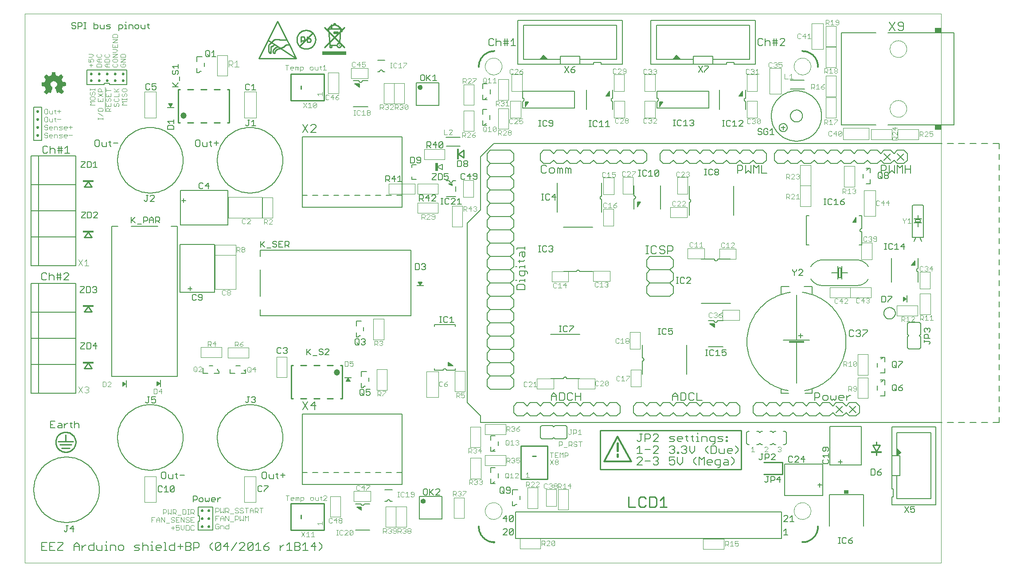
<source format=gto>
G75*
G70*
%OFA0B0*%
%FSLAX24Y24*%
%IPPOS*%
%LPD*%
%AMOC8*
5,1,8,0,0,1.08239X$1,22.5*
%
%ADD10C,0.0060*%
%ADD11C,0.0039*%
%ADD12C,0.0100*%
%ADD13C,0.0070*%
%ADD14C,0.0150*%
%ADD15C,0.0120*%
%ADD16R,0.0149X0.0001*%
%ADD17R,0.0004X0.0001*%
%ADD18R,0.0010X0.0001*%
%ADD19R,0.0017X0.0001*%
%ADD20R,0.0023X0.0001*%
%ADD21R,0.0029X0.0001*%
%ADD22R,0.0034X0.0001*%
%ADD23R,0.0040X0.0001*%
%ADD24R,0.0043X0.0002*%
%ADD25R,0.0047X0.0001*%
%ADD26R,0.0050X0.0001*%
%ADD27R,0.0054X0.0001*%
%ADD28R,0.0059X0.0001*%
%ADD29R,0.0064X0.0001*%
%ADD30R,0.0015X0.0001*%
%ADD31R,0.0067X0.0001*%
%ADD32R,0.0020X0.0001*%
%ADD33R,0.0070X0.0001*%
%ADD34R,0.0024X0.0001*%
%ADD35R,0.0074X0.0001*%
%ADD36R,0.0027X0.0001*%
%ADD37R,0.0076X0.0001*%
%ADD38R,0.0030X0.0001*%
%ADD39R,0.0081X0.0002*%
%ADD40R,0.0036X0.0002*%
%ADD41R,0.0086X0.0001*%
%ADD42R,0.0044X0.0001*%
%ADD43R,0.0091X0.0001*%
%ADD44R,0.0046X0.0001*%
%ADD45R,0.0094X0.0001*%
%ADD46R,0.0096X0.0001*%
%ADD47R,0.0053X0.0001*%
%ADD48R,0.0099X0.0001*%
%ADD49R,0.0056X0.0001*%
%ADD50R,0.0104X0.0001*%
%ADD51R,0.0060X0.0001*%
%ADD52R,0.0108X0.0001*%
%ADD53R,0.0112X0.0001*%
%ADD54R,0.0117X0.0001*%
%ADD55R,0.0072X0.0001*%
%ADD56R,0.0120X0.0002*%
%ADD57R,0.0075X0.0002*%
%ADD58R,0.0123X0.0001*%
%ADD59R,0.0078X0.0001*%
%ADD60R,0.0126X0.0001*%
%ADD61R,0.0081X0.0001*%
%ADD62R,0.0131X0.0001*%
%ADD63R,0.0136X0.0001*%
%ADD64R,0.0090X0.0001*%
%ADD65R,0.0139X0.0001*%
%ADD66R,0.0144X0.0001*%
%ADD67R,0.0147X0.0001*%
%ADD68R,0.0101X0.0001*%
%ADD69R,0.0150X0.0001*%
%ADD70R,0.0102X0.0001*%
%ADD71R,0.0153X0.0001*%
%ADD72R,0.0106X0.0001*%
%ADD73R,0.0158X0.0002*%
%ADD74R,0.0109X0.0002*%
%ADD75R,0.0164X0.0001*%
%ADD76R,0.0115X0.0001*%
%ADD77R,0.0168X0.0001*%
%ADD78R,0.0120X0.0001*%
%ADD79R,0.0171X0.0001*%
%ADD80R,0.0123X0.0001*%
%ADD81R,0.0172X0.0001*%
%ADD82R,0.0125X0.0001*%
%ADD83R,0.0175X0.0001*%
%ADD84R,0.0128X0.0001*%
%ADD85R,0.0180X0.0001*%
%ADD86R,0.0132X0.0001*%
%ADD87R,0.0186X0.0001*%
%ADD88R,0.0191X0.0001*%
%ADD89R,0.0141X0.0001*%
%ADD90R,0.0194X0.0001*%
%ADD91R,0.0145X0.0001*%
%ADD92R,0.0196X0.0002*%
%ADD93R,0.0149X0.0002*%
%ADD94R,0.0199X0.0001*%
%ADD95R,0.0151X0.0001*%
%ADD96R,0.0204X0.0001*%
%ADD97R,0.0153X0.0001*%
%ADD98R,0.0207X0.0001*%
%ADD99R,0.0158X0.0001*%
%ADD100R,0.0211X0.0001*%
%ADD101R,0.0162X0.0001*%
%ADD102R,0.0216X0.0001*%
%ADD103R,0.0166X0.0001*%
%ADD104R,0.0219X0.0001*%
%ADD105R,0.0007X0.0001*%
%ADD106R,0.0169X0.0001*%
%ADD107R,0.0222X0.0001*%
%ADD108R,0.0011X0.0001*%
%ADD109R,0.0224X0.0001*%
%ADD110R,0.0014X0.0001*%
%ADD111R,0.0176X0.0001*%
%ADD112R,0.0228X0.0001*%
%ADD113R,0.0018X0.0001*%
%ADD114R,0.0179X0.0001*%
%ADD115R,0.0234X0.0002*%
%ADD116R,0.0024X0.0002*%
%ADD117R,0.0183X0.0002*%
%ADD118R,0.0239X0.0001*%
%ADD119R,0.0189X0.0001*%
%ADD120R,0.0241X0.0001*%
%ADD121R,0.0033X0.0001*%
%ADD122R,0.0012X0.0001*%
%ADD123R,0.0192X0.0001*%
%ADD124R,0.0243X0.0001*%
%ADD125R,0.0038X0.0001*%
%ADD126R,0.0246X0.0001*%
%ADD127R,0.0041X0.0001*%
%ADD128R,0.0019X0.0001*%
%ADD129R,0.0196X0.0001*%
%ADD130R,0.0250X0.0001*%
%ADD131R,0.0021X0.0001*%
%ADD132R,0.0201X0.0001*%
%ADD133R,0.0254X0.0001*%
%ADD134R,0.0048X0.0001*%
%ADD135R,0.0258X0.0001*%
%ADD136R,0.0054X0.0001*%
%ADD137R,0.0209X0.0001*%
%ADD138R,0.0263X0.0001*%
%ADD139R,0.0213X0.0001*%
%ADD140R,0.0267X0.0001*%
%ADD141R,0.0063X0.0001*%
%ADD142R,0.0270X0.0002*%
%ADD143R,0.0066X0.0002*%
%ADD144R,0.0045X0.0002*%
%ADD145R,0.0219X0.0002*%
%ADD146R,0.0271X0.0001*%
%ADD147R,0.0220X0.0001*%
%ADD148R,0.0274X0.0001*%
%ADD149R,0.0051X0.0001*%
%ADD150R,0.0223X0.0001*%
%ADD151R,0.0278X0.0001*%
%ADD152R,0.0282X0.0001*%
%ADD153R,0.0231X0.0001*%
%ADD154R,0.0288X0.0001*%
%ADD155R,0.0085X0.0001*%
%ADD156R,0.0236X0.0001*%
%ADD157R,0.0289X0.0001*%
%ADD158R,0.0087X0.0001*%
%ADD159R,0.0066X0.0001*%
%ADD160R,0.0292X0.0001*%
%ADD161R,0.0069X0.0001*%
%ADD162R,0.0297X0.0001*%
%ADD163R,0.0300X0.0001*%
%ADD164R,0.0075X0.0001*%
%ADD165R,0.0305X0.0002*%
%ADD166R,0.0101X0.0002*%
%ADD167R,0.0078X0.0002*%
%ADD168R,0.0251X0.0002*%
%ADD169R,0.0309X0.0001*%
%ADD170R,0.0105X0.0001*%
%ADD171R,0.0083X0.0001*%
%ADD172R,0.0255X0.0001*%
%ADD173R,0.0314X0.0001*%
%ADD174R,0.0110X0.0001*%
%ADD175R,0.0087X0.0001*%
%ADD176R,0.0316X0.0001*%
%ADD177R,0.0113X0.0001*%
%ADD178R,0.0262X0.0001*%
%ADD179R,0.0319X0.0001*%
%ADD180R,0.0114X0.0001*%
%ADD181R,0.0093X0.0001*%
%ADD182R,0.0266X0.0001*%
%ADD183R,0.0321X0.0001*%
%ADD184R,0.0096X0.0001*%
%ADD185R,0.0324X0.0001*%
%ADD186R,0.0270X0.0001*%
%ADD187R,0.0329X0.0001*%
%ADD188R,0.0124X0.0001*%
%ADD189R,0.0275X0.0001*%
%ADD190R,0.0333X0.0001*%
%ADD191R,0.0279X0.0001*%
%ADD192R,0.0336X0.0001*%
%ADD193R,0.0111X0.0001*%
%ADD194R,0.0284X0.0001*%
%ADD195R,0.0339X0.0002*%
%ADD196R,0.0134X0.0002*%
%ADD197R,0.0114X0.0002*%
%ADD198R,0.0286X0.0002*%
%ADD199R,0.0342X0.0001*%
%ADD200R,0.0116X0.0001*%
%ADD201R,0.0491X0.0001*%
%ADD202R,0.0492X0.0001*%
%ADD203R,0.0294X0.0001*%
%ADD204R,0.0495X0.0001*%
%ADD205R,0.0299X0.0001*%
%ADD206R,0.0496X0.0001*%
%ADD207R,0.0127X0.0001*%
%ADD208R,0.0301X0.0001*%
%ADD209R,0.0498X0.0001*%
%ADD210R,0.0304X0.0001*%
%ADD211R,0.0501X0.0001*%
%ADD212R,0.0134X0.0001*%
%ADD213R,0.0308X0.0001*%
%ADD214R,0.0135X0.0001*%
%ADD215R,0.0311X0.0001*%
%ADD216R,0.0504X0.0001*%
%ADD217R,0.0138X0.0001*%
%ADD218R,0.0504X0.0002*%
%ADD219R,0.0141X0.0002*%
%ADD220R,0.0318X0.0002*%
%ADD221R,0.0507X0.0001*%
%ADD222R,0.0323X0.0001*%
%ADD223R,0.0326X0.0001*%
%ADD224R,0.0508X0.0001*%
%ADD225R,0.0152X0.0001*%
%ADD226R,0.0330X0.0001*%
%ADD227R,0.0510X0.0001*%
%ADD228R,0.0494X0.0001*%
%ADD229R,0.0512X0.0001*%
%ADD230R,0.0500X0.0001*%
%ADD231R,0.0513X0.0001*%
%ADD232R,0.0501X0.0001*%
%ADD233R,0.0513X0.0002*%
%ADD234R,0.0501X0.0002*%
%ADD235R,0.0503X0.0001*%
%ADD236R,0.0504X0.0001*%
%ADD237R,0.0506X0.0001*%
%ADD238R,0.0513X0.0001*%
%ADD239R,0.0509X0.0001*%
%ADD240R,0.0511X0.0001*%
%ADD241R,0.0514X0.0001*%
%ADD242R,0.0516X0.0001*%
%ADD243R,0.0513X0.0002*%
%ADD244R,0.0519X0.0002*%
%ADD245R,0.0519X0.0001*%
%ADD246R,0.0520X0.0001*%
%ADD247R,0.0522X0.0001*%
%ADD248R,0.0507X0.0001*%
%ADD249R,0.0509X0.0002*%
%ADD250R,0.0520X0.0002*%
%ADD251R,0.0522X0.0001*%
%ADD252R,0.0505X0.0001*%
%ADD253R,0.0502X0.0001*%
%ADD254R,0.0521X0.0001*%
%ADD255R,0.0503X0.0002*%
%ADD256R,0.0519X0.0002*%
%ADD257R,0.0519X0.0001*%
%ADD258R,0.0499X0.0001*%
%ADD259R,0.0517X0.0001*%
%ADD260R,0.0495X0.0002*%
%ADD261R,0.0514X0.0002*%
%ADD262R,0.0515X0.0001*%
%ADD263R,0.0492X0.0001*%
%ADD264R,0.0490X0.0001*%
%ADD265R,0.0490X0.0002*%
%ADD266R,0.0511X0.0002*%
%ADD267R,0.0489X0.0001*%
%ADD268R,0.0489X0.0001*%
%ADD269R,0.0488X0.0001*%
%ADD270R,0.0485X0.0001*%
%ADD271R,0.0483X0.0001*%
%ADD272R,0.0483X0.0002*%
%ADD273R,0.0507X0.0002*%
%ADD274R,0.0483X0.0001*%
%ADD275R,0.0481X0.0001*%
%ADD276R,0.0480X0.0001*%
%ADD277R,0.0480X0.0002*%
%ADD278R,0.0501X0.0002*%
%ADD279R,0.0479X0.0001*%
%ADD280R,0.0477X0.0001*%
%ADD281R,0.0477X0.0001*%
%ADD282R,0.0475X0.0001*%
%ADD283R,0.0474X0.0001*%
%ADD284R,0.0472X0.0001*%
%ADD285R,0.0472X0.0002*%
%ADD286R,0.0498X0.0002*%
%ADD287R,0.0471X0.0001*%
%ADD288R,0.0473X0.0001*%
%ADD289R,0.0471X0.0001*%
%ADD290R,0.0470X0.0001*%
%ADD291R,0.0468X0.0001*%
%ADD292R,0.0469X0.0001*%
%ADD293R,0.0468X0.0002*%
%ADD294R,0.0491X0.0002*%
%ADD295R,0.0466X0.0001*%
%ADD296R,0.0465X0.0001*%
%ADD297R,0.0464X0.0001*%
%ADD298R,0.0462X0.0001*%
%ADD299R,0.0462X0.0002*%
%ADD300R,0.0489X0.0002*%
%ADD301R,0.0461X0.0001*%
%ADD302R,0.0460X0.0001*%
%ADD303R,0.0459X0.0001*%
%ADD304R,0.0484X0.0001*%
%ADD305R,0.0457X0.0001*%
%ADD306R,0.0459X0.0001*%
%ADD307R,0.0458X0.0002*%
%ADD308R,0.0484X0.0002*%
%ADD309R,0.0456X0.0001*%
%ADD310R,0.0455X0.0001*%
%ADD311R,0.0453X0.0001*%
%ADD312R,0.0451X0.0001*%
%ADD313R,0.0453X0.0001*%
%ADD314R,0.0450X0.0001*%
%ADD315R,0.0451X0.0002*%
%ADD316R,0.0478X0.0001*%
%ADD317R,0.0449X0.0001*%
%ADD318R,0.0476X0.0001*%
%ADD319R,0.0447X0.0001*%
%ADD320R,0.0474X0.0001*%
%ADD321R,0.0449X0.0002*%
%ADD322R,0.0476X0.0002*%
%ADD323R,0.0454X0.0001*%
%ADD324R,0.0469X0.0002*%
%ADD325R,0.0468X0.0001*%
%ADD326R,0.0467X0.0001*%
%ADD327R,0.0473X0.0002*%
%ADD328R,0.0468X0.0002*%
%ADD329R,0.0486X0.0002*%
%ADD330R,0.0474X0.0002*%
%ADD331R,0.0487X0.0001*%
%ADD332R,0.0497X0.0001*%
%ADD333R,0.0486X0.0001*%
%ADD334R,0.0500X0.0002*%
%ADD335R,0.0487X0.0002*%
%ADD336R,0.0498X0.0001*%
%ADD337R,0.0524X0.0002*%
%ADD338R,0.0524X0.0001*%
%ADD339R,0.0525X0.0001*%
%ADD340R,0.0528X0.0001*%
%ADD341R,0.0529X0.0001*%
%ADD342R,0.0533X0.0001*%
%ADD343R,0.0534X0.0001*%
%ADD344R,0.0523X0.0001*%
%ADD345R,0.0536X0.0001*%
%ADD346R,0.0537X0.0002*%
%ADD347R,0.0527X0.0002*%
%ADD348R,0.0537X0.0001*%
%ADD349R,0.0528X0.0001*%
%ADD350R,0.0539X0.0001*%
%ADD351R,0.0530X0.0001*%
%ADD352R,0.0540X0.0001*%
%ADD353R,0.0541X0.0001*%
%ADD354R,0.0531X0.0001*%
%ADD355R,0.0543X0.0001*%
%ADD356R,0.0544X0.0001*%
%ADD357R,0.0546X0.0002*%
%ADD358R,0.0536X0.0002*%
%ADD359R,0.0547X0.0001*%
%ADD360R,0.0551X0.0001*%
%ADD361R,0.0552X0.0001*%
%ADD362R,0.0554X0.0001*%
%ADD363R,0.0555X0.0001*%
%ADD364R,0.0555X0.0002*%
%ADD365R,0.0547X0.0002*%
%ADD366R,0.0549X0.0001*%
%ADD367R,0.0548X0.0001*%
%ADD368R,0.0538X0.0001*%
%ADD369R,0.0537X0.0001*%
%ADD370R,0.0533X0.0002*%
%ADD371R,0.0531X0.0001*%
%ADD372R,0.0526X0.0001*%
%ADD373R,0.0518X0.0001*%
%ADD374R,0.0498X0.0002*%
%ADD375R,0.0496X0.0002*%
%ADD376R,0.0486X0.0001*%
%ADD377R,0.0485X0.0002*%
%ADD378R,0.0482X0.0001*%
%ADD379R,0.0477X0.0002*%
%ADD380R,0.0530X0.0002*%
%ADD381R,0.0464X0.0002*%
%ADD382R,0.0561X0.0001*%
%ADD383R,0.0570X0.0001*%
%ADD384R,0.0576X0.0001*%
%ADD385R,0.0581X0.0001*%
%ADD386R,0.0585X0.0001*%
%ADD387R,0.0589X0.0001*%
%ADD388R,0.0600X0.0002*%
%ADD389R,0.0614X0.0001*%
%ADD390R,0.0623X0.0001*%
%ADD391R,0.0630X0.0001*%
%ADD392R,0.0633X0.0001*%
%ADD393R,0.0638X0.0001*%
%ADD394R,0.0645X0.0001*%
%ADD395R,0.0657X0.0001*%
%ADD396R,0.0556X0.0001*%
%ADD397R,0.0669X0.0001*%
%ADD398R,0.0674X0.0001*%
%ADD399R,0.0579X0.0001*%
%ADD400R,0.0676X0.0002*%
%ADD401R,0.0585X0.0002*%
%ADD402R,0.0678X0.0001*%
%ADD403R,0.0590X0.0001*%
%ADD404R,0.0679X0.0001*%
%ADD405R,0.0596X0.0001*%
%ADD406R,0.0681X0.0001*%
%ADD407R,0.0606X0.0001*%
%ADD408R,0.0620X0.0001*%
%ADD409R,0.0682X0.0001*%
%ADD410R,0.0633X0.0001*%
%ADD411R,0.0684X0.0001*%
%ADD412R,0.0639X0.0001*%
%ADD413R,0.0649X0.0001*%
%ADD414R,0.0684X0.0001*%
%ADD415R,0.0655X0.0001*%
%ADD416R,0.0683X0.0002*%
%ADD417R,0.0664X0.0002*%
%ADD418R,0.0683X0.0001*%
%ADD419R,0.0670X0.0001*%
%ADD420R,0.0671X0.0001*%
%ADD421R,0.0681X0.0001*%
%ADD422R,0.0672X0.0001*%
%ADD423R,0.0680X0.0001*%
%ADD424R,0.0675X0.0001*%
%ADD425R,0.0676X0.0001*%
%ADD426R,0.0680X0.0002*%
%ADD427R,0.0678X0.0002*%
%ADD428R,0.0678X0.0001*%
%ADD429R,0.0675X0.0002*%
%ADD430R,0.0672X0.0002*%
%ADD431R,0.0672X0.0001*%
%ADD432R,0.0671X0.0002*%
%ADD433R,0.0670X0.0002*%
%ADD434R,0.0669X0.0001*%
%ADD435R,0.0667X0.0001*%
%ADD436R,0.0669X0.0002*%
%ADD437R,0.0667X0.0002*%
%ADD438R,0.0668X0.0001*%
%ADD439R,0.0666X0.0001*%
%ADD440R,0.0668X0.0002*%
%ADD441R,0.0666X0.0002*%
%ADD442R,0.0666X0.0001*%
%ADD443R,0.0664X0.0001*%
%ADD444R,0.0663X0.0001*%
%ADD445R,0.0666X0.0002*%
%ADD446R,0.0663X0.0002*%
%ADD447R,0.0665X0.0001*%
%ADD448R,0.0674X0.0002*%
%ADD449R,0.0677X0.0001*%
%ADD450R,0.0678X0.0002*%
%ADD451R,0.0682X0.0002*%
%ADD452R,0.0686X0.0001*%
%ADD453R,0.0686X0.0002*%
%ADD454R,0.0687X0.0001*%
%ADD455R,0.0689X0.0001*%
%ADD456R,0.0653X0.0001*%
%ADD457R,0.0641X0.0001*%
%ADD458R,0.0626X0.0001*%
%ADD459R,0.0616X0.0001*%
%ADD460R,0.0687X0.0001*%
%ADD461R,0.0612X0.0001*%
%ADD462R,0.0688X0.0001*%
%ADD463R,0.0606X0.0001*%
%ADD464R,0.0601X0.0001*%
%ADD465R,0.0591X0.0002*%
%ADD466R,0.0567X0.0001*%
%ADD467R,0.0560X0.0001*%
%ADD468R,0.0659X0.0001*%
%ADD469R,0.0516X0.0001*%
%ADD470R,0.0639X0.0001*%
%ADD471R,0.0502X0.0002*%
%ADD472R,0.0633X0.0002*%
%ADD473R,0.0608X0.0001*%
%ADD474R,0.0582X0.0001*%
%ADD475R,0.0577X0.0001*%
%ADD476R,0.0569X0.0002*%
%ADD477R,0.0546X0.0001*%
%ADD478R,0.0486X0.0002*%
%ADD479R,0.0493X0.0001*%
%ADD480R,0.0516X0.0002*%
%ADD481R,0.0532X0.0001*%
%ADD482R,0.0534X0.0002*%
%ADD483R,0.0535X0.0002*%
%ADD484R,0.0543X0.0001*%
%ADD485R,0.0553X0.0001*%
%ADD486R,0.0559X0.0001*%
%ADD487R,0.0564X0.0001*%
%ADD488R,0.0564X0.0001*%
%ADD489R,0.0567X0.0001*%
%ADD490R,0.0569X0.0001*%
%ADD491R,0.0570X0.0002*%
%ADD492R,0.0571X0.0002*%
%ADD493R,0.0571X0.0001*%
%ADD494R,0.0573X0.0001*%
%ADD495R,0.0574X0.0001*%
%ADD496R,0.0576X0.0001*%
%ADD497R,0.0600X0.0001*%
%ADD498R,0.0611X0.0001*%
%ADD499R,0.0618X0.0001*%
%ADD500R,0.0621X0.0001*%
%ADD501R,0.1269X0.0001*%
%ADD502R,0.1267X0.0001*%
%ADD503R,0.1266X0.0001*%
%ADD504R,0.1266X0.0002*%
%ADD505R,0.1264X0.0001*%
%ADD506R,0.1261X0.0001*%
%ADD507R,0.1260X0.0001*%
%ADD508R,0.1259X0.0001*%
%ADD509R,0.1256X0.0001*%
%ADD510R,0.1254X0.0001*%
%ADD511R,0.1253X0.0001*%
%ADD512R,0.1251X0.0001*%
%ADD513R,0.1251X0.0002*%
%ADD514R,0.1248X0.0001*%
%ADD515R,0.1245X0.0001*%
%ADD516R,0.1244X0.0001*%
%ADD517R,0.1242X0.0001*%
%ADD518R,0.1239X0.0001*%
%ADD519R,0.1237X0.0001*%
%ADD520R,0.1236X0.0002*%
%ADD521R,0.1233X0.0001*%
%ADD522R,0.1230X0.0001*%
%ADD523R,0.1229X0.0001*%
%ADD524R,0.1227X0.0001*%
%ADD525R,0.1226X0.0001*%
%ADD526R,0.1224X0.0001*%
%ADD527R,0.1223X0.0002*%
%ADD528R,0.1219X0.0001*%
%ADD529R,0.1216X0.0001*%
%ADD530R,0.1215X0.0001*%
%ADD531R,0.1214X0.0001*%
%ADD532R,0.1212X0.0001*%
%ADD533R,0.1209X0.0001*%
%ADD534R,0.1207X0.0002*%
%ADD535R,0.1206X0.0001*%
%ADD536R,0.1204X0.0001*%
%ADD537R,0.1201X0.0001*%
%ADD538R,0.1200X0.0001*%
%ADD539R,0.1199X0.0001*%
%ADD540R,0.1196X0.0001*%
%ADD541R,0.1194X0.0001*%
%ADD542R,0.1193X0.0001*%
%ADD543R,0.1191X0.0001*%
%ADD544R,0.1191X0.0002*%
%ADD545R,0.1188X0.0001*%
%ADD546R,0.1185X0.0001*%
%ADD547R,0.1184X0.0001*%
%ADD548R,0.1181X0.0001*%
%ADD549R,0.1177X0.0001*%
%ADD550R,0.1176X0.0001*%
%ADD551R,0.1174X0.0001*%
%ADD552R,0.1173X0.0001*%
%ADD553R,0.1170X0.0002*%
%ADD554R,0.1170X0.0001*%
%ADD555R,0.1169X0.0001*%
%ADD556R,0.1166X0.0001*%
%ADD557R,0.1164X0.0001*%
%ADD558R,0.1163X0.0001*%
%ADD559R,0.1163X0.0002*%
%ADD560R,0.1167X0.0001*%
%ADD561R,0.1171X0.0001*%
%ADD562R,0.1179X0.0001*%
%ADD563R,0.1182X0.0001*%
%ADD564R,0.1182X0.0002*%
%ADD565R,0.1188X0.0001*%
%ADD566R,0.1190X0.0001*%
%ADD567R,0.1197X0.0001*%
%ADD568R,0.1204X0.0002*%
%ADD569R,0.1207X0.0001*%
%ADD570R,0.1210X0.0001*%
%ADD571R,0.1213X0.0001*%
%ADD572R,0.1217X0.0001*%
%ADD573R,0.1218X0.0001*%
%ADD574R,0.1220X0.0001*%
%ADD575R,0.1221X0.0001*%
%ADD576R,0.1223X0.0001*%
%ADD577R,0.1226X0.0002*%
%ADD578R,0.1236X0.0001*%
%ADD579R,0.1239X0.0001*%
%ADD580R,0.1240X0.0001*%
%ADD581R,0.1243X0.0001*%
%ADD582R,0.1248X0.0002*%
%ADD583R,0.1248X0.0001*%
%ADD584R,0.1251X0.0001*%
%ADD585R,0.1257X0.0001*%
%ADD586R,0.1263X0.0001*%
%ADD587R,0.1267X0.0002*%
%ADD588R,0.1270X0.0001*%
%ADD589R,0.1274X0.0001*%
%ADD590R,0.1275X0.0001*%
%ADD591R,0.1278X0.0001*%
%ADD592R,0.1280X0.0001*%
%ADD593R,0.1281X0.0001*%
%ADD594R,0.1284X0.0001*%
%ADD595R,0.1286X0.0001*%
%ADD596R,0.1289X0.0001*%
%ADD597R,0.1290X0.0002*%
%ADD598R,0.1291X0.0001*%
%ADD599R,0.1294X0.0001*%
%ADD600R,0.1296X0.0001*%
%ADD601R,0.1299X0.0001*%
%ADD602R,0.1300X0.0001*%
%ADD603R,0.1302X0.0001*%
%ADD604R,0.1304X0.0001*%
%ADD605R,0.1306X0.0001*%
%ADD606R,0.1308X0.0001*%
%ADD607R,0.1311X0.0002*%
%ADD608R,0.1313X0.0001*%
%ADD609R,0.1316X0.0001*%
%ADD610R,0.1317X0.0001*%
%ADD611R,0.1320X0.0001*%
%ADD612R,0.1323X0.0001*%
%ADD613R,0.1326X0.0001*%
%ADD614R,0.1329X0.0001*%
%ADD615R,0.1332X0.0002*%
%ADD616R,0.1335X0.0001*%
%ADD617R,0.1336X0.0001*%
%ADD618R,0.1340X0.0001*%
%ADD619R,0.1343X0.0001*%
%ADD620R,0.1346X0.0001*%
%ADD621R,0.1347X0.0001*%
%ADD622R,0.1350X0.0001*%
%ADD623R,0.1353X0.0002*%
%ADD624R,0.1356X0.0001*%
%ADD625R,0.1357X0.0001*%
%ADD626R,0.1360X0.0001*%
%ADD627R,0.1364X0.0001*%
%ADD628R,0.1365X0.0001*%
%ADD629R,0.1368X0.0001*%
%ADD630R,0.1369X0.0001*%
%ADD631R,0.1373X0.0001*%
%ADD632R,0.1374X0.0002*%
%ADD633R,0.1377X0.0001*%
%ADD634R,0.1379X0.0001*%
%ADD635R,0.1380X0.0001*%
%ADD636R,0.1383X0.0001*%
%ADD637R,0.1386X0.0001*%
%ADD638R,0.1387X0.0001*%
%ADD639R,0.1391X0.0001*%
%ADD640R,0.1394X0.0001*%
%ADD641R,0.1395X0.0002*%
%ADD642R,0.1398X0.0001*%
%ADD643R,0.1401X0.0001*%
%ADD644R,0.1403X0.0001*%
%ADD645R,0.1406X0.0001*%
%ADD646R,0.1407X0.0001*%
%ADD647R,0.1409X0.0001*%
%ADD648R,0.1411X0.0001*%
%ADD649R,0.1414X0.0001*%
%ADD650R,0.1416X0.0002*%
%ADD651R,0.1419X0.0001*%
%ADD652R,0.1421X0.0001*%
%ADD653R,0.1422X0.0001*%
%ADD654R,0.1424X0.0001*%
%ADD655R,0.1426X0.0001*%
%ADD656R,0.1428X0.0001*%
%ADD657R,0.1429X0.0002*%
%ADD658R,0.1429X0.0001*%
%ADD659R,0.1425X0.0001*%
%ADD660R,0.1421X0.0002*%
%ADD661R,0.1418X0.0001*%
%ADD662R,0.1416X0.0001*%
%ADD663R,0.1413X0.0001*%
%ADD664R,0.1410X0.0001*%
%ADD665R,0.1404X0.0001*%
%ADD666R,0.1401X0.0001*%
%ADD667R,0.0346X0.0001*%
%ADD668R,0.1044X0.0001*%
%ADD669R,0.0342X0.0002*%
%ADD670R,0.1040X0.0002*%
%ADD671R,0.0337X0.0001*%
%ADD672R,0.1034X0.0001*%
%ADD673R,0.0357X0.0001*%
%ADD674R,0.0660X0.0001*%
%ADD675R,0.0353X0.0001*%
%ADD676R,0.0327X0.0001*%
%ADD677R,0.0349X0.0001*%
%ADD678R,0.0321X0.0001*%
%ADD679R,0.0648X0.0001*%
%ADD680R,0.0344X0.0001*%
%ADD681R,0.0317X0.0001*%
%ADD682R,0.0339X0.0001*%
%ADD683R,0.0312X0.0001*%
%ADD684R,0.0631X0.0001*%
%ADD685R,0.0334X0.0001*%
%ADD686R,0.0309X0.0001*%
%ADD687R,0.0307X0.0002*%
%ADD688R,0.0623X0.0002*%
%ADD689R,0.0327X0.0002*%
%ADD690R,0.0618X0.0001*%
%ADD691R,0.0297X0.0001*%
%ADD692R,0.0607X0.0001*%
%ADD693R,0.0320X0.0001*%
%ADD694R,0.0293X0.0001*%
%ADD695R,0.0599X0.0001*%
%ADD696R,0.0313X0.0001*%
%ADD697R,0.0285X0.0001*%
%ADD698R,0.0584X0.0001*%
%ADD699R,0.0303X0.0001*%
%ADD700R,0.0281X0.0001*%
%ADD701R,0.0273X0.0002*%
%ADD702R,0.0563X0.0002*%
%ADD703R,0.0293X0.0002*%
%ADD704R,0.0264X0.0001*%
%ADD705R,0.0259X0.0001*%
%ADD706R,0.0256X0.0001*%
%ADD707R,0.0276X0.0001*%
%ADD708R,0.0252X0.0001*%
%ADD709R,0.0273X0.0001*%
%ADD710R,0.0248X0.0001*%
%ADD711R,0.0269X0.0001*%
%ADD712R,0.0245X0.0001*%
%ADD713R,0.0240X0.0001*%
%ADD714R,0.0237X0.0002*%
%ADD715R,0.0256X0.0002*%
%ADD716R,0.0234X0.0001*%
%ADD717R,0.0232X0.0001*%
%ADD718R,0.0251X0.0001*%
%ADD719R,0.0228X0.0001*%
%ADD720R,0.0246X0.0001*%
%ADD721R,0.0456X0.0001*%
%ADD722R,0.0219X0.0001*%
%ADD723R,0.0444X0.0001*%
%ADD724R,0.0237X0.0001*%
%ADD725R,0.0214X0.0001*%
%ADD726R,0.0436X0.0001*%
%ADD727R,0.0432X0.0001*%
%ADD728R,0.0231X0.0001*%
%ADD729R,0.0210X0.0001*%
%ADD730R,0.0426X0.0001*%
%ADD731R,0.0420X0.0001*%
%ADD732R,0.0226X0.0001*%
%ADD733R,0.0204X0.0002*%
%ADD734R,0.0409X0.0002*%
%ADD735R,0.0222X0.0002*%
%ADD736R,0.0391X0.0001*%
%ADD737R,0.0217X0.0001*%
%ADD738R,0.0376X0.0001*%
%ADD739R,0.0368X0.0001*%
%ADD740R,0.0189X0.0001*%
%ADD741R,0.0361X0.0001*%
%ADD742R,0.0206X0.0001*%
%ADD743R,0.0186X0.0001*%
%ADD744R,0.0356X0.0001*%
%ADD745R,0.0181X0.0001*%
%ADD746R,0.0345X0.0001*%
%ADD747R,0.0173X0.0001*%
%ADD748R,0.0331X0.0001*%
%ADD749R,0.0190X0.0001*%
%ADD750R,0.0168X0.0001*%
%ADD751R,0.0165X0.0002*%
%ADD752R,0.0162X0.0001*%
%ADD753R,0.0159X0.0001*%
%ADD754R,0.0177X0.0001*%
%ADD755R,0.0156X0.0001*%
%ADD756R,0.0324X0.0001*%
%ADD757R,0.0174X0.0001*%
%ADD758R,0.0167X0.0001*%
%ADD759R,0.0146X0.0001*%
%ADD760R,0.0163X0.0001*%
%ADD761R,0.0141X0.0001*%
%ADD762R,0.0140X0.0001*%
%ADD763R,0.0137X0.0001*%
%ADD764R,0.0133X0.0001*%
%ADD765R,0.0129X0.0002*%
%ADD766R,0.0321X0.0002*%
%ADD767R,0.0146X0.0002*%
%ADD768R,0.0119X0.0001*%
%ADD769R,0.0129X0.0001*%
%ADD770R,0.0111X0.0001*%
%ADD771R,0.0126X0.0001*%
%ADD772R,0.0318X0.0001*%
%ADD773R,0.0097X0.0001*%
%ADD774R,0.0315X0.0001*%
%ADD775R,0.0089X0.0002*%
%ADD776R,0.0315X0.0002*%
%ADD777R,0.0105X0.0002*%
%ADD778R,0.0079X0.0001*%
%ADD779R,0.0089X0.0001*%
%ADD780R,0.0069X0.0001*%
%ADD781R,0.0084X0.0001*%
%ADD782R,0.0057X0.0001*%
%ADD783R,0.0052X0.0002*%
%ADD784R,0.0311X0.0002*%
%ADD785R,0.0066X0.0002*%
%ADD786R,0.0061X0.0001*%
%ADD787R,0.0042X0.0001*%
%ADD788R,0.0055X0.0001*%
%ADD789R,0.0039X0.0001*%
%ADD790R,0.0052X0.0001*%
%ADD791R,0.0036X0.0001*%
%ADD792R,0.0049X0.0001*%
%ADD793R,0.0307X0.0001*%
%ADD794R,0.0045X0.0001*%
%ADD795R,0.0022X0.0001*%
%ADD796R,0.0035X0.0001*%
%ADD797R,0.0025X0.0002*%
%ADD798R,0.0306X0.0001*%
%ADD799R,0.0018X0.0001*%
%ADD800R,0.0008X0.0001*%
%ADD801R,0.0300X0.0002*%
%ADD802R,0.0296X0.0001*%
%ADD803R,0.0294X0.0002*%
%ADD804R,0.0294X0.0001*%
%ADD805R,0.0291X0.0001*%
%ADD806R,0.0291X0.0002*%
%ADD807R,0.0286X0.0001*%
%ADD808R,0.0281X0.0002*%
%ADD809R,0.0277X0.0001*%
%ADD810R,0.0276X0.0001*%
%ADD811R,0.0266X0.0002*%
%ADD812R,0.0264X0.0001*%
%ADD813R,0.0261X0.0001*%
%ADD814R,0.0259X0.0002*%
%ADD815R,0.0254X0.0002*%
%ADD816R,0.0248X0.0002*%
%ADD817R,0.0218X0.0002*%
%ADD818R,0.0157X0.0001*%
%ADD819C,0.0040*%
%ADD820C,0.0030*%
%ADD821C,0.0050*%
%ADD822C,0.0090*%
%ADD823C,0.0472*%
%ADD824R,0.0551X0.0079*%
%ADD825R,0.0079X0.0551*%
%ADD826C,0.0020*%
%ADD827R,0.0827X0.0118*%
%ADD828C,0.0000*%
%ADD829C,0.0080*%
%ADD830R,0.0340X0.0300*%
%ADD831R,0.1800X0.0300*%
%ADD832R,0.1181X0.0118*%
%ADD833R,0.0240X0.0620*%
%ADD834R,0.0118X0.0827*%
%ADD835C,0.0004*%
%ADD836R,0.0450X0.0364*%
D10*
X022666Y012175D02*
X022749Y012091D01*
X022916Y012091D01*
X023000Y012175D01*
X023000Y012508D01*
X022916Y012592D01*
X022749Y012592D01*
X022666Y012508D01*
X022666Y012175D01*
X023182Y012175D02*
X023265Y012091D01*
X023515Y012091D01*
X023515Y012425D01*
X023697Y012425D02*
X023864Y012425D01*
X023781Y012508D02*
X023781Y012175D01*
X023864Y012091D01*
X024041Y012341D02*
X024375Y012341D01*
X023182Y012425D02*
X023182Y012175D01*
X025409Y009961D02*
X025409Y009286D01*
X025509Y009286D01*
X025509Y008886D01*
X025409Y008886D01*
X025409Y008211D01*
X026509Y008211D01*
X026509Y009961D01*
X025409Y009961D01*
X030229Y012175D02*
X030312Y012091D01*
X030479Y012091D01*
X030562Y012175D01*
X030562Y012508D01*
X030479Y012592D01*
X030312Y012592D01*
X030229Y012508D01*
X030229Y012175D01*
X030744Y012175D02*
X030828Y012091D01*
X031078Y012091D01*
X031078Y012425D01*
X031260Y012425D02*
X031427Y012425D01*
X031343Y012508D02*
X031343Y012175D01*
X031427Y012091D01*
X031604Y012341D02*
X031937Y012341D01*
X031771Y012175D02*
X031771Y012508D01*
X030744Y012425D02*
X030744Y012175D01*
X037244Y010191D02*
X037664Y010191D01*
X037666Y010170D01*
X037671Y010150D01*
X037680Y010131D01*
X037692Y010114D01*
X037707Y010099D01*
X037724Y010087D01*
X037743Y010078D01*
X037763Y010073D01*
X037784Y010071D01*
X037805Y010073D01*
X037825Y010078D01*
X037844Y010087D01*
X037861Y010099D01*
X037876Y010114D01*
X037888Y010131D01*
X037897Y010150D01*
X037902Y010170D01*
X037904Y010191D01*
X038324Y010191D01*
X037904Y010191D02*
X037902Y010170D01*
X037897Y010150D01*
X037888Y010131D01*
X037876Y010114D01*
X037861Y010099D01*
X037844Y010087D01*
X037825Y010078D01*
X037805Y010073D01*
X037784Y010071D01*
X037763Y010073D01*
X037743Y010078D01*
X037724Y010087D01*
X037707Y010099D01*
X037692Y010114D01*
X037680Y010131D01*
X037671Y010150D01*
X037666Y010170D01*
X037664Y010191D01*
X037684Y009961D02*
X037684Y009711D01*
X037334Y009961D01*
X037684Y009961D01*
X037684Y009948D02*
X037352Y009948D01*
X037434Y009889D02*
X037684Y009889D01*
X037684Y009831D02*
X037516Y009831D01*
X037598Y009772D02*
X037684Y009772D01*
X037680Y009714D02*
X037684Y009714D01*
X037244Y008231D02*
X038324Y008231D01*
X047429Y011721D02*
X047589Y011721D01*
X047749Y011721D01*
X047719Y011841D02*
X047699Y011841D01*
X047680Y011837D01*
X047661Y011831D01*
X047643Y011821D01*
X047628Y011809D01*
X047614Y011795D01*
X047603Y011778D01*
X047595Y011760D01*
X047591Y011740D01*
X047589Y011721D01*
X047429Y011721D02*
X047429Y012071D01*
X047429Y012551D02*
X047429Y012901D01*
X047749Y012901D01*
X047989Y012471D02*
X047989Y012151D01*
X049054Y011236D02*
X049054Y010876D01*
X049054Y011236D02*
X049444Y011236D01*
X049614Y010766D02*
X049614Y010506D01*
X049375Y010146D02*
X049355Y010152D01*
X049334Y010154D01*
X049313Y010152D01*
X049293Y010147D01*
X049274Y010139D01*
X049257Y010127D01*
X049243Y010112D01*
X049230Y010095D01*
X049222Y010077D01*
X049216Y010057D01*
X049214Y010036D01*
X049054Y010036D01*
X049054Y010396D01*
X049284Y009586D02*
X069284Y009586D01*
X069284Y007586D01*
X049284Y007586D01*
X049284Y009586D01*
X047749Y014146D02*
X047589Y014146D01*
X047429Y014146D01*
X047429Y014496D01*
X047719Y014266D02*
X047699Y014266D01*
X047680Y014262D01*
X047661Y014256D01*
X047643Y014246D01*
X047628Y014234D01*
X047614Y014220D01*
X047603Y014203D01*
X047595Y014185D01*
X047591Y014165D01*
X047589Y014146D01*
X047989Y014576D02*
X047989Y014896D01*
X047749Y015326D02*
X047429Y015326D01*
X047429Y014976D01*
X051134Y015186D02*
X051134Y015986D01*
X051234Y016086D01*
X052034Y016086D01*
X052134Y015986D01*
X052234Y016086D01*
X053034Y016086D01*
X053134Y015986D01*
X053134Y015186D01*
X053034Y015086D01*
X052234Y015086D01*
X052134Y015186D01*
X052034Y015086D01*
X051234Y015086D01*
X051134Y015186D01*
X048884Y018811D02*
X049134Y019061D01*
X049134Y019561D01*
X048884Y019811D01*
X049134Y020061D01*
X049134Y020561D01*
X048884Y020811D01*
X049134Y021061D01*
X049134Y021561D01*
X048884Y021811D01*
X049134Y022061D01*
X049134Y022561D01*
X048884Y022811D01*
X049134Y023061D01*
X049134Y023561D01*
X048884Y023811D01*
X049134Y024061D01*
X049134Y024561D01*
X048884Y024811D01*
X049134Y025061D01*
X049134Y025561D01*
X048884Y025811D01*
X049134Y026061D01*
X049134Y026561D01*
X048884Y026811D01*
X049134Y027061D01*
X049134Y027561D01*
X048884Y027811D01*
X049134Y028061D01*
X049134Y028561D01*
X048884Y028811D01*
X049134Y029061D01*
X049134Y029561D01*
X048884Y029811D01*
X049134Y030061D01*
X049134Y030561D01*
X048884Y030811D01*
X049134Y031061D01*
X049134Y031561D01*
X048884Y031811D01*
X049134Y032061D01*
X049134Y032561D01*
X048884Y032811D01*
X049134Y033061D01*
X049134Y033561D01*
X048884Y033811D01*
X049134Y034061D01*
X049134Y034561D01*
X048884Y034811D01*
X049134Y035061D01*
X049134Y035561D01*
X048884Y035811D01*
X049134Y036061D01*
X049134Y036561D01*
X048884Y036811D01*
X047384Y036811D02*
X047134Y036561D01*
X047134Y036061D01*
X047384Y035811D01*
X047134Y035561D01*
X047134Y035061D01*
X047384Y034811D01*
X047134Y034561D01*
X047134Y034061D01*
X047384Y033811D01*
X047134Y033561D01*
X047134Y033061D01*
X047384Y032811D01*
X047134Y032561D01*
X047134Y032061D01*
X047384Y031811D01*
X047134Y031561D01*
X047134Y031061D01*
X047384Y030811D01*
X047134Y030561D01*
X047134Y030061D01*
X047384Y029811D01*
X047134Y029561D01*
X047134Y029061D01*
X047384Y028811D01*
X047134Y028561D01*
X047134Y028061D01*
X047384Y027811D01*
X047134Y027561D01*
X047134Y027061D01*
X047384Y026811D01*
X047134Y026561D01*
X047134Y026061D01*
X047384Y025811D01*
X047134Y025561D01*
X047134Y025061D01*
X047384Y024811D01*
X047134Y024561D01*
X047134Y024061D01*
X047384Y023811D01*
X047134Y023561D01*
X047134Y023061D01*
X047384Y022811D01*
X047134Y022561D01*
X047134Y022061D01*
X047384Y021811D01*
X047134Y021561D01*
X047134Y021061D01*
X047384Y020811D01*
X047134Y020561D01*
X047134Y020061D01*
X047384Y019811D01*
X047134Y019561D01*
X047134Y019061D01*
X047384Y018811D01*
X044748Y020240D02*
X044078Y020240D01*
X044076Y020261D01*
X044071Y020281D01*
X044062Y020300D01*
X044050Y020317D01*
X044035Y020332D01*
X044018Y020344D01*
X043999Y020353D01*
X043979Y020358D01*
X043958Y020360D01*
X043937Y020358D01*
X043917Y020353D01*
X043898Y020344D01*
X043881Y020332D01*
X043866Y020317D01*
X043854Y020300D01*
X043845Y020281D01*
X043840Y020261D01*
X043838Y020240D01*
X043168Y020240D01*
X043168Y020380D01*
X044233Y020585D02*
X044233Y020835D01*
X044583Y020585D01*
X044233Y020585D01*
X044233Y020595D02*
X044570Y020595D01*
X044488Y020653D02*
X044233Y020653D01*
X044233Y020712D02*
X044406Y020712D01*
X044324Y020770D02*
X044233Y020770D01*
X044233Y020829D02*
X044242Y020829D01*
X044748Y020380D02*
X044748Y020240D01*
X044748Y023540D02*
X044748Y023680D01*
X043168Y023680D01*
X043168Y023540D01*
X037864Y023466D02*
X037864Y023206D01*
X037625Y022846D02*
X037605Y022852D01*
X037584Y022854D01*
X037563Y022852D01*
X037543Y022847D01*
X037524Y022839D01*
X037507Y022827D01*
X037493Y022812D01*
X037480Y022795D01*
X037472Y022777D01*
X037466Y022757D01*
X037464Y022736D01*
X037304Y022736D01*
X037304Y023096D01*
X037304Y023576D02*
X037304Y023936D01*
X037694Y023936D01*
X042019Y026796D02*
X042199Y026796D01*
X042160Y026737D02*
X042058Y026737D01*
X042097Y026679D02*
X042121Y026679D01*
X042109Y026661D02*
X042259Y026886D01*
X041959Y026886D01*
X042109Y026661D01*
X041980Y026854D02*
X042238Y026854D01*
X051909Y022956D02*
X054109Y022956D01*
X058814Y022161D02*
X058814Y021181D01*
X058835Y021179D01*
X058855Y021174D01*
X058874Y021165D01*
X058891Y021153D01*
X058906Y021138D01*
X058918Y021121D01*
X058927Y021102D01*
X058932Y021082D01*
X058934Y021061D01*
X058932Y021040D01*
X058927Y021020D01*
X058918Y021001D01*
X058906Y020984D01*
X058891Y020969D01*
X058874Y020957D01*
X058855Y020948D01*
X058835Y020943D01*
X058814Y020941D01*
X058814Y019961D01*
X062154Y019961D02*
X062154Y022161D01*
X063794Y022006D02*
X064874Y022006D01*
X064234Y023486D02*
X063884Y023736D01*
X064234Y023736D01*
X064234Y023486D01*
X064234Y023520D02*
X064186Y023520D01*
X064234Y023578D02*
X064105Y023578D01*
X064023Y023637D02*
X064234Y023637D01*
X064234Y023695D02*
X063941Y023695D01*
X063794Y023966D02*
X064214Y023966D01*
X064216Y023945D01*
X064221Y023925D01*
X064230Y023906D01*
X064242Y023889D01*
X064257Y023874D01*
X064274Y023862D01*
X064293Y023853D01*
X064313Y023848D01*
X064334Y023846D01*
X064355Y023848D01*
X064375Y023853D01*
X064394Y023862D01*
X064411Y023874D01*
X064426Y023889D01*
X064438Y023906D01*
X064447Y023925D01*
X064452Y023945D01*
X064454Y023966D01*
X064874Y023966D01*
X064454Y023966D02*
X064452Y023945D01*
X064447Y023925D01*
X064438Y023906D01*
X064426Y023889D01*
X064411Y023874D01*
X064394Y023862D01*
X064375Y023853D01*
X064355Y023848D01*
X064334Y023846D01*
X064313Y023848D01*
X064293Y023853D01*
X064274Y023862D01*
X064257Y023874D01*
X064242Y023889D01*
X064230Y023906D01*
X064221Y023925D01*
X064216Y023945D01*
X064214Y023966D01*
X063259Y025266D02*
X065459Y025266D01*
X069234Y025961D02*
X069234Y026561D01*
X069834Y026561D01*
X070984Y026561D02*
X071584Y026561D01*
X071584Y025961D01*
X072349Y026626D02*
X074969Y026626D01*
X074979Y026626D01*
X074969Y026626D02*
X075030Y026628D01*
X075090Y026633D01*
X075150Y026643D01*
X075208Y026656D01*
X075266Y026673D01*
X075323Y026693D01*
X075379Y026718D01*
X075432Y026745D01*
X075484Y026776D01*
X075534Y026810D01*
X075582Y026847D01*
X075627Y026887D01*
X075669Y026930D01*
X075709Y026976D01*
X075745Y027024D01*
X075779Y027074D01*
X075809Y027126D01*
X075809Y028046D02*
X075779Y028098D01*
X075745Y028148D01*
X075708Y028196D01*
X075668Y028241D01*
X075626Y028284D01*
X075581Y028324D01*
X075533Y028361D01*
X075483Y028395D01*
X075431Y028426D01*
X075378Y028453D01*
X075322Y028477D01*
X075266Y028498D01*
X075208Y028515D01*
X075149Y028528D01*
X075090Y028538D01*
X075030Y028544D01*
X074969Y028546D01*
X072349Y028546D01*
X072339Y028546D02*
X072278Y028544D01*
X072218Y028538D01*
X072159Y028528D01*
X072100Y028515D01*
X072042Y028498D01*
X071986Y028477D01*
X071930Y028453D01*
X071877Y028426D01*
X071825Y028395D01*
X071775Y028361D01*
X071727Y028324D01*
X071682Y028284D01*
X071640Y028241D01*
X071600Y028196D01*
X071563Y028148D01*
X071529Y028098D01*
X071499Y028046D01*
X071500Y027126D02*
X071530Y027074D01*
X071564Y027024D01*
X071600Y026976D01*
X071640Y026930D01*
X071682Y026887D01*
X071727Y026847D01*
X071775Y026810D01*
X071825Y026776D01*
X071877Y026745D01*
X071930Y026718D01*
X071986Y026693D01*
X072043Y026673D01*
X072101Y026656D01*
X072159Y026643D01*
X072219Y026633D01*
X072279Y026628D01*
X072340Y026626D01*
X074969Y028546D02*
X074979Y028546D01*
X075114Y029686D02*
X075304Y029686D01*
X075304Y030666D01*
X075283Y030668D01*
X075263Y030673D01*
X075244Y030682D01*
X075227Y030694D01*
X075212Y030709D01*
X075200Y030726D01*
X075191Y030745D01*
X075186Y030765D01*
X075184Y030786D01*
X075186Y030807D01*
X075191Y030827D01*
X075200Y030846D01*
X075212Y030863D01*
X075227Y030878D01*
X075244Y030890D01*
X075263Y030899D01*
X075283Y030904D01*
X075304Y030906D01*
X075304Y031886D01*
X075114Y031886D01*
X074884Y031736D02*
X074634Y031386D01*
X074884Y031386D01*
X074884Y031736D01*
X074884Y031710D02*
X074866Y031710D01*
X074884Y031651D02*
X074824Y031651D01*
X074782Y031593D02*
X074884Y031593D01*
X074884Y031534D02*
X074740Y031534D01*
X074698Y031476D02*
X074884Y031476D01*
X074884Y031417D02*
X074657Y031417D01*
X071354Y031886D02*
X071164Y031886D01*
X071164Y029686D01*
X071354Y029686D01*
X065459Y028606D02*
X064479Y028606D01*
X064477Y028585D01*
X064472Y028565D01*
X064463Y028546D01*
X064451Y028529D01*
X064436Y028514D01*
X064419Y028502D01*
X064400Y028493D01*
X064380Y028488D01*
X064359Y028486D01*
X064338Y028488D01*
X064318Y028493D01*
X064299Y028502D01*
X064282Y028514D01*
X064267Y028529D01*
X064255Y028546D01*
X064246Y028565D01*
X064241Y028585D01*
X064239Y028606D01*
X063259Y028606D01*
X061134Y028561D02*
X061134Y028061D01*
X060884Y027811D01*
X061134Y027561D01*
X061134Y027061D01*
X060884Y026811D01*
X061134Y026561D01*
X061134Y026061D01*
X060884Y025811D01*
X059384Y025811D02*
X059134Y026061D01*
X059134Y026561D01*
X059384Y026811D01*
X059134Y027061D01*
X059134Y027561D01*
X059384Y027811D01*
X059134Y028061D01*
X059134Y028561D01*
X059384Y028811D01*
X060884Y028811D02*
X061134Y028561D01*
X055084Y027666D02*
X054104Y027666D01*
X054102Y027687D01*
X054097Y027707D01*
X054088Y027726D01*
X054076Y027743D01*
X054061Y027758D01*
X054044Y027770D01*
X054025Y027779D01*
X054005Y027784D01*
X053984Y027786D01*
X053963Y027784D01*
X053943Y027779D01*
X053924Y027770D01*
X053907Y027758D01*
X053892Y027743D01*
X053880Y027726D01*
X053871Y027707D01*
X053866Y027687D01*
X053864Y027666D01*
X052884Y027666D01*
X052884Y031006D02*
X055084Y031006D01*
X055754Y032136D02*
X055754Y033116D01*
X055733Y033118D01*
X055713Y033123D01*
X055694Y033132D01*
X055677Y033144D01*
X055662Y033159D01*
X055650Y033176D01*
X055641Y033195D01*
X055636Y033215D01*
X055634Y033236D01*
X055636Y033257D01*
X055641Y033277D01*
X055650Y033296D01*
X055662Y033313D01*
X055677Y033328D01*
X055694Y033340D01*
X055713Y033349D01*
X055733Y033354D01*
X055754Y033356D01*
X055754Y034336D01*
X058184Y034151D02*
X058184Y033381D01*
X058205Y033379D01*
X058225Y033374D01*
X058244Y033365D01*
X058261Y033353D01*
X058276Y033338D01*
X058288Y033321D01*
X058297Y033302D01*
X058302Y033282D01*
X058304Y033261D01*
X058302Y033240D01*
X058297Y033220D01*
X058288Y033201D01*
X058276Y033184D01*
X058261Y033169D01*
X058244Y033157D01*
X058225Y033148D01*
X058205Y033143D01*
X058184Y033141D01*
X058184Y032371D01*
X058434Y032561D02*
X058684Y032911D01*
X058434Y032911D01*
X058434Y032561D01*
X058434Y032587D02*
X058453Y032587D01*
X058434Y032646D02*
X058495Y032646D01*
X058537Y032704D02*
X058434Y032704D01*
X058434Y032763D02*
X058578Y032763D01*
X058620Y032821D02*
X058434Y032821D01*
X058434Y032880D02*
X058662Y032880D01*
X060184Y032371D02*
X060184Y034151D01*
X062339Y034111D02*
X062339Y033131D01*
X062360Y033129D01*
X062380Y033124D01*
X062399Y033115D01*
X062416Y033103D01*
X062431Y033088D01*
X062443Y033071D01*
X062452Y033052D01*
X062457Y033032D01*
X062459Y033011D01*
X062457Y032990D01*
X062452Y032970D01*
X062443Y032951D01*
X062431Y032934D01*
X062416Y032919D01*
X062399Y032907D01*
X062380Y032898D01*
X062360Y032893D01*
X062339Y032891D01*
X062339Y031911D01*
X065679Y031911D02*
X065679Y034111D01*
X069409Y038361D02*
X069409Y038661D01*
X069109Y038511D02*
X069111Y038545D01*
X069117Y038579D01*
X069126Y038612D01*
X069140Y038643D01*
X069157Y038673D01*
X069177Y038701D01*
X069200Y038726D01*
X069226Y038749D01*
X069254Y038768D01*
X069284Y038784D01*
X069316Y038796D01*
X069349Y038805D01*
X069383Y038810D01*
X069418Y038811D01*
X069452Y038808D01*
X069485Y038801D01*
X069518Y038791D01*
X069549Y038776D01*
X069578Y038759D01*
X069605Y038738D01*
X069630Y038714D01*
X069652Y038687D01*
X069670Y038659D01*
X069685Y038628D01*
X069697Y038596D01*
X069705Y038562D01*
X069709Y038528D01*
X069709Y038494D01*
X069705Y038460D01*
X069697Y038426D01*
X069685Y038394D01*
X069670Y038363D01*
X069652Y038335D01*
X069630Y038308D01*
X069605Y038284D01*
X069578Y038263D01*
X069549Y038246D01*
X069518Y038231D01*
X069485Y038221D01*
X069452Y038214D01*
X069418Y038211D01*
X069383Y038212D01*
X069349Y038217D01*
X069316Y038226D01*
X069284Y038238D01*
X069254Y038254D01*
X069226Y038273D01*
X069200Y038296D01*
X069177Y038321D01*
X069157Y038349D01*
X069140Y038379D01*
X069126Y038410D01*
X069117Y038443D01*
X069111Y038477D01*
X069109Y038511D01*
X069259Y038511D02*
X069559Y038511D01*
X069959Y039386D02*
X069961Y039428D01*
X069967Y039470D01*
X069977Y039511D01*
X069990Y039551D01*
X070008Y039589D01*
X070028Y039626D01*
X070053Y039661D01*
X070080Y039693D01*
X070110Y039722D01*
X070143Y039749D01*
X070178Y039772D01*
X070215Y039792D01*
X070254Y039808D01*
X070294Y039821D01*
X070335Y039830D01*
X070377Y039835D01*
X070420Y039836D01*
X070462Y039833D01*
X070503Y039826D01*
X070544Y039815D01*
X070584Y039801D01*
X070622Y039783D01*
X070658Y039761D01*
X070692Y039736D01*
X070723Y039708D01*
X070752Y039677D01*
X070778Y039644D01*
X070800Y039608D01*
X070820Y039570D01*
X070835Y039531D01*
X070847Y039491D01*
X070855Y039449D01*
X070859Y039407D01*
X070859Y039365D01*
X070855Y039323D01*
X070847Y039281D01*
X070835Y039241D01*
X070820Y039202D01*
X070800Y039164D01*
X070778Y039128D01*
X070752Y039095D01*
X070723Y039064D01*
X070692Y039036D01*
X070658Y039011D01*
X070622Y038989D01*
X070584Y038971D01*
X070544Y038957D01*
X070503Y038946D01*
X070462Y038939D01*
X070420Y038936D01*
X070377Y038937D01*
X070335Y038942D01*
X070294Y038951D01*
X070254Y038964D01*
X070215Y038980D01*
X070178Y039000D01*
X070143Y039023D01*
X070110Y039050D01*
X070080Y039079D01*
X070053Y039111D01*
X070028Y039146D01*
X070008Y039183D01*
X069990Y039221D01*
X069977Y039261D01*
X069967Y039302D01*
X069961Y039344D01*
X069959Y039386D01*
X068519Y039386D02*
X068521Y039479D01*
X068528Y039571D01*
X068539Y039663D01*
X068555Y039755D01*
X068576Y039845D01*
X068600Y039935D01*
X068629Y040023D01*
X068663Y040109D01*
X068700Y040194D01*
X068742Y040277D01*
X068788Y040358D01*
X068838Y040436D01*
X068891Y040512D01*
X068948Y040585D01*
X069009Y040655D01*
X069073Y040722D01*
X069140Y040786D01*
X069210Y040847D01*
X069283Y040904D01*
X069359Y040957D01*
X069437Y041007D01*
X069518Y041053D01*
X069601Y041095D01*
X069686Y041132D01*
X069772Y041166D01*
X069860Y041195D01*
X069950Y041219D01*
X070040Y041240D01*
X070132Y041256D01*
X070224Y041267D01*
X070316Y041274D01*
X070409Y041276D01*
X070502Y041274D01*
X070594Y041267D01*
X070686Y041256D01*
X070778Y041240D01*
X070868Y041219D01*
X070958Y041195D01*
X071046Y041166D01*
X071132Y041132D01*
X071217Y041095D01*
X071300Y041053D01*
X071381Y041007D01*
X071459Y040957D01*
X071535Y040904D01*
X071608Y040847D01*
X071678Y040786D01*
X071745Y040722D01*
X071809Y040655D01*
X071870Y040585D01*
X071927Y040512D01*
X071980Y040436D01*
X072030Y040358D01*
X072076Y040277D01*
X072118Y040194D01*
X072155Y040109D01*
X072189Y040023D01*
X072218Y039935D01*
X072242Y039845D01*
X072263Y039755D01*
X072279Y039663D01*
X072290Y039571D01*
X072297Y039479D01*
X072299Y039386D01*
X072297Y039293D01*
X072290Y039201D01*
X072279Y039109D01*
X072263Y039017D01*
X072242Y038927D01*
X072218Y038837D01*
X072189Y038749D01*
X072155Y038663D01*
X072118Y038578D01*
X072076Y038495D01*
X072030Y038414D01*
X071980Y038336D01*
X071927Y038260D01*
X071870Y038187D01*
X071809Y038117D01*
X071745Y038050D01*
X071678Y037986D01*
X071608Y037925D01*
X071535Y037868D01*
X071459Y037815D01*
X071381Y037765D01*
X071300Y037719D01*
X071217Y037677D01*
X071132Y037640D01*
X071046Y037606D01*
X070958Y037577D01*
X070868Y037553D01*
X070778Y037532D01*
X070686Y037516D01*
X070594Y037505D01*
X070502Y037498D01*
X070409Y037496D01*
X070316Y037498D01*
X070224Y037505D01*
X070132Y037516D01*
X070040Y037532D01*
X069950Y037553D01*
X069860Y037577D01*
X069772Y037606D01*
X069686Y037640D01*
X069601Y037677D01*
X069518Y037719D01*
X069437Y037765D01*
X069359Y037815D01*
X069283Y037868D01*
X069210Y037925D01*
X069140Y037986D01*
X069073Y038050D01*
X069009Y038117D01*
X068948Y038187D01*
X068891Y038260D01*
X068838Y038336D01*
X068788Y038414D01*
X068742Y038495D01*
X068700Y038578D01*
X068663Y038663D01*
X068629Y038749D01*
X068600Y038837D01*
X068576Y038927D01*
X068555Y039017D01*
X068539Y039109D01*
X068528Y039201D01*
X068521Y039293D01*
X068519Y039386D01*
X066589Y039874D02*
X066589Y040491D01*
X066568Y040493D01*
X066548Y040498D01*
X066529Y040507D01*
X066512Y040519D01*
X066497Y040534D01*
X066485Y040551D01*
X066476Y040570D01*
X066471Y040590D01*
X066469Y040611D01*
X066471Y040632D01*
X066476Y040652D01*
X066485Y040671D01*
X066497Y040688D01*
X066512Y040703D01*
X066529Y040715D01*
X066548Y040724D01*
X066568Y040729D01*
X066589Y040731D01*
X066589Y041348D01*
X066334Y041236D02*
X066084Y040886D01*
X066334Y040886D01*
X066334Y041236D01*
X066334Y041187D02*
X066299Y041187D01*
X066334Y041128D02*
X066257Y041128D01*
X066216Y041070D02*
X066334Y041070D01*
X066334Y041011D02*
X066174Y041011D01*
X066132Y040953D02*
X066334Y040953D01*
X066334Y040894D02*
X066090Y040894D01*
X064629Y041348D02*
X064629Y039874D01*
X063809Y039966D02*
X059909Y039966D01*
X059909Y040491D01*
X059930Y040493D01*
X059950Y040498D01*
X059969Y040507D01*
X059986Y040519D01*
X060001Y040534D01*
X060013Y040551D01*
X060022Y040570D01*
X060027Y040590D01*
X060029Y040611D01*
X060027Y040632D01*
X060022Y040652D01*
X060013Y040671D01*
X060001Y040688D01*
X059986Y040703D01*
X059969Y040715D01*
X059950Y040724D01*
X059930Y040729D01*
X059909Y040731D01*
X059909Y041256D01*
X063809Y041256D01*
X063809Y039966D01*
X060359Y040436D02*
X060109Y040086D01*
X060109Y040436D01*
X060359Y040436D01*
X060352Y040426D02*
X060109Y040426D01*
X060109Y040368D02*
X060311Y040368D01*
X060269Y040309D02*
X060109Y040309D01*
X060109Y040251D02*
X060227Y040251D01*
X060185Y040192D02*
X060109Y040192D01*
X060109Y040134D02*
X060144Y040134D01*
X056589Y039874D02*
X056589Y040491D01*
X056568Y040493D01*
X056548Y040498D01*
X056529Y040507D01*
X056512Y040519D01*
X056497Y040534D01*
X056485Y040551D01*
X056476Y040570D01*
X056471Y040590D01*
X056469Y040611D01*
X056471Y040632D01*
X056476Y040652D01*
X056485Y040671D01*
X056497Y040688D01*
X056512Y040703D01*
X056529Y040715D01*
X056548Y040724D01*
X056568Y040729D01*
X056589Y040731D01*
X056589Y041348D01*
X056334Y041236D02*
X056084Y040886D01*
X056334Y040886D01*
X056334Y041236D01*
X056334Y041187D02*
X056299Y041187D01*
X056334Y041128D02*
X056257Y041128D01*
X056216Y041070D02*
X056334Y041070D01*
X056334Y041011D02*
X056174Y041011D01*
X056132Y040953D02*
X056334Y040953D01*
X056334Y040894D02*
X056090Y040894D01*
X054629Y041348D02*
X054629Y039874D01*
X053709Y039966D02*
X049809Y039966D01*
X049809Y040491D01*
X049830Y040493D01*
X049850Y040498D01*
X049869Y040507D01*
X049886Y040519D01*
X049901Y040534D01*
X049913Y040551D01*
X049922Y040570D01*
X049927Y040590D01*
X049929Y040611D01*
X049927Y040632D01*
X049922Y040652D01*
X049913Y040671D01*
X049901Y040688D01*
X049886Y040703D01*
X049869Y040715D01*
X049850Y040724D01*
X049830Y040729D01*
X049809Y040731D01*
X049809Y041256D01*
X053709Y041256D01*
X053709Y039966D01*
X050259Y040436D02*
X050009Y040086D01*
X050009Y040436D01*
X050259Y040436D01*
X050252Y040426D02*
X050009Y040426D01*
X050009Y040368D02*
X050211Y040368D01*
X050169Y040309D02*
X050009Y040309D01*
X050009Y040251D02*
X050127Y040251D01*
X050085Y040192D02*
X050009Y040192D01*
X050009Y040134D02*
X050044Y040134D01*
X047364Y039446D02*
X047364Y039126D01*
X047124Y038696D02*
X046964Y038696D01*
X046804Y038696D01*
X046804Y039046D01*
X047094Y038816D02*
X047074Y038816D01*
X047055Y038812D01*
X047036Y038806D01*
X047018Y038796D01*
X047003Y038784D01*
X046989Y038770D01*
X046978Y038753D01*
X046970Y038735D01*
X046966Y038715D01*
X046964Y038696D01*
X046804Y039526D02*
X046804Y039876D01*
X047124Y039876D01*
X047149Y040621D02*
X046989Y040621D01*
X046829Y040621D01*
X046829Y040971D01*
X047119Y040741D02*
X047099Y040741D01*
X047080Y040737D01*
X047061Y040731D01*
X047043Y040721D01*
X047028Y040709D01*
X047014Y040695D01*
X047003Y040678D01*
X046995Y040660D01*
X046991Y040640D01*
X046989Y040621D01*
X047389Y041051D02*
X047389Y041371D01*
X047149Y041801D02*
X046829Y041801D01*
X046829Y041451D01*
X047369Y044666D02*
X047549Y044666D01*
X047640Y044756D01*
X047832Y044666D02*
X047832Y045206D01*
X047922Y045026D02*
X048102Y045026D01*
X048192Y044936D01*
X048192Y044666D01*
X048384Y044846D02*
X048744Y044846D01*
X048744Y045026D02*
X048654Y045026D01*
X048384Y045026D01*
X048474Y045206D02*
X048474Y044666D01*
X048654Y044666D02*
X048654Y045206D01*
X048937Y045026D02*
X049117Y045206D01*
X049117Y044666D01*
X048937Y044666D02*
X049297Y044666D01*
X047922Y045026D02*
X047832Y044936D01*
X047640Y045116D02*
X047549Y045206D01*
X047369Y045206D01*
X047279Y045116D01*
X047279Y044756D01*
X047369Y044666D01*
X038174Y042041D02*
X037754Y042041D01*
X037752Y042020D01*
X037747Y042000D01*
X037738Y041981D01*
X037726Y041964D01*
X037711Y041949D01*
X037694Y041937D01*
X037675Y041928D01*
X037655Y041923D01*
X037634Y041921D01*
X037613Y041923D01*
X037593Y041928D01*
X037574Y041937D01*
X037557Y041949D01*
X037542Y041964D01*
X037530Y041981D01*
X037521Y042000D01*
X037516Y042020D01*
X037514Y042041D01*
X037094Y042041D01*
X037184Y041811D02*
X037534Y041561D01*
X037534Y041811D01*
X037184Y041811D01*
X037239Y041772D02*
X037534Y041772D01*
X037534Y041713D02*
X037320Y041713D01*
X037402Y041655D02*
X037534Y041655D01*
X037534Y041596D02*
X037484Y041596D01*
X037514Y042041D02*
X037516Y042020D01*
X037521Y042000D01*
X037530Y041981D01*
X037542Y041964D01*
X037557Y041949D01*
X037574Y041937D01*
X037593Y041928D01*
X037613Y041923D01*
X037634Y041921D01*
X037655Y041923D01*
X037675Y041928D01*
X037694Y041937D01*
X037711Y041949D01*
X037726Y041964D01*
X037738Y041981D01*
X037747Y042000D01*
X037752Y042020D01*
X037754Y042041D01*
X038174Y040081D02*
X037094Y040081D01*
X041499Y035721D02*
X041499Y035501D01*
X041499Y035721D02*
X041819Y035721D01*
X041499Y034821D02*
X041499Y034601D01*
X041819Y034601D01*
X044099Y034511D02*
X044314Y034511D01*
X044316Y034490D01*
X044321Y034470D01*
X044330Y034451D01*
X044342Y034434D01*
X044357Y034419D01*
X044374Y034407D01*
X044393Y034398D01*
X044413Y034393D01*
X044434Y034391D01*
X044455Y034393D01*
X044475Y034398D01*
X044494Y034407D01*
X044511Y034419D01*
X044526Y034434D01*
X044538Y034451D01*
X044547Y034470D01*
X044552Y034490D01*
X044554Y034511D01*
X044769Y034511D01*
X044509Y034286D02*
X044509Y034136D01*
X044259Y034286D01*
X044509Y034286D01*
X044509Y034284D02*
X044262Y034284D01*
X044360Y034225D02*
X044509Y034225D01*
X044509Y034167D02*
X044457Y034167D01*
X044774Y034091D02*
X044774Y033731D01*
X044769Y033311D02*
X044099Y033311D01*
X052414Y034336D02*
X052414Y032136D01*
X070859Y026106D02*
X071040Y026078D01*
X071220Y026042D01*
X071398Y025997D01*
X071574Y025943D01*
X071746Y025881D01*
X071916Y025810D01*
X072081Y025731D01*
X072243Y025644D01*
X072400Y025550D01*
X072553Y025447D01*
X072700Y025338D01*
X072841Y025221D01*
X072977Y025098D01*
X073107Y024967D01*
X073230Y024831D01*
X073346Y024689D01*
X073455Y024541D01*
X073556Y024389D01*
X073650Y024231D01*
X073737Y024069D01*
X073815Y023903D01*
X073885Y023733D01*
X073946Y023560D01*
X073999Y023385D01*
X074043Y023207D01*
X074079Y023027D01*
X074106Y022845D01*
X074123Y022662D01*
X074132Y022479D01*
X074132Y022295D01*
X074122Y022112D01*
X074104Y021930D01*
X074077Y021748D01*
X074041Y021568D01*
X073996Y021390D01*
X073943Y021215D01*
X073881Y021042D01*
X073810Y020872D01*
X073731Y020707D01*
X073645Y020545D01*
X073550Y020387D01*
X073448Y020235D01*
X073339Y020088D01*
X073222Y019946D01*
X073099Y019810D01*
X072969Y019680D01*
X072833Y019557D01*
X072691Y019441D01*
X072543Y019332D01*
X072390Y019230D01*
X072233Y019136D01*
X072071Y019049D01*
X071905Y018971D01*
X071736Y018901D01*
X071563Y018839D01*
X071387Y018786D01*
X071209Y018741D01*
X071029Y018706D01*
X071034Y018511D02*
X071584Y018511D01*
X071584Y018836D01*
X069809Y018511D02*
X069234Y018511D01*
X069234Y018836D01*
X073384Y017561D02*
X073884Y017061D01*
X073384Y017061D02*
X073884Y017561D01*
X074384Y017561D02*
X074884Y017061D01*
X074384Y017061D02*
X074884Y017561D01*
X076719Y018321D02*
X077039Y018321D01*
X077039Y018671D01*
X077039Y019151D02*
X077039Y019501D01*
X076879Y019501D01*
X076719Y019501D01*
X076749Y019380D02*
X076769Y019380D01*
X076788Y019384D01*
X076807Y019390D01*
X076825Y019400D01*
X076840Y019412D01*
X076854Y019426D01*
X076865Y019443D01*
X076873Y019461D01*
X076877Y019481D01*
X076879Y019500D01*
X076719Y020046D02*
X077039Y020046D01*
X077039Y020396D01*
X077039Y020876D02*
X077039Y021226D01*
X076879Y021226D01*
X076719Y021226D01*
X076749Y021105D02*
X076769Y021105D01*
X076788Y021109D01*
X076807Y021115D01*
X076825Y021125D01*
X076840Y021137D01*
X076854Y021151D01*
X076865Y021168D01*
X076873Y021186D01*
X076877Y021206D01*
X076879Y021225D01*
X076479Y020796D02*
X076479Y020476D01*
X076479Y019071D02*
X076479Y018751D01*
X075289Y016001D02*
X072929Y016001D01*
X072929Y013121D01*
X075289Y013121D01*
X075289Y016001D01*
X073709Y013506D02*
X073709Y013206D01*
X073559Y013356D02*
X073859Y013356D01*
X072399Y013191D02*
X072399Y010831D01*
X069519Y010831D01*
X069519Y013191D01*
X072399Y013191D01*
X072164Y011761D02*
X072164Y011461D01*
X072014Y011611D02*
X072314Y011611D01*
X069534Y014636D02*
X069409Y014636D01*
X069534Y014636D02*
X069634Y014736D01*
X069634Y015536D01*
X069534Y015636D01*
X069409Y015636D01*
X068859Y015636D02*
X068734Y015636D01*
X068634Y015536D01*
X068534Y015636D01*
X068409Y015636D01*
X067859Y015636D02*
X067734Y015636D01*
X067634Y015536D01*
X067534Y015636D01*
X067409Y015636D01*
X066859Y015636D02*
X066734Y015636D01*
X066634Y015536D01*
X066634Y014736D01*
X066734Y014636D01*
X066859Y014636D01*
X067409Y014636D02*
X067534Y014636D01*
X067634Y014736D01*
X067734Y014636D01*
X067859Y014636D01*
X068409Y014636D02*
X068534Y014636D01*
X068634Y014736D01*
X068734Y014636D01*
X068859Y014636D01*
X078734Y021936D02*
X078834Y021836D01*
X079634Y021836D01*
X079734Y021936D01*
X079734Y022736D01*
X079634Y022836D01*
X079734Y022936D01*
X079734Y023736D01*
X079634Y023836D01*
X078834Y023836D01*
X078734Y023736D01*
X078734Y022936D01*
X078834Y022836D01*
X078734Y022736D01*
X078734Y021936D01*
X075734Y023188D02*
X075400Y022854D01*
X075400Y022771D01*
X075218Y022854D02*
X075135Y022771D01*
X074968Y022771D01*
X074885Y022854D01*
X074703Y022854D02*
X074619Y022771D01*
X074453Y022771D01*
X074369Y022854D01*
X074369Y023188D01*
X074453Y023271D01*
X074619Y023271D01*
X074703Y023188D01*
X074885Y023188D02*
X074968Y023271D01*
X075135Y023271D01*
X075218Y023188D01*
X075218Y023104D01*
X075135Y023021D01*
X075218Y022938D01*
X075218Y022854D01*
X075135Y023021D02*
X075052Y023021D01*
X075400Y023271D02*
X075734Y023271D01*
X075734Y023188D01*
X078434Y025461D02*
X078434Y025761D01*
X078659Y025611D01*
X078434Y025461D01*
X078434Y025509D02*
X078506Y025509D01*
X078434Y025567D02*
X078594Y025567D01*
X078636Y025626D02*
X078434Y025626D01*
X078434Y025684D02*
X078549Y025684D01*
X078461Y025743D02*
X078434Y025743D01*
X077559Y026896D02*
X077559Y028676D01*
X079059Y028136D02*
X079309Y028486D01*
X079309Y028136D01*
X079059Y028136D01*
X079063Y028141D02*
X079309Y028141D01*
X079309Y028200D02*
X079105Y028200D01*
X079147Y028258D02*
X079309Y028258D01*
X079309Y028317D02*
X079188Y028317D01*
X079230Y028375D02*
X079309Y028375D01*
X079309Y028434D02*
X079272Y028434D01*
X079559Y028676D02*
X079559Y027906D01*
X079538Y027904D01*
X079518Y027899D01*
X079499Y027890D01*
X079482Y027878D01*
X079467Y027863D01*
X079455Y027846D01*
X079446Y027827D01*
X079441Y027807D01*
X079439Y027786D01*
X079441Y027765D01*
X079446Y027745D01*
X079455Y027726D01*
X079467Y027709D01*
X079482Y027694D01*
X079499Y027682D01*
X079518Y027673D01*
X079538Y027668D01*
X079559Y027666D01*
X079559Y026896D01*
X069959Y026106D02*
X069778Y026078D01*
X069598Y026042D01*
X069420Y025997D01*
X069244Y025943D01*
X069072Y025881D01*
X068902Y025810D01*
X068737Y025731D01*
X068575Y025644D01*
X068418Y025550D01*
X068265Y025447D01*
X068118Y025338D01*
X067977Y025221D01*
X067841Y025098D01*
X067711Y024967D01*
X067588Y024831D01*
X067472Y024689D01*
X067363Y024541D01*
X067262Y024389D01*
X067168Y024231D01*
X067081Y024069D01*
X067003Y023903D01*
X066933Y023733D01*
X066872Y023560D01*
X066819Y023385D01*
X066775Y023207D01*
X066739Y023027D01*
X066712Y022845D01*
X066695Y022662D01*
X066686Y022479D01*
X066686Y022295D01*
X066696Y022112D01*
X066714Y021930D01*
X066741Y021748D01*
X066777Y021568D01*
X066822Y021390D01*
X066875Y021215D01*
X066937Y021042D01*
X067008Y020872D01*
X067087Y020707D01*
X067173Y020545D01*
X067268Y020387D01*
X067370Y020235D01*
X067479Y020088D01*
X067596Y019946D01*
X067719Y019810D01*
X067849Y019680D01*
X067985Y019557D01*
X068127Y019441D01*
X068275Y019332D01*
X068428Y019230D01*
X068585Y019136D01*
X068747Y019049D01*
X068913Y018971D01*
X069082Y018901D01*
X069255Y018839D01*
X069431Y018786D01*
X069609Y018741D01*
X069789Y018706D01*
X054109Y019616D02*
X053129Y019616D01*
X053127Y019637D01*
X053122Y019657D01*
X053113Y019676D01*
X053101Y019693D01*
X053086Y019708D01*
X053069Y019720D01*
X053050Y019729D01*
X053030Y019734D01*
X053009Y019736D01*
X052988Y019734D01*
X052968Y019729D01*
X052949Y019720D01*
X052932Y019708D01*
X052917Y019693D01*
X052905Y019676D01*
X052896Y019657D01*
X052891Y019637D01*
X052889Y019616D01*
X051909Y019616D01*
X038239Y019666D02*
X038239Y019406D01*
X038000Y019046D02*
X037980Y019052D01*
X037959Y019054D01*
X037938Y019052D01*
X037918Y019047D01*
X037899Y019039D01*
X037882Y019027D01*
X037868Y019012D01*
X037855Y018995D01*
X037847Y018977D01*
X037841Y018957D01*
X037839Y018936D01*
X037679Y018936D01*
X037679Y019296D01*
X037679Y019776D02*
X037679Y020136D01*
X038069Y020136D01*
X036834Y019411D02*
X036534Y019411D01*
X036684Y019636D01*
X036834Y019411D01*
X036825Y019425D02*
X036543Y019425D01*
X036582Y019483D02*
X036786Y019483D01*
X036747Y019542D02*
X036621Y019542D01*
X036660Y019600D02*
X036708Y019600D01*
X028999Y020006D02*
X028999Y020166D01*
X028999Y020326D01*
X028879Y020296D02*
X028879Y020276D01*
X028883Y020257D01*
X028889Y020238D01*
X028899Y020220D01*
X028911Y020205D01*
X028925Y020191D01*
X028942Y020180D01*
X028960Y020172D01*
X028980Y020168D01*
X028999Y020166D01*
X028999Y020006D02*
X028649Y020006D01*
X028169Y020006D02*
X027819Y020006D01*
X027819Y020326D01*
X028249Y020566D02*
X028569Y020566D01*
X026984Y020190D02*
X026963Y020192D01*
X026943Y020198D01*
X026925Y020206D01*
X026908Y020219D01*
X026893Y020233D01*
X026881Y020250D01*
X026873Y020269D01*
X026868Y020289D01*
X026866Y020310D01*
X026868Y020331D01*
X026874Y020351D01*
X026984Y020191D02*
X026984Y020031D01*
X026624Y020031D01*
X026144Y020031D02*
X025784Y020031D01*
X025784Y020421D01*
X026254Y020591D02*
X026514Y020591D01*
X022534Y019236D02*
X022309Y019386D01*
X022309Y019086D01*
X022534Y019236D01*
X022514Y019249D02*
X022309Y019249D01*
X022309Y019191D02*
X022467Y019191D01*
X022379Y019132D02*
X022309Y019132D01*
X022309Y019308D02*
X022426Y019308D01*
X022338Y019366D02*
X022309Y019366D01*
X019959Y019211D02*
X019734Y019361D01*
X019734Y019061D01*
X019959Y019211D01*
X019929Y019191D02*
X019734Y019191D01*
X019734Y019249D02*
X019901Y019249D01*
X019814Y019308D02*
X019734Y019308D01*
X019734Y019132D02*
X019841Y019132D01*
X019754Y019074D02*
X019734Y019074D01*
X016458Y016156D02*
X016458Y015906D01*
X016458Y016156D02*
X016375Y016240D01*
X016208Y016240D01*
X016124Y016156D01*
X015948Y016240D02*
X015781Y016240D01*
X015864Y016323D02*
X015864Y015990D01*
X015948Y015906D01*
X016124Y015906D02*
X016124Y016407D01*
X015601Y016240D02*
X015518Y016240D01*
X015351Y016073D01*
X015351Y015906D02*
X015351Y016240D01*
X015169Y016156D02*
X015169Y015906D01*
X014919Y015906D01*
X014835Y015990D01*
X014919Y016073D01*
X015169Y016073D01*
X015169Y016156D02*
X015086Y016240D01*
X014919Y016240D01*
X014653Y016407D02*
X014320Y016407D01*
X014320Y015906D01*
X014653Y015906D01*
X014487Y016156D02*
X014320Y016156D01*
X024060Y026125D02*
X026658Y026125D01*
X026658Y029707D01*
X024060Y029707D01*
X024060Y026125D01*
X024663Y026385D02*
X024963Y026385D01*
X024813Y026535D02*
X024813Y026235D01*
X015682Y027041D02*
X015322Y027041D01*
X015682Y027401D01*
X015682Y027491D01*
X015592Y027581D01*
X015412Y027581D01*
X015322Y027491D01*
X015129Y027401D02*
X015039Y027401D01*
X014769Y027401D01*
X014769Y027221D02*
X015129Y027221D01*
X015039Y027041D02*
X015039Y027581D01*
X014859Y027581D02*
X014859Y027041D01*
X014577Y027041D02*
X014577Y027311D01*
X014487Y027401D01*
X014307Y027401D01*
X014217Y027311D01*
X014024Y027131D02*
X013934Y027041D01*
X013754Y027041D01*
X013664Y027131D01*
X013664Y027491D01*
X013754Y027581D01*
X013934Y027581D01*
X014024Y027491D01*
X014217Y027581D02*
X014217Y027041D01*
X024073Y031187D02*
X024073Y033785D01*
X027656Y033785D01*
X027656Y031187D01*
X024073Y031187D01*
X024333Y032881D02*
X024333Y033181D01*
X024483Y033031D02*
X024183Y033031D01*
X025312Y037091D02*
X025479Y037091D01*
X025562Y037175D01*
X025562Y037508D01*
X025479Y037592D01*
X025312Y037592D01*
X025229Y037508D01*
X025229Y037175D01*
X025312Y037091D01*
X025744Y037175D02*
X025828Y037091D01*
X026078Y037091D01*
X026078Y037425D01*
X026260Y037425D02*
X026427Y037425D01*
X026343Y037508D02*
X026343Y037175D01*
X026427Y037091D01*
X026604Y037341D02*
X026937Y037341D01*
X026771Y037175D02*
X026771Y037508D01*
X025744Y037425D02*
X025744Y037175D01*
X023346Y040084D02*
X023496Y040309D01*
X023196Y040309D01*
X023346Y040084D01*
X023313Y040134D02*
X023379Y040134D01*
X023418Y040192D02*
X023274Y040192D01*
X023235Y040251D02*
X023457Y040251D01*
X020059Y041761D02*
X018759Y041761D01*
X018759Y041861D01*
X018359Y041861D01*
X018359Y041761D01*
X017059Y041761D01*
X017059Y042861D01*
X020059Y042861D01*
X020059Y041761D01*
X025329Y042636D02*
X025489Y042636D01*
X025491Y042657D01*
X025497Y042677D01*
X025505Y042695D01*
X025518Y042712D01*
X025532Y042727D01*
X025549Y042739D01*
X025568Y042747D01*
X025588Y042752D01*
X025609Y042754D01*
X025630Y042752D01*
X025650Y042746D01*
X025329Y042636D02*
X025329Y042996D01*
X025329Y043476D02*
X025329Y043836D01*
X025719Y043836D01*
X025889Y043366D02*
X025889Y043106D01*
X018781Y037508D02*
X018781Y037175D01*
X018864Y037091D01*
X019041Y037341D02*
X019375Y037341D01*
X018864Y037425D02*
X018697Y037425D01*
X018515Y037425D02*
X018515Y037091D01*
X018265Y037091D01*
X018182Y037175D01*
X018182Y037425D01*
X018000Y037508D02*
X018000Y037175D01*
X017916Y037091D01*
X017749Y037091D01*
X017666Y037175D01*
X017666Y037508D01*
X017749Y037592D01*
X017916Y037592D01*
X018000Y037508D01*
X015757Y036591D02*
X015397Y036591D01*
X015577Y036591D02*
X015577Y037131D01*
X015397Y036951D01*
X015204Y036951D02*
X015114Y036951D01*
X014844Y036951D01*
X014844Y036771D02*
X015204Y036771D01*
X015114Y036591D02*
X015114Y037131D01*
X014934Y037131D02*
X014934Y036591D01*
X014652Y036591D02*
X014652Y036861D01*
X014562Y036951D01*
X014382Y036951D01*
X014292Y036861D01*
X014099Y036681D02*
X014009Y036591D01*
X013829Y036591D01*
X013739Y036681D01*
X013739Y037041D01*
X013829Y037131D01*
X014009Y037131D01*
X014099Y037041D01*
X014292Y037131D02*
X014292Y036591D01*
X013634Y037536D02*
X013034Y037536D01*
X013034Y040036D01*
X013634Y040036D01*
X013634Y037536D01*
X067514Y044781D02*
X067604Y044691D01*
X067784Y044691D01*
X067874Y044781D01*
X068067Y044691D02*
X068067Y045231D01*
X068157Y045051D02*
X068337Y045051D01*
X068427Y044961D01*
X068427Y044691D01*
X068619Y044871D02*
X068979Y044871D01*
X068979Y045051D02*
X068889Y045051D01*
X068619Y045051D01*
X068709Y045231D02*
X068709Y044691D01*
X068889Y044691D02*
X068889Y045231D01*
X069172Y045141D02*
X069262Y045231D01*
X069442Y045231D01*
X069532Y045141D01*
X069532Y045051D01*
X069172Y044691D01*
X069532Y044691D01*
X068157Y045051D02*
X068067Y044961D01*
X067874Y045141D02*
X067784Y045231D01*
X067604Y045231D01*
X067514Y045141D01*
X067514Y044781D01*
X076984Y036561D02*
X077484Y036061D01*
X076984Y036061D02*
X077484Y036561D01*
X077984Y036561D02*
X078484Y036061D01*
X077984Y036061D02*
X078484Y036561D01*
X075964Y035451D02*
X075804Y035451D01*
X075644Y035451D01*
X075674Y035330D02*
X075694Y035330D01*
X075713Y035334D01*
X075732Y035340D01*
X075750Y035350D01*
X075765Y035362D01*
X075779Y035376D01*
X075790Y035393D01*
X075798Y035411D01*
X075802Y035431D01*
X075804Y035450D01*
X075964Y035451D02*
X075964Y035101D01*
X075964Y034621D02*
X075964Y034271D01*
X075644Y034271D01*
X075404Y034701D02*
X075404Y035021D01*
D11*
X081268Y005736D02*
X012370Y005736D01*
X012370Y047074D01*
X081268Y047074D01*
X081268Y005736D01*
D12*
X069334Y012411D02*
X067959Y012411D01*
X069334Y012411D02*
X069334Y013311D01*
X067959Y013311D01*
X066259Y012786D02*
X055659Y012786D01*
X055659Y015711D01*
X066259Y015711D01*
X066259Y012786D01*
X076134Y014606D02*
X076410Y014113D01*
X076685Y014606D01*
X076134Y014606D01*
X076410Y014611D02*
X076410Y014861D01*
X076410Y014086D02*
X076410Y013836D01*
X051684Y013786D02*
X051684Y012036D01*
X049684Y012036D01*
X049684Y013786D01*
X049684Y014536D01*
X051684Y014536D01*
X051684Y013786D01*
X050809Y013786D02*
X050559Y013786D01*
X036263Y018121D02*
X036263Y020601D01*
X036125Y020601D01*
X035555Y020601D02*
X035122Y020601D01*
X034551Y020601D02*
X034118Y020601D01*
X033547Y020601D02*
X033114Y020601D01*
X032543Y020601D02*
X032405Y020601D01*
X032405Y018121D01*
X032543Y018121D01*
X033114Y018121D02*
X033547Y018121D01*
X034118Y018121D02*
X034551Y018121D01*
X035122Y018121D02*
X035555Y018121D01*
X036125Y018121D02*
X036263Y018121D01*
X034884Y010211D02*
X033134Y010211D01*
X032384Y010211D01*
X032384Y008211D01*
X033134Y008211D01*
X034884Y008211D01*
X034884Y010211D01*
X033134Y009336D02*
X033134Y009086D01*
X026159Y009086D02*
X026161Y009099D01*
X026166Y009112D01*
X026175Y009123D01*
X026186Y009130D01*
X026199Y009135D01*
X026212Y009136D01*
X026226Y009133D01*
X026238Y009127D01*
X026248Y009118D01*
X026255Y009106D01*
X026259Y009093D01*
X026259Y009079D01*
X026255Y009066D01*
X026248Y009054D01*
X026238Y009045D01*
X026226Y009039D01*
X026212Y009036D01*
X026199Y009037D01*
X026186Y009042D01*
X026175Y009049D01*
X026166Y009060D01*
X026161Y009073D01*
X026159Y009086D01*
X025659Y009086D02*
X025661Y009099D01*
X025666Y009112D01*
X025675Y009123D01*
X025686Y009130D01*
X025699Y009135D01*
X025712Y009136D01*
X025726Y009133D01*
X025738Y009127D01*
X025748Y009118D01*
X025755Y009106D01*
X025759Y009093D01*
X025759Y009079D01*
X025755Y009066D01*
X025748Y009054D01*
X025738Y009045D01*
X025726Y009039D01*
X025712Y009036D01*
X025699Y009037D01*
X025686Y009042D01*
X025675Y009049D01*
X025666Y009060D01*
X025661Y009073D01*
X025659Y009086D01*
X025659Y009686D02*
X025661Y009699D01*
X025666Y009712D01*
X025675Y009723D01*
X025686Y009730D01*
X025699Y009735D01*
X025712Y009736D01*
X025726Y009733D01*
X025738Y009727D01*
X025748Y009718D01*
X025755Y009706D01*
X025759Y009693D01*
X025759Y009679D01*
X025755Y009666D01*
X025748Y009654D01*
X025738Y009645D01*
X025726Y009639D01*
X025712Y009636D01*
X025699Y009637D01*
X025686Y009642D01*
X025675Y009649D01*
X025666Y009660D01*
X025661Y009673D01*
X025659Y009686D01*
X026159Y009686D02*
X026161Y009699D01*
X026166Y009712D01*
X026175Y009723D01*
X026186Y009730D01*
X026199Y009735D01*
X026212Y009736D01*
X026226Y009733D01*
X026238Y009727D01*
X026248Y009718D01*
X026255Y009706D01*
X026259Y009693D01*
X026259Y009679D01*
X026255Y009666D01*
X026248Y009654D01*
X026238Y009645D01*
X026226Y009639D01*
X026212Y009636D01*
X026199Y009637D01*
X026186Y009642D01*
X026175Y009649D01*
X026166Y009660D01*
X026161Y009673D01*
X026159Y009686D01*
X026159Y008486D02*
X026161Y008499D01*
X026166Y008512D01*
X026175Y008523D01*
X026186Y008530D01*
X026199Y008535D01*
X026212Y008536D01*
X026226Y008533D01*
X026238Y008527D01*
X026248Y008518D01*
X026255Y008506D01*
X026259Y008493D01*
X026259Y008479D01*
X026255Y008466D01*
X026248Y008454D01*
X026238Y008445D01*
X026226Y008439D01*
X026212Y008436D01*
X026199Y008437D01*
X026186Y008442D01*
X026175Y008449D01*
X026166Y008460D01*
X026161Y008473D01*
X026159Y008486D01*
X025659Y008486D02*
X025661Y008499D01*
X025666Y008512D01*
X025675Y008523D01*
X025686Y008530D01*
X025699Y008535D01*
X025712Y008536D01*
X025726Y008533D01*
X025738Y008527D01*
X025748Y008518D01*
X025755Y008506D01*
X025759Y008493D01*
X025759Y008479D01*
X025755Y008466D01*
X025748Y008454D01*
X025738Y008445D01*
X025726Y008439D01*
X025712Y008436D01*
X025699Y008437D01*
X025686Y008442D01*
X025675Y008449D01*
X025666Y008460D01*
X025661Y008473D01*
X025659Y008486D01*
X015761Y014386D02*
X015136Y014386D01*
X015011Y014636D02*
X015886Y014636D01*
X016011Y014886D02*
X015461Y014886D01*
X014886Y014886D01*
X014706Y014836D02*
X014708Y014890D01*
X014714Y014944D01*
X014724Y014997D01*
X014737Y015050D01*
X014754Y015101D01*
X014775Y015151D01*
X014800Y015199D01*
X014828Y015246D01*
X014859Y015290D01*
X014893Y015332D01*
X014930Y015371D01*
X014970Y015408D01*
X015013Y015441D01*
X015058Y015472D01*
X015105Y015499D01*
X015153Y015522D01*
X015204Y015542D01*
X015255Y015559D01*
X015308Y015571D01*
X015361Y015580D01*
X015415Y015585D01*
X015470Y015586D01*
X015524Y015583D01*
X015577Y015576D01*
X015630Y015565D01*
X015683Y015551D01*
X015734Y015533D01*
X015783Y015511D01*
X015831Y015486D01*
X015877Y015457D01*
X015921Y015425D01*
X015962Y015390D01*
X016000Y015352D01*
X016036Y015311D01*
X016069Y015268D01*
X016099Y015223D01*
X016125Y015175D01*
X016148Y015126D01*
X016167Y015075D01*
X016182Y015024D01*
X016194Y014971D01*
X016202Y014917D01*
X016206Y014863D01*
X016206Y014809D01*
X016202Y014755D01*
X016194Y014701D01*
X016182Y014648D01*
X016167Y014597D01*
X016148Y014546D01*
X016125Y014497D01*
X016099Y014449D01*
X016069Y014404D01*
X016036Y014361D01*
X016000Y014320D01*
X015962Y014282D01*
X015921Y014247D01*
X015877Y014215D01*
X015831Y014186D01*
X015783Y014161D01*
X015734Y014139D01*
X015683Y014121D01*
X015630Y014107D01*
X015577Y014096D01*
X015524Y014089D01*
X015470Y014086D01*
X015415Y014087D01*
X015361Y014092D01*
X015308Y014101D01*
X015255Y014113D01*
X015204Y014130D01*
X015153Y014150D01*
X015105Y014173D01*
X015058Y014200D01*
X015013Y014231D01*
X014970Y014264D01*
X014930Y014301D01*
X014893Y014340D01*
X014859Y014382D01*
X014828Y014426D01*
X014800Y014473D01*
X014775Y014521D01*
X014754Y014571D01*
X014737Y014622D01*
X014724Y014675D01*
X014714Y014728D01*
X014708Y014782D01*
X014706Y014836D01*
X015461Y014886D02*
X015461Y015386D01*
X016859Y020387D02*
X017134Y020801D01*
X017429Y020387D01*
X016859Y020387D01*
X016859Y024637D02*
X017134Y025051D01*
X017429Y024637D01*
X016859Y024637D01*
X016859Y030237D02*
X017134Y030651D01*
X017429Y030237D01*
X016859Y030237D01*
X016859Y034037D02*
X017134Y034451D01*
X017429Y034037D01*
X016859Y034037D01*
X013284Y037936D02*
X013286Y037949D01*
X013291Y037962D01*
X013300Y037973D01*
X013311Y037980D01*
X013324Y037985D01*
X013337Y037986D01*
X013351Y037983D01*
X013363Y037977D01*
X013373Y037968D01*
X013380Y037956D01*
X013384Y037943D01*
X013384Y037929D01*
X013380Y037916D01*
X013373Y037904D01*
X013363Y037895D01*
X013351Y037889D01*
X013337Y037886D01*
X013324Y037887D01*
X013311Y037892D01*
X013300Y037899D01*
X013291Y037910D01*
X013286Y037923D01*
X013284Y037936D01*
X013284Y038536D02*
X013286Y038549D01*
X013291Y038562D01*
X013300Y038573D01*
X013311Y038580D01*
X013324Y038585D01*
X013337Y038586D01*
X013351Y038583D01*
X013363Y038577D01*
X013373Y038568D01*
X013380Y038556D01*
X013384Y038543D01*
X013384Y038529D01*
X013380Y038516D01*
X013373Y038504D01*
X013363Y038495D01*
X013351Y038489D01*
X013337Y038486D01*
X013324Y038487D01*
X013311Y038492D01*
X013300Y038499D01*
X013291Y038510D01*
X013286Y038523D01*
X013284Y038536D01*
X013284Y039136D02*
X013286Y039149D01*
X013291Y039162D01*
X013300Y039173D01*
X013311Y039180D01*
X013324Y039185D01*
X013337Y039186D01*
X013351Y039183D01*
X013363Y039177D01*
X013373Y039168D01*
X013380Y039156D01*
X013384Y039143D01*
X013384Y039129D01*
X013380Y039116D01*
X013373Y039104D01*
X013363Y039095D01*
X013351Y039089D01*
X013337Y039086D01*
X013324Y039087D01*
X013311Y039092D01*
X013300Y039099D01*
X013291Y039110D01*
X013286Y039123D01*
X013284Y039136D01*
X013284Y039736D02*
X013286Y039749D01*
X013291Y039762D01*
X013300Y039773D01*
X013311Y039780D01*
X013324Y039785D01*
X013337Y039786D01*
X013351Y039783D01*
X013363Y039777D01*
X013373Y039768D01*
X013380Y039756D01*
X013384Y039743D01*
X013384Y039729D01*
X013380Y039716D01*
X013373Y039704D01*
X013363Y039695D01*
X013351Y039689D01*
X013337Y039686D01*
X013324Y039687D01*
X013311Y039692D01*
X013300Y039699D01*
X013291Y039710D01*
X013286Y039723D01*
X013284Y039736D01*
X017309Y042061D02*
X017311Y042074D01*
X017316Y042087D01*
X017325Y042098D01*
X017336Y042105D01*
X017349Y042110D01*
X017362Y042111D01*
X017376Y042108D01*
X017388Y042102D01*
X017398Y042093D01*
X017405Y042081D01*
X017409Y042068D01*
X017409Y042054D01*
X017405Y042041D01*
X017398Y042029D01*
X017388Y042020D01*
X017376Y042014D01*
X017362Y042011D01*
X017349Y042012D01*
X017336Y042017D01*
X017325Y042024D01*
X017316Y042035D01*
X017311Y042048D01*
X017309Y042061D01*
X017309Y042561D02*
X017311Y042574D01*
X017316Y042587D01*
X017325Y042598D01*
X017336Y042605D01*
X017349Y042610D01*
X017362Y042611D01*
X017376Y042608D01*
X017388Y042602D01*
X017398Y042593D01*
X017405Y042581D01*
X017409Y042568D01*
X017409Y042554D01*
X017405Y042541D01*
X017398Y042529D01*
X017388Y042520D01*
X017376Y042514D01*
X017362Y042511D01*
X017349Y042512D01*
X017336Y042517D01*
X017325Y042524D01*
X017316Y042535D01*
X017311Y042548D01*
X017309Y042561D01*
X017909Y042561D02*
X017911Y042574D01*
X017916Y042587D01*
X017925Y042598D01*
X017936Y042605D01*
X017949Y042610D01*
X017962Y042611D01*
X017976Y042608D01*
X017988Y042602D01*
X017998Y042593D01*
X018005Y042581D01*
X018009Y042568D01*
X018009Y042554D01*
X018005Y042541D01*
X017998Y042529D01*
X017988Y042520D01*
X017976Y042514D01*
X017962Y042511D01*
X017949Y042512D01*
X017936Y042517D01*
X017925Y042524D01*
X017916Y042535D01*
X017911Y042548D01*
X017909Y042561D01*
X017909Y042061D02*
X017911Y042074D01*
X017916Y042087D01*
X017925Y042098D01*
X017936Y042105D01*
X017949Y042110D01*
X017962Y042111D01*
X017976Y042108D01*
X017988Y042102D01*
X017998Y042093D01*
X018005Y042081D01*
X018009Y042068D01*
X018009Y042054D01*
X018005Y042041D01*
X017998Y042029D01*
X017988Y042020D01*
X017976Y042014D01*
X017962Y042011D01*
X017949Y042012D01*
X017936Y042017D01*
X017925Y042024D01*
X017916Y042035D01*
X017911Y042048D01*
X017909Y042061D01*
X018509Y042061D02*
X018511Y042074D01*
X018516Y042087D01*
X018525Y042098D01*
X018536Y042105D01*
X018549Y042110D01*
X018562Y042111D01*
X018576Y042108D01*
X018588Y042102D01*
X018598Y042093D01*
X018605Y042081D01*
X018609Y042068D01*
X018609Y042054D01*
X018605Y042041D01*
X018598Y042029D01*
X018588Y042020D01*
X018576Y042014D01*
X018562Y042011D01*
X018549Y042012D01*
X018536Y042017D01*
X018525Y042024D01*
X018516Y042035D01*
X018511Y042048D01*
X018509Y042061D01*
X018509Y042561D02*
X018511Y042574D01*
X018516Y042587D01*
X018525Y042598D01*
X018536Y042605D01*
X018549Y042610D01*
X018562Y042611D01*
X018576Y042608D01*
X018588Y042602D01*
X018598Y042593D01*
X018605Y042581D01*
X018609Y042568D01*
X018609Y042554D01*
X018605Y042541D01*
X018598Y042529D01*
X018588Y042520D01*
X018576Y042514D01*
X018562Y042511D01*
X018549Y042512D01*
X018536Y042517D01*
X018525Y042524D01*
X018516Y042535D01*
X018511Y042548D01*
X018509Y042561D01*
X019109Y042561D02*
X019111Y042574D01*
X019116Y042587D01*
X019125Y042598D01*
X019136Y042605D01*
X019149Y042610D01*
X019162Y042611D01*
X019176Y042608D01*
X019188Y042602D01*
X019198Y042593D01*
X019205Y042581D01*
X019209Y042568D01*
X019209Y042554D01*
X019205Y042541D01*
X019198Y042529D01*
X019188Y042520D01*
X019176Y042514D01*
X019162Y042511D01*
X019149Y042512D01*
X019136Y042517D01*
X019125Y042524D01*
X019116Y042535D01*
X019111Y042548D01*
X019109Y042561D01*
X019109Y042061D02*
X019111Y042074D01*
X019116Y042087D01*
X019125Y042098D01*
X019136Y042105D01*
X019149Y042110D01*
X019162Y042111D01*
X019176Y042108D01*
X019188Y042102D01*
X019198Y042093D01*
X019205Y042081D01*
X019209Y042068D01*
X019209Y042054D01*
X019205Y042041D01*
X019198Y042029D01*
X019188Y042020D01*
X019176Y042014D01*
X019162Y042011D01*
X019149Y042012D01*
X019136Y042017D01*
X019125Y042024D01*
X019116Y042035D01*
X019111Y042048D01*
X019109Y042061D01*
X019709Y042061D02*
X019711Y042074D01*
X019716Y042087D01*
X019725Y042098D01*
X019736Y042105D01*
X019749Y042110D01*
X019762Y042111D01*
X019776Y042108D01*
X019788Y042102D01*
X019798Y042093D01*
X019805Y042081D01*
X019809Y042068D01*
X019809Y042054D01*
X019805Y042041D01*
X019798Y042029D01*
X019788Y042020D01*
X019776Y042014D01*
X019762Y042011D01*
X019749Y042012D01*
X019736Y042017D01*
X019725Y042024D01*
X019716Y042035D01*
X019711Y042048D01*
X019709Y042061D01*
X019709Y042561D02*
X019711Y042574D01*
X019716Y042587D01*
X019725Y042598D01*
X019736Y042605D01*
X019749Y042610D01*
X019762Y042611D01*
X019776Y042608D01*
X019788Y042602D01*
X019798Y042593D01*
X019805Y042581D01*
X019809Y042568D01*
X019809Y042554D01*
X019805Y042541D01*
X019798Y042529D01*
X019788Y042520D01*
X019776Y042514D01*
X019762Y042511D01*
X019749Y042512D01*
X019736Y042517D01*
X019725Y042524D01*
X019716Y042535D01*
X019711Y042548D01*
X019709Y042561D01*
X023905Y041376D02*
X023905Y038896D01*
X024043Y038896D01*
X024614Y038896D02*
X025047Y038896D01*
X025618Y038896D02*
X026051Y038896D01*
X026622Y038896D02*
X027055Y038896D01*
X027625Y038896D02*
X027763Y038896D01*
X027763Y041376D01*
X027625Y041376D01*
X027055Y041376D02*
X026622Y041376D01*
X026051Y041376D02*
X025618Y041376D01*
X025047Y041376D02*
X024614Y041376D01*
X024043Y041376D02*
X023905Y041376D01*
X029997Y043703D02*
X032797Y043703D01*
X030697Y045078D01*
X030922Y044928D02*
X030902Y044898D01*
X030880Y044871D01*
X030854Y044845D01*
X030827Y044823D01*
X030797Y044803D01*
X030796Y044803D02*
X030778Y044792D01*
X030761Y044777D01*
X030747Y044760D01*
X030736Y044741D01*
X030728Y044721D01*
X030723Y044700D01*
X030721Y044678D01*
X030722Y044678D02*
X030722Y044253D01*
X030847Y044203D02*
X030872Y044203D01*
X030872Y044603D01*
X030722Y044253D02*
X030724Y044230D01*
X030729Y044207D01*
X030738Y044185D01*
X030751Y044165D01*
X030766Y044147D01*
X030784Y044132D01*
X030804Y044119D01*
X030826Y044110D01*
X030849Y044105D01*
X030872Y044103D01*
X030880Y044104D01*
X030887Y044108D01*
X030892Y044113D01*
X030896Y044120D01*
X030897Y044128D01*
X030897Y044178D01*
X030896Y044186D01*
X030892Y044193D01*
X030887Y044198D01*
X030880Y044202D01*
X030872Y044203D01*
X030847Y044203D02*
X030834Y044201D01*
X030822Y044196D01*
X030812Y044188D01*
X030804Y044178D01*
X030799Y044166D01*
X030797Y044153D01*
X031097Y044128D02*
X031157Y044128D01*
X031097Y044128D02*
X031084Y044134D01*
X031072Y044142D01*
X031061Y044153D01*
X031053Y044165D01*
X031047Y044178D01*
X031047Y044177D02*
X031039Y044197D01*
X031034Y044218D01*
X031032Y044240D01*
X031034Y044262D01*
X031039Y044283D01*
X031047Y044303D01*
X030922Y044927D02*
X030949Y044963D01*
X030978Y044996D01*
X031010Y045026D01*
X031044Y045054D01*
X031080Y045079D01*
X031119Y045101D01*
X031159Y045119D01*
X031200Y045135D01*
X031243Y045146D01*
X031286Y045154D01*
X031330Y045159D01*
X031374Y045160D01*
X031418Y045157D01*
X031462Y045151D01*
X031505Y045141D01*
X031547Y045127D01*
X031632Y045103D02*
X032097Y045103D01*
X031397Y046503D01*
X029997Y043703D01*
X031172Y044128D02*
X031175Y044164D01*
X031183Y044199D01*
X031195Y044233D01*
X031210Y044266D01*
X031228Y044297D01*
X031250Y044326D01*
X031274Y044352D01*
X031302Y044376D01*
X031331Y044397D01*
X031363Y044414D01*
X031397Y044428D01*
X031422Y044603D02*
X031378Y044592D01*
X031335Y044577D01*
X031294Y044558D01*
X031254Y044536D01*
X031217Y044511D01*
X031181Y044483D01*
X031148Y044452D01*
X031118Y044418D01*
X031091Y044382D01*
X031067Y044343D01*
X031046Y044303D01*
X031947Y044678D02*
X031967Y044697D01*
X031989Y044714D01*
X032013Y044728D01*
X032038Y044739D01*
X032065Y044747D01*
X032092Y044752D01*
X032119Y044754D01*
X032147Y044753D01*
X032272Y044753D01*
X032097Y045103D01*
X032272Y044753D02*
X032797Y043703D01*
X031572Y044478D02*
X031513Y044463D01*
X031455Y044447D01*
X031397Y044428D01*
X031622Y044502D02*
X031664Y044509D01*
X031705Y044519D01*
X031744Y044532D01*
X031783Y044549D01*
X031820Y044569D01*
X031855Y044592D01*
X031888Y044618D01*
X031919Y044646D01*
X031947Y044677D01*
X031632Y045103D02*
X031614Y045102D01*
X031596Y045104D01*
X031579Y045110D01*
X031562Y045117D01*
X031547Y045128D01*
X031147Y044777D02*
X031125Y044747D01*
X031100Y044719D01*
X031073Y044694D01*
X031044Y044671D01*
X031012Y044651D01*
X030979Y044634D01*
X030945Y044620D01*
X030909Y044610D01*
X030872Y044602D01*
X033038Y044638D02*
X034034Y045634D01*
X033827Y045199D02*
X033627Y045199D01*
X032836Y045136D02*
X032838Y045188D01*
X032844Y045240D01*
X032854Y045292D01*
X032867Y045342D01*
X032884Y045392D01*
X032905Y045440D01*
X032930Y045486D01*
X032958Y045530D01*
X032989Y045572D01*
X033023Y045612D01*
X033060Y045649D01*
X033100Y045683D01*
X033142Y045714D01*
X033186Y045742D01*
X033232Y045767D01*
X033280Y045788D01*
X033330Y045805D01*
X033380Y045818D01*
X033432Y045828D01*
X033484Y045834D01*
X033536Y045836D01*
X033588Y045834D01*
X033640Y045828D01*
X033692Y045818D01*
X033742Y045805D01*
X033792Y045788D01*
X033840Y045767D01*
X033886Y045742D01*
X033930Y045714D01*
X033972Y045683D01*
X034012Y045649D01*
X034049Y045612D01*
X034083Y045572D01*
X034114Y045530D01*
X034142Y045486D01*
X034167Y045440D01*
X034188Y045392D01*
X034205Y045342D01*
X034218Y045292D01*
X034228Y045240D01*
X034234Y045188D01*
X034236Y045136D01*
X034234Y045084D01*
X034228Y045032D01*
X034218Y044980D01*
X034205Y044930D01*
X034188Y044880D01*
X034167Y044832D01*
X034142Y044786D01*
X034114Y044742D01*
X034083Y044700D01*
X034049Y044660D01*
X034012Y044623D01*
X033972Y044589D01*
X033930Y044558D01*
X033886Y044530D01*
X033840Y044505D01*
X033792Y044484D01*
X033742Y044467D01*
X033692Y044454D01*
X033640Y044444D01*
X033588Y044438D01*
X033536Y044436D01*
X033484Y044438D01*
X033432Y044444D01*
X033380Y044454D01*
X033330Y044467D01*
X033280Y044484D01*
X033232Y044505D01*
X033186Y044530D01*
X033142Y044558D01*
X033100Y044589D01*
X033060Y044623D01*
X033023Y044660D01*
X032989Y044700D01*
X032958Y044742D01*
X032930Y044786D01*
X032905Y044832D01*
X032884Y044880D01*
X032867Y044930D01*
X032854Y044980D01*
X032844Y045032D01*
X032838Y045084D01*
X032836Y045136D01*
X033167Y045065D02*
X033367Y045065D01*
X033433Y045132D01*
X033433Y045266D01*
X033367Y045332D01*
X033167Y045332D01*
X033167Y044932D01*
X033627Y044932D02*
X033827Y044932D01*
X033894Y044999D01*
X033894Y045132D01*
X033827Y045199D01*
X033627Y045332D02*
X033627Y044932D01*
X034911Y044561D02*
X036111Y045761D01*
X036411Y046061D01*
X036211Y045911D02*
X036211Y045761D01*
X036111Y045761D01*
X036211Y045911D02*
X036161Y045961D01*
X036111Y045961D01*
X036041Y044871D01*
X035853Y044711D02*
X035855Y044736D01*
X035861Y044760D01*
X035870Y044783D01*
X035883Y044804D01*
X035899Y044823D01*
X035918Y044839D01*
X035939Y044852D01*
X035962Y044861D01*
X035986Y044867D01*
X036011Y044869D01*
X036036Y044867D01*
X036060Y044861D01*
X036083Y044852D01*
X036104Y044839D01*
X036123Y044823D01*
X036139Y044804D01*
X036152Y044783D01*
X036161Y044760D01*
X036167Y044736D01*
X036169Y044711D01*
X036167Y044686D01*
X036161Y044662D01*
X036152Y044639D01*
X036139Y044618D01*
X036123Y044599D01*
X036104Y044583D01*
X036083Y044570D01*
X036060Y044561D01*
X036036Y044555D01*
X036011Y044553D01*
X035986Y044555D01*
X035962Y044561D01*
X035939Y044570D01*
X035918Y044583D01*
X035899Y044599D01*
X035883Y044618D01*
X035870Y044639D01*
X035861Y044662D01*
X035855Y044686D01*
X035853Y044711D01*
X035851Y044711D02*
X035461Y044711D01*
X035461Y044561D01*
X035311Y044561D01*
X035311Y044711D01*
X035211Y045961D01*
X035411Y045961D01*
X035411Y046261D01*
X035461Y046261D01*
X035461Y045961D01*
X036111Y045961D01*
X036011Y046011D02*
X036013Y046024D01*
X036018Y046037D01*
X036027Y046048D01*
X036038Y046055D01*
X036051Y046060D01*
X036064Y046061D01*
X036078Y046058D01*
X036090Y046052D01*
X036100Y046043D01*
X036107Y046031D01*
X036111Y046018D01*
X036111Y046004D01*
X036107Y045991D01*
X036100Y045979D01*
X036090Y045970D01*
X036078Y045964D01*
X036064Y045961D01*
X036051Y045962D01*
X036038Y045967D01*
X036027Y045974D01*
X036018Y045985D01*
X036013Y045998D01*
X036011Y046011D01*
X035911Y045711D02*
X035611Y045711D01*
X035611Y045611D01*
X035911Y045611D01*
X035911Y045711D01*
X036111Y045961D02*
X036090Y045998D01*
X036066Y046034D01*
X036039Y046067D01*
X036010Y046098D01*
X035978Y046127D01*
X035943Y046152D01*
X035907Y046175D01*
X035869Y046194D01*
X035829Y046210D01*
X035788Y046223D01*
X035746Y046232D01*
X035704Y046237D01*
X035661Y046239D01*
X035618Y046237D01*
X035576Y046232D01*
X035534Y046223D01*
X035493Y046210D01*
X035453Y046194D01*
X035415Y046175D01*
X035379Y046152D01*
X035344Y046127D01*
X035312Y046098D01*
X035283Y046067D01*
X035256Y046034D01*
X035232Y045998D01*
X035211Y045961D01*
X035161Y045961D01*
X035411Y045961D02*
X035461Y045961D01*
X035611Y046261D02*
X035711Y046261D01*
X035711Y046361D01*
X035611Y046361D01*
X035611Y046261D01*
X034911Y046061D02*
X036411Y044561D01*
X036001Y044711D02*
X036003Y044716D01*
X036007Y044720D01*
X036012Y044721D01*
X036018Y044719D01*
X036021Y044714D01*
X036021Y044708D01*
X036018Y044703D01*
X036012Y044701D01*
X036007Y044702D01*
X036003Y044706D01*
X036001Y044711D01*
X035461Y044711D02*
X035311Y044711D01*
X034884Y042536D02*
X033134Y042536D01*
X032384Y042536D01*
X032384Y040536D01*
X033134Y040536D01*
X034884Y040536D01*
X034884Y042536D01*
X033134Y041661D02*
X033134Y041411D01*
X044969Y036511D02*
X045383Y036235D01*
X045383Y036806D01*
X044969Y036511D01*
D13*
X051219Y035588D02*
X051219Y035194D01*
X051318Y035096D01*
X051514Y035096D01*
X051613Y035194D01*
X051827Y035194D02*
X051925Y035096D01*
X052122Y035096D01*
X052221Y035194D01*
X052221Y035391D01*
X052122Y035489D01*
X051925Y035489D01*
X051827Y035391D01*
X051827Y035194D01*
X051613Y035588D02*
X051514Y035686D01*
X051318Y035686D01*
X051219Y035588D01*
X052435Y035489D02*
X052435Y035096D01*
X052631Y035096D02*
X052631Y035391D01*
X052730Y035489D01*
X052828Y035391D01*
X052828Y035096D01*
X053042Y035096D02*
X053042Y035489D01*
X053141Y035489D01*
X053239Y035391D01*
X053338Y035489D01*
X053436Y035391D01*
X053436Y035096D01*
X053239Y035096D02*
X053239Y035391D01*
X052631Y035391D02*
X052533Y035489D01*
X052435Y035489D01*
X049974Y029556D02*
X049974Y029359D01*
X049974Y029458D02*
X049384Y029458D01*
X049384Y029359D01*
X049679Y029145D02*
X049974Y029145D01*
X049974Y028850D01*
X049876Y028752D01*
X049777Y028850D01*
X049777Y029145D01*
X049679Y029145D02*
X049580Y029047D01*
X049580Y028850D01*
X049580Y028543D02*
X049580Y028347D01*
X049482Y028445D02*
X049876Y028445D01*
X049974Y028543D01*
X049974Y028138D02*
X049974Y027941D01*
X049974Y028040D02*
X049580Y028040D01*
X049580Y027941D01*
X049580Y027727D02*
X049580Y027432D01*
X049679Y027334D01*
X049876Y027334D01*
X049974Y027432D01*
X049974Y027727D01*
X050073Y027727D02*
X049580Y027727D01*
X049384Y028040D02*
X049285Y028040D01*
X050073Y027727D02*
X050171Y027629D01*
X050171Y027531D01*
X049974Y027125D02*
X049974Y026929D01*
X049974Y027027D02*
X049580Y027027D01*
X049580Y026929D01*
X049384Y027027D02*
X049285Y027027D01*
X049482Y026714D02*
X049384Y026616D01*
X049384Y026321D01*
X049974Y026321D01*
X049974Y026616D01*
X049876Y026714D01*
X049482Y026714D01*
X059094Y029021D02*
X059291Y029021D01*
X059193Y029021D02*
X059193Y029611D01*
X059291Y029611D02*
X059094Y029611D01*
X059499Y029513D02*
X059499Y029119D01*
X059598Y029021D01*
X059795Y029021D01*
X059893Y029119D01*
X060107Y029119D02*
X060205Y029021D01*
X060402Y029021D01*
X060501Y029119D01*
X060501Y029218D01*
X060402Y029316D01*
X060205Y029316D01*
X060107Y029414D01*
X060107Y029513D01*
X060205Y029611D01*
X060402Y029611D01*
X060501Y029513D01*
X060715Y029611D02*
X060715Y029021D01*
X060715Y029218D02*
X061010Y029218D01*
X061108Y029316D01*
X061108Y029513D01*
X061010Y029611D01*
X060715Y029611D01*
X059893Y029513D02*
X059795Y029611D01*
X059598Y029611D01*
X059499Y029513D01*
X065969Y035096D02*
X065969Y035686D01*
X066264Y035686D01*
X066363Y035588D01*
X066363Y035391D01*
X066264Y035293D01*
X065969Y035293D01*
X066577Y035096D02*
X066774Y035293D01*
X066971Y035096D01*
X066971Y035686D01*
X067185Y035686D02*
X067381Y035489D01*
X067578Y035686D01*
X067578Y035096D01*
X067792Y035096D02*
X068186Y035096D01*
X067792Y035096D02*
X067792Y035686D01*
X067185Y035686D02*
X067185Y035096D01*
X066577Y035096D02*
X066577Y035686D01*
X076769Y035686D02*
X076769Y035096D01*
X076769Y035293D02*
X077064Y035293D01*
X077163Y035391D01*
X077163Y035588D01*
X077064Y035686D01*
X076769Y035686D01*
X077377Y035686D02*
X077377Y035096D01*
X077574Y035293D01*
X077771Y035096D01*
X077771Y035686D01*
X077985Y035686D02*
X077985Y035096D01*
X078378Y035096D02*
X078378Y035686D01*
X078181Y035489D01*
X077985Y035686D01*
X078592Y035686D02*
X078592Y035096D01*
X078592Y035391D02*
X078986Y035391D01*
X078986Y035686D02*
X078986Y035096D01*
X078354Y045821D02*
X078459Y045926D01*
X078459Y046346D01*
X078354Y046451D01*
X078144Y046451D01*
X078039Y046346D01*
X078039Y046241D01*
X078144Y046136D01*
X078459Y046136D01*
X078354Y045821D02*
X078144Y045821D01*
X078039Y045926D01*
X077814Y045821D02*
X077394Y046451D01*
X077814Y046451D02*
X077394Y045821D01*
X034271Y038638D02*
X034271Y038539D01*
X033877Y038146D01*
X034271Y038146D01*
X034271Y038638D02*
X034172Y038736D01*
X033975Y038736D01*
X033877Y038638D01*
X033663Y038736D02*
X033269Y038146D01*
X033663Y038146D02*
X033269Y038736D01*
X052166Y018561D02*
X052363Y018364D01*
X052363Y017971D01*
X052577Y017971D02*
X052872Y017971D01*
X052971Y018069D01*
X052971Y018463D01*
X052872Y018561D01*
X052577Y018561D01*
X052577Y017971D01*
X052363Y018266D02*
X051969Y018266D01*
X051969Y018364D02*
X052166Y018561D01*
X051969Y018364D02*
X051969Y017971D01*
X053185Y018069D02*
X053185Y018463D01*
X053283Y018561D01*
X053480Y018561D01*
X053578Y018463D01*
X053792Y018561D02*
X053792Y017971D01*
X053578Y018069D02*
X053480Y017971D01*
X053283Y017971D01*
X053185Y018069D01*
X053792Y018266D02*
X054186Y018266D01*
X054186Y018561D02*
X054186Y017971D01*
X058616Y015461D02*
X058813Y015461D01*
X058714Y015461D02*
X058714Y014969D01*
X058616Y014871D01*
X058518Y014871D01*
X058419Y014969D01*
X058616Y014561D02*
X058616Y013971D01*
X058419Y013971D02*
X058813Y013971D01*
X058714Y013711D02*
X058518Y013711D01*
X058419Y013613D01*
X058714Y013711D02*
X058813Y013613D01*
X058813Y013514D01*
X058419Y013121D01*
X058813Y013121D01*
X059027Y013416D02*
X059421Y013416D01*
X059635Y013219D02*
X059733Y013121D01*
X059930Y013121D01*
X060028Y013219D01*
X060028Y013318D01*
X059930Y013416D01*
X059831Y013416D01*
X059930Y013416D02*
X060028Y013514D01*
X060028Y013613D01*
X059930Y013711D01*
X059733Y013711D01*
X059635Y013613D01*
X059635Y013971D02*
X060028Y014364D01*
X060028Y014463D01*
X059930Y014561D01*
X059733Y014561D01*
X059635Y014463D01*
X059421Y014266D02*
X059027Y014266D01*
X058616Y014561D02*
X058419Y014364D01*
X059027Y014871D02*
X059027Y015461D01*
X059322Y015461D01*
X059421Y015363D01*
X059421Y015166D01*
X059322Y015068D01*
X059027Y015068D01*
X059635Y014871D02*
X060028Y015264D01*
X060028Y015363D01*
X059930Y015461D01*
X059733Y015461D01*
X059635Y015363D01*
X059635Y014871D02*
X060028Y014871D01*
X060850Y014871D02*
X061145Y014871D01*
X061244Y014969D01*
X061145Y015068D01*
X060948Y015068D01*
X060850Y015166D01*
X060948Y015264D01*
X061244Y015264D01*
X061458Y015166D02*
X061556Y015264D01*
X061753Y015264D01*
X061851Y015166D01*
X061851Y015068D01*
X061458Y015068D01*
X061458Y015166D02*
X061458Y014969D01*
X061556Y014871D01*
X061753Y014871D01*
X061860Y014561D02*
X061762Y014463D01*
X061860Y014561D02*
X062057Y014561D01*
X062155Y014463D01*
X062155Y014364D01*
X062057Y014266D01*
X062155Y014168D01*
X062155Y014069D01*
X062057Y013971D01*
X061860Y013971D01*
X061762Y014069D01*
X061556Y014069D02*
X061556Y013971D01*
X061458Y013971D01*
X061458Y014069D01*
X061556Y014069D01*
X061244Y014069D02*
X061145Y013971D01*
X060948Y013971D01*
X060850Y014069D01*
X061047Y014266D02*
X061145Y014266D01*
X061244Y014168D01*
X061244Y014069D01*
X061145Y014266D02*
X061244Y014364D01*
X061244Y014463D01*
X061145Y014561D01*
X060948Y014561D01*
X060850Y014463D01*
X060028Y013971D02*
X059635Y013971D01*
X060850Y013711D02*
X060850Y013416D01*
X061047Y013514D01*
X061145Y013514D01*
X061244Y013416D01*
X061244Y013219D01*
X061145Y013121D01*
X060948Y013121D01*
X060850Y013219D01*
X060850Y013711D02*
X061244Y013711D01*
X061458Y013711D02*
X061458Y013318D01*
X061655Y013121D01*
X061851Y013318D01*
X061851Y013711D01*
X061958Y014266D02*
X062057Y014266D01*
X062369Y014168D02*
X062566Y013971D01*
X062763Y014168D01*
X062763Y014561D01*
X062667Y014871D02*
X062569Y014969D01*
X062569Y015363D01*
X062471Y015264D02*
X062667Y015264D01*
X062876Y015264D02*
X062974Y015264D01*
X062974Y014871D01*
X062876Y014871D02*
X063073Y014871D01*
X063281Y014871D02*
X063281Y015264D01*
X063576Y015264D01*
X063675Y015166D01*
X063675Y014871D01*
X063889Y014969D02*
X063987Y014871D01*
X064282Y014871D01*
X064282Y014772D02*
X064282Y015264D01*
X063987Y015264D01*
X063889Y015166D01*
X063889Y014969D01*
X064085Y014674D02*
X064184Y014674D01*
X064282Y014772D01*
X064285Y014561D02*
X063990Y014561D01*
X063990Y013971D01*
X064285Y013971D01*
X064384Y014069D01*
X064384Y014463D01*
X064285Y014561D01*
X064598Y014364D02*
X064598Y014069D01*
X064696Y013971D01*
X064991Y013971D01*
X064991Y014364D01*
X065205Y014266D02*
X065304Y014364D01*
X065501Y014364D01*
X065599Y014266D01*
X065599Y014168D01*
X065205Y014168D01*
X065205Y014266D02*
X065205Y014069D01*
X065304Y013971D01*
X065501Y013971D01*
X065509Y013711D02*
X065706Y013514D01*
X065706Y013318D01*
X065509Y013121D01*
X065295Y013121D02*
X065000Y013121D01*
X064901Y013219D01*
X065000Y013318D01*
X065295Y013318D01*
X065295Y013416D02*
X065295Y013121D01*
X065295Y013416D02*
X065197Y013514D01*
X065000Y013514D01*
X064687Y013514D02*
X064392Y013514D01*
X064294Y013416D01*
X064294Y013219D01*
X064392Y013121D01*
X064687Y013121D01*
X064687Y013022D02*
X064687Y013514D01*
X064687Y013022D02*
X064589Y012924D01*
X064491Y012924D01*
X063981Y013121D02*
X063784Y013121D01*
X063686Y013219D01*
X063686Y013416D01*
X063784Y013514D01*
X063981Y013514D01*
X064080Y013416D01*
X064080Y013318D01*
X063686Y013318D01*
X063472Y013121D02*
X063472Y013711D01*
X063275Y013514D01*
X063078Y013711D01*
X063078Y013121D01*
X062870Y013121D02*
X062673Y013318D01*
X062673Y013514D01*
X062870Y013711D01*
X062369Y014168D02*
X062369Y014561D01*
X062262Y014871D02*
X062164Y014969D01*
X062164Y015363D01*
X062262Y015264D02*
X062065Y015264D01*
X062974Y015461D02*
X062974Y015560D01*
X064496Y015166D02*
X064595Y015264D01*
X064890Y015264D01*
X065104Y015264D02*
X065104Y015166D01*
X065202Y015166D01*
X065202Y015264D01*
X065104Y015264D01*
X065104Y014969D02*
X065104Y014871D01*
X065202Y014871D01*
X065202Y014969D01*
X065104Y014969D01*
X064890Y014969D02*
X064792Y015068D01*
X064595Y015068D01*
X064496Y015166D01*
X064496Y014871D02*
X064792Y014871D01*
X064890Y014969D01*
X065813Y014561D02*
X066010Y014364D01*
X066010Y014168D01*
X065813Y013971D01*
X063782Y013971D02*
X063585Y014168D01*
X063585Y014364D01*
X063782Y014561D01*
X063311Y017971D02*
X062917Y017971D01*
X062917Y018561D01*
X062703Y018463D02*
X062605Y018561D01*
X062408Y018561D01*
X062310Y018463D01*
X062310Y018069D01*
X062408Y017971D01*
X062605Y017971D01*
X062703Y018069D01*
X062096Y018069D02*
X062096Y018463D01*
X061997Y018561D01*
X061702Y018561D01*
X061702Y017971D01*
X061997Y017971D01*
X062096Y018069D01*
X061488Y017971D02*
X061488Y018364D01*
X061291Y018561D01*
X061094Y018364D01*
X061094Y017971D01*
X061094Y018266D02*
X061488Y018266D01*
X071769Y018168D02*
X072064Y018168D01*
X072163Y018266D01*
X072163Y018463D01*
X072064Y018561D01*
X071769Y018561D01*
X071769Y017971D01*
X072377Y018069D02*
X072475Y017971D01*
X072672Y017971D01*
X072771Y018069D01*
X072771Y018266D01*
X072672Y018364D01*
X072475Y018364D01*
X072377Y018266D01*
X072377Y018069D01*
X072985Y018069D02*
X073083Y017971D01*
X073181Y018069D01*
X073280Y017971D01*
X073378Y018069D01*
X073378Y018364D01*
X073592Y018266D02*
X073691Y018364D01*
X073888Y018364D01*
X073986Y018266D01*
X073986Y018168D01*
X073592Y018168D01*
X073592Y018266D02*
X073592Y018069D01*
X073691Y017971D01*
X073888Y017971D01*
X074200Y017971D02*
X074200Y018364D01*
X074200Y018168D02*
X074397Y018364D01*
X074495Y018364D01*
X072985Y018364D02*
X072985Y018069D01*
X034706Y007089D02*
X034706Y006893D01*
X034509Y006696D01*
X034197Y006696D02*
X034197Y007286D01*
X033901Y006991D01*
X034295Y006991D01*
X034509Y007286D02*
X034706Y007089D01*
X033687Y006696D02*
X033294Y006696D01*
X033491Y006696D02*
X033491Y007286D01*
X033294Y007089D01*
X033080Y007089D02*
X032981Y006991D01*
X032686Y006991D01*
X032686Y006696D02*
X032686Y007286D01*
X032981Y007286D01*
X033080Y007188D01*
X033080Y007089D01*
X032981Y006991D02*
X033080Y006893D01*
X033080Y006794D01*
X032981Y006696D01*
X032686Y006696D01*
X032472Y006696D02*
X032078Y006696D01*
X032275Y006696D02*
X032275Y007286D01*
X032078Y007089D01*
X031867Y007089D02*
X031769Y007089D01*
X031572Y006893D01*
X031572Y007089D02*
X031572Y006696D01*
X030750Y006794D02*
X030750Y006893D01*
X030652Y006991D01*
X030356Y006991D01*
X030356Y006794D01*
X030455Y006696D01*
X030652Y006696D01*
X030750Y006794D01*
X030553Y007188D02*
X030356Y006991D01*
X030553Y007188D02*
X030750Y007286D01*
X029946Y007286D02*
X029946Y006696D01*
X030142Y006696D02*
X029749Y006696D01*
X029535Y006794D02*
X029436Y006696D01*
X029239Y006696D01*
X029141Y006794D01*
X029535Y007188D01*
X029535Y006794D01*
X029749Y007089D02*
X029946Y007286D01*
X029535Y007188D02*
X029436Y007286D01*
X029239Y007286D01*
X029141Y007188D01*
X029141Y006794D01*
X028927Y006696D02*
X028533Y006696D01*
X028927Y007089D01*
X028927Y007188D01*
X028828Y007286D01*
X028632Y007286D01*
X028533Y007188D01*
X028319Y007286D02*
X027926Y006696D01*
X027613Y006696D02*
X027613Y007286D01*
X027318Y006991D01*
X027711Y006991D01*
X027104Y006794D02*
X027005Y006696D01*
X026808Y006696D01*
X026710Y006794D01*
X027104Y007188D01*
X027104Y006794D01*
X027104Y007188D02*
X027005Y007286D01*
X026808Y007286D01*
X026710Y007188D01*
X026710Y006794D01*
X026502Y006696D02*
X026305Y006893D01*
X026305Y007089D01*
X026502Y007286D01*
X025483Y007188D02*
X025483Y006991D01*
X025385Y006893D01*
X025089Y006893D01*
X025089Y006696D02*
X025089Y007286D01*
X025385Y007286D01*
X025483Y007188D01*
X024875Y007188D02*
X024875Y007089D01*
X024777Y006991D01*
X024482Y006991D01*
X024268Y006991D02*
X023874Y006991D01*
X023660Y007089D02*
X023365Y007089D01*
X023266Y006991D01*
X023266Y006794D01*
X023365Y006696D01*
X023660Y006696D01*
X023660Y007286D01*
X024071Y007188D02*
X024071Y006794D01*
X024482Y006696D02*
X024777Y006696D01*
X024875Y006794D01*
X024875Y006893D01*
X024777Y006991D01*
X024875Y007188D02*
X024777Y007286D01*
X024482Y007286D01*
X024482Y006696D01*
X023058Y006696D02*
X022861Y006696D01*
X022960Y006696D02*
X022960Y007286D01*
X022861Y007286D01*
X022647Y006991D02*
X022647Y006893D01*
X022253Y006893D01*
X022253Y006991D02*
X022253Y006794D01*
X022352Y006696D01*
X022549Y006696D01*
X022647Y006991D02*
X022549Y007089D01*
X022352Y007089D01*
X022253Y006991D01*
X021947Y007089D02*
X021947Y006696D01*
X022045Y006696D02*
X021848Y006696D01*
X021634Y006696D02*
X021634Y006991D01*
X021536Y007089D01*
X021339Y007089D01*
X021241Y006991D01*
X021027Y007089D02*
X020731Y007089D01*
X020633Y006991D01*
X020731Y006893D01*
X020928Y006893D01*
X021027Y006794D01*
X020928Y006696D01*
X020633Y006696D01*
X021241Y006696D02*
X021241Y007286D01*
X021848Y007089D02*
X021947Y007089D01*
X021947Y007286D02*
X021947Y007385D01*
X019811Y006991D02*
X019811Y006794D01*
X019713Y006696D01*
X019516Y006696D01*
X019417Y006794D01*
X019417Y006991D01*
X019516Y007089D01*
X019713Y007089D01*
X019811Y006991D01*
X019203Y006991D02*
X019203Y006696D01*
X019203Y006991D02*
X019105Y007089D01*
X018810Y007089D01*
X018810Y006696D01*
X018601Y006696D02*
X018405Y006696D01*
X018503Y006696D02*
X018503Y007089D01*
X018405Y007089D01*
X018191Y007089D02*
X018191Y006696D01*
X017895Y006696D01*
X017797Y006794D01*
X017797Y007089D01*
X017583Y007089D02*
X017288Y007089D01*
X017189Y006991D01*
X017189Y006794D01*
X017288Y006696D01*
X017583Y006696D01*
X017583Y007286D01*
X016978Y007089D02*
X016880Y007089D01*
X016683Y006893D01*
X016683Y007089D02*
X016683Y006696D01*
X016469Y006696D02*
X016469Y007089D01*
X016272Y007286D01*
X016075Y007089D01*
X016075Y006696D01*
X016075Y006991D02*
X016469Y006991D01*
X015253Y007188D02*
X014860Y006794D01*
X014860Y006696D01*
X015253Y006696D01*
X015253Y007188D02*
X015253Y007286D01*
X014860Y007286D01*
X014646Y007286D02*
X014252Y007286D01*
X014252Y006696D01*
X014646Y006696D01*
X014449Y006991D02*
X014252Y006991D01*
X014038Y006696D02*
X013644Y006696D01*
X013644Y007286D01*
X014038Y007286D01*
X013841Y006991D02*
X013644Y006991D01*
X018503Y007286D02*
X018503Y007385D01*
X033269Y017296D02*
X033663Y017886D01*
X033877Y017591D02*
X034172Y017886D01*
X034172Y017296D01*
X034271Y017591D02*
X033877Y017591D01*
X033663Y017296D02*
X033269Y017886D01*
D14*
X056959Y014753D02*
X056959Y014186D01*
X056959Y013903D02*
X056959Y013761D01*
D15*
X057984Y013386D02*
X055934Y013386D01*
X056959Y015261D01*
X057984Y013386D01*
X047698Y007299D02*
X047632Y007301D01*
X047566Y007306D01*
X047500Y007316D01*
X047435Y007329D01*
X047371Y007345D01*
X047308Y007365D01*
X047246Y007389D01*
X047186Y007416D01*
X047127Y007446D01*
X047070Y007480D01*
X047015Y007517D01*
X046962Y007557D01*
X046911Y007599D01*
X046863Y007645D01*
X046817Y007693D01*
X046775Y007744D01*
X046735Y007797D01*
X046698Y007852D01*
X046664Y007909D01*
X046634Y007968D01*
X046607Y008028D01*
X046583Y008090D01*
X046563Y008153D01*
X046547Y008217D01*
X046534Y008282D01*
X046524Y008348D01*
X046519Y008414D01*
X046517Y008480D01*
X047619Y007298D02*
X047698Y007298D01*
X070847Y007299D02*
X070913Y007301D01*
X070979Y007306D01*
X071045Y007316D01*
X071110Y007329D01*
X071174Y007345D01*
X071237Y007365D01*
X071299Y007389D01*
X071359Y007416D01*
X071418Y007446D01*
X071475Y007480D01*
X071530Y007517D01*
X071583Y007557D01*
X071634Y007599D01*
X071682Y007645D01*
X071728Y007693D01*
X071770Y007744D01*
X071810Y007797D01*
X071847Y007852D01*
X071881Y007909D01*
X071911Y007968D01*
X071938Y008028D01*
X071962Y008090D01*
X071982Y008153D01*
X071998Y008217D01*
X072011Y008282D01*
X072021Y008348D01*
X072026Y008414D01*
X072028Y008480D01*
X072028Y043086D02*
X072026Y043152D01*
X072021Y043218D01*
X072011Y043284D01*
X071998Y043349D01*
X071982Y043413D01*
X071962Y043476D01*
X071938Y043538D01*
X071911Y043598D01*
X071881Y043657D01*
X071847Y043714D01*
X071810Y043769D01*
X071770Y043822D01*
X071728Y043873D01*
X071682Y043921D01*
X071634Y043967D01*
X071583Y044009D01*
X071530Y044049D01*
X071475Y044086D01*
X071418Y044120D01*
X071359Y044150D01*
X071299Y044177D01*
X071237Y044201D01*
X071174Y044221D01*
X071110Y044237D01*
X071045Y044250D01*
X070979Y044260D01*
X070913Y044265D01*
X070847Y044267D01*
X047698Y044267D02*
X047632Y044265D01*
X047566Y044260D01*
X047500Y044250D01*
X047435Y044237D01*
X047371Y044221D01*
X047308Y044201D01*
X047246Y044177D01*
X047186Y044150D01*
X047127Y044120D01*
X047070Y044086D01*
X047015Y044049D01*
X046962Y044009D01*
X046911Y043967D01*
X046863Y043921D01*
X046817Y043873D01*
X046775Y043822D01*
X046735Y043769D01*
X046698Y043714D01*
X046664Y043657D01*
X046634Y043598D01*
X046607Y043538D01*
X046583Y043476D01*
X046563Y043413D01*
X046547Y043349D01*
X046534Y043284D01*
X046524Y043218D01*
X046519Y043152D01*
X046517Y043086D01*
D16*
X014292Y041593D03*
D17*
X014003Y041022D03*
X014824Y041109D03*
X015142Y041038D03*
D18*
X014003Y041023D03*
D19*
X014003Y041025D03*
D20*
X014003Y041026D03*
D21*
X014003Y041028D03*
X014012Y042466D03*
D22*
X014003Y041029D03*
X014828Y041118D03*
D23*
X014830Y041119D03*
X014003Y041031D03*
D24*
X014003Y041032D03*
D25*
X014003Y041034D03*
D26*
X014003Y041035D03*
X015142Y041052D03*
D27*
X014004Y041037D03*
D28*
X014005Y041038D03*
X014306Y041119D03*
X014837Y041128D03*
D29*
X014839Y041130D03*
X015140Y041058D03*
X014005Y041040D03*
D30*
X014823Y041112D03*
X015142Y041040D03*
D31*
X015140Y041059D03*
X014303Y041124D03*
X014005Y041041D03*
D32*
X015142Y041041D03*
D33*
X014842Y041134D03*
X014302Y041125D03*
X014005Y041043D03*
D34*
X015142Y041043D03*
D35*
X014005Y041044D03*
D36*
X014826Y041116D03*
X015142Y041044D03*
D37*
X014300Y041127D03*
X014005Y041046D03*
D38*
X014316Y041109D03*
X015142Y041046D03*
X015105Y042471D03*
D39*
X014005Y041047D03*
D40*
X015142Y041047D03*
D41*
X015139Y041067D03*
X014006Y041049D03*
D42*
X014312Y041115D03*
X014831Y041121D03*
X015142Y041049D03*
D43*
X014848Y041142D03*
X014294Y041134D03*
X014006Y041050D03*
X014015Y042441D03*
D44*
X014014Y042459D03*
X015142Y041050D03*
D45*
X015139Y041070D03*
X014293Y041136D03*
X014006Y041052D03*
X015103Y042447D03*
X014545Y042658D03*
D46*
X014007Y041053D03*
D47*
X015142Y041053D03*
D48*
X015138Y041071D03*
X014850Y041146D03*
X014007Y041055D03*
X015102Y042445D03*
D49*
X015142Y041055D03*
D50*
X014008Y041056D03*
D51*
X015141Y041056D03*
X014014Y042454D03*
D52*
X015102Y042441D03*
X014853Y041149D03*
X014007Y041058D03*
D53*
X014008Y041059D03*
D54*
X014008Y041061D03*
X014286Y041145D03*
X014856Y041155D03*
X015100Y042438D03*
D55*
X015103Y042456D03*
X015139Y041061D03*
D56*
X014008Y041062D03*
D57*
X015139Y041062D03*
D58*
X014008Y041064D03*
X014017Y042429D03*
X015100Y042436D03*
D59*
X015103Y042453D03*
X015139Y041064D03*
D60*
X014008Y041065D03*
D61*
X014298Y041128D03*
X015139Y041065D03*
X015103Y042451D03*
D62*
X014861Y041161D03*
X014009Y041067D03*
D63*
X014009Y041068D03*
X014279Y041154D03*
X015136Y041088D03*
D64*
X015138Y041068D03*
X014295Y041133D03*
D65*
X014009Y041070D03*
D66*
X014010Y041071D03*
D67*
X014010Y041073D03*
X014865Y041170D03*
D68*
X015137Y041073D03*
D69*
X014010Y041074D03*
X014019Y042418D03*
X015099Y042426D03*
D70*
X015102Y042444D03*
X014016Y042438D03*
X015138Y041074D03*
D71*
X014010Y041076D03*
D72*
X015137Y041076D03*
D73*
X014011Y041077D03*
D74*
X015137Y041077D03*
D75*
X014011Y041079D03*
D76*
X015137Y041079D03*
D77*
X014011Y041080D03*
D78*
X014286Y041146D03*
X014857Y041157D03*
X015136Y041080D03*
D79*
X014011Y041082D03*
D80*
X015136Y041082D03*
D81*
X015133Y041103D03*
X014012Y041083D03*
D82*
X015136Y041083D03*
D83*
X014012Y041085D03*
D84*
X014282Y041149D03*
X015136Y041085D03*
D85*
X014011Y041086D03*
X015097Y042414D03*
D86*
X015100Y042432D03*
X015135Y041086D03*
X014281Y041151D03*
D87*
X014013Y041088D03*
D88*
X014014Y041089D03*
X014021Y042402D03*
D89*
X015135Y041089D03*
D90*
X015131Y041112D03*
X014014Y041091D03*
X014021Y042400D03*
X014563Y042655D03*
D91*
X014864Y041169D03*
X015134Y041091D03*
D92*
X014014Y041092D03*
D93*
X015134Y041092D03*
D94*
X014014Y041094D03*
X014021Y042399D03*
D95*
X015134Y041094D03*
D96*
X015130Y041116D03*
X014014Y041095D03*
X015096Y042405D03*
D97*
X015099Y042424D03*
X015133Y041095D03*
D98*
X014014Y041097D03*
X014022Y042396D03*
D99*
X015134Y041097D03*
D100*
X014015Y041098D03*
D101*
X015133Y041098D03*
D102*
X015129Y041121D03*
X014016Y041100D03*
D103*
X015133Y041100D03*
D104*
X014016Y041101D03*
D105*
X014321Y041101D03*
D106*
X015133Y041101D03*
D107*
X014016Y041103D03*
D108*
X014321Y041103D03*
D109*
X014017Y041104D03*
X014023Y042388D03*
X014564Y042651D03*
D110*
X014321Y041104D03*
D111*
X015133Y041104D03*
D112*
X015127Y041127D03*
X014017Y041106D03*
D113*
X014319Y041106D03*
D114*
X015133Y041106D03*
X014020Y042408D03*
D115*
X014017Y041107D03*
D116*
X014317Y041107D03*
D117*
X015132Y041107D03*
X015097Y042412D03*
D118*
X015127Y041131D03*
X014018Y041109D03*
D119*
X015132Y041109D03*
D120*
X015127Y041133D03*
X014018Y041110D03*
X015092Y042388D03*
D121*
X014013Y042465D03*
X014314Y041110D03*
D122*
X014823Y041110D03*
X014013Y042469D03*
D123*
X015132Y041110D03*
D124*
X015126Y041134D03*
X014019Y041112D03*
X014563Y042643D03*
D125*
X014314Y041112D03*
D126*
X014019Y041113D03*
X015126Y041136D03*
D127*
X014314Y041113D03*
D128*
X014824Y041113D03*
D129*
X015131Y041113D03*
X015097Y042408D03*
D130*
X014020Y041115D03*
D131*
X014824Y041115D03*
D132*
X015130Y041115D03*
X015096Y042406D03*
D133*
X015091Y042384D03*
X014563Y042618D03*
X014563Y042619D03*
X014563Y042621D03*
X014563Y042624D03*
X014020Y041116D03*
D134*
X014311Y041116D03*
X014832Y041124D03*
X015105Y042465D03*
D135*
X015090Y042381D03*
X014563Y042610D03*
X015124Y041140D03*
X014020Y041118D03*
D136*
X014308Y041118D03*
X014835Y041127D03*
D137*
X015130Y041118D03*
X015095Y042402D03*
D138*
X014021Y041119D03*
D139*
X015129Y041119D03*
X015094Y042400D03*
X014022Y042393D03*
D140*
X014028Y042369D03*
X014562Y042589D03*
X014562Y042591D03*
X015123Y041145D03*
X014022Y041121D03*
D141*
X014305Y041121D03*
X014014Y042453D03*
D142*
X014562Y042577D03*
X014022Y041122D03*
D143*
X014304Y041122D03*
D144*
X014832Y041122D03*
D145*
X015129Y041122D03*
D146*
X014023Y041124D03*
X014563Y042567D03*
X014563Y042568D03*
X014563Y042570D03*
X014563Y042571D03*
X014563Y042573D03*
D147*
X015128Y041124D03*
D148*
X014023Y041125D03*
X014563Y042559D03*
D149*
X014833Y041125D03*
D150*
X015128Y041125D03*
D151*
X014023Y041127D03*
X014029Y042366D03*
X015088Y042373D03*
D152*
X014562Y042543D03*
X014562Y042544D03*
X014029Y042363D03*
X014023Y041128D03*
D153*
X015127Y041128D03*
D154*
X015121Y041154D03*
X014023Y041130D03*
X014029Y042360D03*
X014562Y042522D03*
X014562Y042523D03*
X014562Y042525D03*
X014562Y042526D03*
X014562Y042528D03*
X014562Y042529D03*
X014562Y042531D03*
X015087Y042369D03*
D155*
X014296Y041130D03*
D156*
X015127Y041130D03*
D157*
X015121Y041155D03*
X014024Y041131D03*
D158*
X014295Y041131D03*
D159*
X014839Y041131D03*
X014014Y042451D03*
D160*
X014024Y041133D03*
D161*
X014841Y041133D03*
D162*
X014025Y041134D03*
D163*
X014025Y041136D03*
X014560Y042486D03*
X014560Y042489D03*
X014560Y042490D03*
X015085Y042364D03*
D164*
X015103Y042454D03*
X014014Y042448D03*
X014842Y041136D03*
D165*
X014026Y041137D03*
D166*
X014291Y041137D03*
D167*
X014844Y041137D03*
D168*
X015125Y041137D03*
D169*
X014026Y041139D03*
X014562Y042462D03*
X014562Y042463D03*
X014562Y042465D03*
D170*
X014016Y042436D03*
X014289Y041139D03*
X014851Y041148D03*
D171*
X014846Y041139D03*
X014015Y042445D03*
D172*
X014563Y042616D03*
X015124Y041139D03*
D173*
X015118Y041166D03*
X014027Y041140D03*
X014561Y042445D03*
X014561Y042447D03*
X014561Y042448D03*
X014561Y042450D03*
X014561Y042451D03*
D174*
X014288Y041140D03*
D175*
X014847Y041140D03*
X014014Y042444D03*
D176*
X014560Y042439D03*
X014560Y042438D03*
X014027Y041142D03*
D177*
X014288Y041142D03*
X014017Y042433D03*
X015101Y042439D03*
D178*
X015089Y042379D03*
X014563Y042600D03*
X014563Y042601D03*
X014563Y042603D03*
X014027Y042372D03*
X015124Y041142D03*
D179*
X014027Y041143D03*
D180*
X014287Y041143D03*
D181*
X014848Y041143D03*
D182*
X015124Y041143D03*
X014563Y042594D03*
X014563Y042595D03*
X014563Y042597D03*
D183*
X014028Y041145D03*
D184*
X014848Y041145D03*
D185*
X014028Y041146D03*
D186*
X015123Y041146D03*
X014562Y042574D03*
X014562Y042576D03*
X014562Y042579D03*
X014562Y042580D03*
D187*
X014561Y042411D03*
X014029Y041148D03*
D188*
X014284Y041148D03*
X014858Y041158D03*
D189*
X015122Y041148D03*
D190*
X014029Y041149D03*
X014034Y042340D03*
D191*
X014562Y042549D03*
X014562Y042550D03*
X015121Y041149D03*
D192*
X014029Y041151D03*
X014562Y042408D03*
D193*
X014854Y041151D03*
D194*
X015121Y041151D03*
X015088Y042370D03*
X014561Y042540D03*
X014561Y042541D03*
D195*
X014029Y041152D03*
D196*
X014281Y041152D03*
D197*
X014854Y041152D03*
D198*
X015121Y041152D03*
X014561Y042532D03*
D199*
X014029Y041154D03*
D200*
X014855Y041154D03*
X014017Y042432D03*
D201*
X014120Y041595D03*
X014144Y041568D03*
X014141Y041260D03*
X014102Y041155D03*
X014974Y041329D03*
X014975Y041326D03*
X015035Y041173D03*
D202*
X014983Y041311D03*
X014982Y041314D03*
X014982Y041316D03*
X014980Y041319D03*
X014976Y041562D03*
X014974Y041938D03*
X014973Y041940D03*
X014971Y041941D03*
X014119Y041905D03*
X014145Y041566D03*
X014146Y041565D03*
X014136Y041253D03*
X014134Y041250D03*
X014133Y041247D03*
X014101Y041157D03*
D203*
X015120Y041157D03*
D204*
X015036Y041176D03*
X014985Y041308D03*
X014932Y041448D03*
X014970Y041944D03*
X014154Y041943D03*
X014148Y041562D03*
X014149Y041560D03*
X014199Y041431D03*
X014199Y041430D03*
X014131Y041244D03*
X014101Y041158D03*
D205*
X015119Y041158D03*
X014561Y042492D03*
D206*
X014156Y041946D03*
X014155Y041944D03*
X014116Y041596D03*
X014129Y041241D03*
X014129Y041239D03*
X014101Y041160D03*
X014932Y041449D03*
X014986Y041307D03*
X014987Y041305D03*
X015037Y041178D03*
X014968Y041946D03*
D207*
X014860Y041160D03*
D208*
X015118Y041160D03*
X014032Y042355D03*
D209*
X014116Y041904D03*
X014151Y041559D03*
X014128Y041238D03*
X014127Y041235D03*
X014100Y041161D03*
X014988Y041304D03*
X014989Y041301D03*
X014989Y041299D03*
X014991Y041298D03*
D210*
X015118Y041161D03*
X015085Y042361D03*
X014561Y042477D03*
X014561Y042478D03*
X014561Y042480D03*
X014032Y042354D03*
D211*
X014158Y041950D03*
X014100Y041164D03*
X014100Y041163D03*
X014998Y041284D03*
X014968Y041553D03*
D212*
X014861Y041163D03*
D213*
X015118Y041163D03*
D214*
X014862Y041164D03*
X015100Y042430D03*
D215*
X014561Y042453D03*
X014561Y042454D03*
X014561Y042456D03*
X014561Y042459D03*
X014561Y042460D03*
X015118Y041164D03*
D216*
X015001Y041278D03*
X015000Y041280D03*
X014118Y041220D03*
X014118Y041218D03*
X014116Y041217D03*
X014100Y041166D03*
X014160Y041952D03*
X014161Y041953D03*
D217*
X014862Y041166D03*
D218*
X014100Y041167D03*
D219*
X014863Y041167D03*
D220*
X015117Y041167D03*
D221*
X014115Y041214D03*
X014100Y041170D03*
X014100Y041169D03*
D222*
X015116Y041169D03*
X015083Y042355D03*
X014560Y042421D03*
X014560Y042423D03*
X014560Y042424D03*
X014560Y042426D03*
D223*
X014560Y042415D03*
X014033Y042345D03*
X015115Y041170D03*
D224*
X014101Y041172D03*
X014161Y041547D03*
D225*
X014866Y041172D03*
D226*
X015114Y041172D03*
X015082Y042351D03*
X014034Y042342D03*
D227*
X014161Y041545D03*
X014197Y041451D03*
X014112Y041208D03*
X014112Y041206D03*
X014110Y041205D03*
X014110Y041203D03*
X014100Y041175D03*
X014100Y041173D03*
X014932Y041461D03*
X014932Y041463D03*
X014932Y041464D03*
X014932Y041466D03*
X014962Y041544D03*
X015012Y041260D03*
X015012Y041259D03*
X015013Y041256D03*
X014956Y041959D03*
D228*
X014971Y041943D03*
X014981Y041934D03*
X014975Y041560D03*
X014974Y041559D03*
X014932Y041446D03*
X014983Y041313D03*
X014984Y041310D03*
X015035Y041175D03*
X014135Y041251D03*
X014134Y041248D03*
X014132Y041245D03*
X014147Y041563D03*
X014561Y042381D03*
D229*
X014101Y041179D03*
X014101Y041178D03*
X014101Y041176D03*
D230*
X014198Y041436D03*
X014198Y041439D03*
X014992Y041296D03*
X014993Y041295D03*
X014995Y041293D03*
X014995Y041292D03*
X015037Y041179D03*
D231*
X015016Y041250D03*
X015015Y041251D03*
X014955Y041961D03*
X014101Y041187D03*
X014101Y041185D03*
X014101Y041184D03*
X014101Y041181D03*
D232*
X014124Y041229D03*
X014125Y041230D03*
X014197Y041440D03*
X014197Y041442D03*
X014154Y041556D03*
X014995Y041290D03*
X015037Y041181D03*
D233*
X014101Y041182D03*
D234*
X014932Y041452D03*
X015037Y041182D03*
D235*
X015038Y041184D03*
X014965Y041950D03*
X014963Y041952D03*
X014561Y042379D03*
X014155Y041554D03*
X014156Y041553D03*
X014156Y041551D03*
X014198Y041443D03*
X014122Y041226D03*
D236*
X014121Y041224D03*
X014119Y041223D03*
X014197Y041445D03*
X014197Y041446D03*
X014932Y041454D03*
X014932Y041455D03*
X014965Y041548D03*
X014967Y041550D03*
X015037Y041185D03*
X014962Y041953D03*
D237*
X014962Y041955D03*
X014960Y041956D03*
X014992Y041929D03*
X015004Y041274D03*
X015005Y041271D03*
X015007Y041269D03*
X015038Y041187D03*
X014158Y041550D03*
D238*
X014164Y041541D03*
X014197Y041454D03*
X014107Y041199D03*
X014104Y041194D03*
X014103Y041191D03*
X014103Y041190D03*
X014103Y041188D03*
X014167Y041959D03*
X014932Y041470D03*
X014932Y041469D03*
D239*
X014963Y041545D03*
X015032Y041619D03*
X014959Y041958D03*
X015010Y041265D03*
X015010Y041263D03*
X015011Y041262D03*
X015040Y041188D03*
X014113Y041209D03*
X014108Y041901D03*
X014165Y041958D03*
D240*
X014162Y041544D03*
X014110Y041202D03*
X014108Y041200D03*
X015014Y041253D03*
X015014Y041254D03*
X015040Y041191D03*
X015040Y041190D03*
X014960Y041541D03*
D241*
X014959Y041539D03*
X014933Y041472D03*
X015019Y041247D03*
X015020Y041244D03*
X015022Y041241D03*
X015023Y041239D03*
X015040Y041193D03*
X014953Y041964D03*
X014951Y041965D03*
X014561Y042378D03*
X014170Y041961D03*
X014165Y041539D03*
X014105Y041196D03*
X014104Y041193D03*
D242*
X014197Y041455D03*
X014197Y041457D03*
X014172Y041964D03*
X014932Y041473D03*
X015019Y041245D03*
X015024Y041238D03*
X015039Y041196D03*
X015039Y041194D03*
D243*
X014953Y041962D03*
X014163Y041542D03*
X014197Y041452D03*
X014106Y041197D03*
D244*
X015039Y041197D03*
D245*
X015039Y041199D03*
X015039Y041200D03*
X014197Y041460D03*
X014197Y041461D03*
X014167Y041538D03*
D246*
X014197Y041464D03*
X014197Y041463D03*
X014933Y041476D03*
X015038Y041620D03*
X015038Y041206D03*
X015038Y041205D03*
X015038Y041203D03*
X015038Y041202D03*
D247*
X015037Y041208D03*
X015037Y041209D03*
X015037Y041211D03*
X014932Y041478D03*
X014947Y041968D03*
X014169Y041536D03*
X014197Y041466D03*
D248*
X014197Y041449D03*
X014197Y041448D03*
X014109Y041598D03*
X014163Y041956D03*
X014113Y041211D03*
X014932Y041457D03*
X014932Y041458D03*
X014932Y041460D03*
X014964Y041547D03*
X015003Y041275D03*
X015007Y041268D03*
X015009Y041266D03*
D249*
X014114Y041212D03*
D250*
X015037Y041212D03*
D251*
X015036Y041214D03*
X015036Y041215D03*
X015034Y041217D03*
X015034Y041218D03*
X015033Y041220D03*
X015031Y041221D03*
X015030Y041224D03*
X014953Y041535D03*
X014955Y041536D03*
X014176Y041968D03*
D252*
X014162Y041955D03*
X014159Y041548D03*
X014116Y041215D03*
X015002Y041277D03*
D253*
X014999Y041281D03*
X014999Y041283D03*
X014998Y041286D03*
X014968Y041551D03*
X014119Y041221D03*
D254*
X015028Y041229D03*
X015029Y041226D03*
X015031Y041223D03*
D255*
X014123Y041227D03*
D256*
X015028Y041227D03*
D257*
X015027Y041230D03*
X015027Y041232D03*
X015000Y041928D03*
X014175Y041967D03*
X014101Y041599D03*
D258*
X014158Y041949D03*
X014128Y041236D03*
X014126Y041233D03*
X014126Y041232D03*
X014996Y041289D03*
X014969Y041554D03*
X014971Y041556D03*
X014987Y041931D03*
X014966Y041949D03*
D259*
X014950Y041967D03*
X014933Y041475D03*
X015025Y041236D03*
X015026Y041235D03*
X015026Y041233D03*
X014197Y041458D03*
D260*
X014131Y041242D03*
X015024Y041617D03*
X014983Y041932D03*
D261*
X015022Y041242D03*
D262*
X015017Y041248D03*
D263*
X014932Y041443D03*
X014932Y041445D03*
X014977Y041563D03*
X014199Y041428D03*
X014137Y041254D03*
X014152Y041940D03*
D264*
X014152Y041938D03*
X014200Y041427D03*
X014138Y041256D03*
X014932Y041440D03*
X014932Y041442D03*
X014977Y041325D03*
X014977Y041323D03*
X014978Y041322D03*
X014980Y041320D03*
X014978Y041565D03*
X014980Y041566D03*
X014978Y041935D03*
X014977Y041937D03*
D265*
X014140Y041257D03*
D266*
X014933Y041467D03*
X014962Y041542D03*
X015013Y041257D03*
D267*
X014932Y041439D03*
X014980Y041568D03*
X014140Y041259D03*
D268*
X014142Y041262D03*
X014142Y041263D03*
X014143Y041266D03*
X014143Y041569D03*
X014149Y041937D03*
X014971Y041334D03*
X014973Y041331D03*
X014974Y041328D03*
D269*
X014971Y041335D03*
X014971Y041337D03*
X014144Y041268D03*
X014143Y041265D03*
X014143Y041571D03*
X014149Y041935D03*
D270*
X014146Y041931D03*
X014146Y041269D03*
X014969Y041338D03*
D271*
X014985Y041574D03*
X014146Y041271D03*
X014145Y041929D03*
D272*
X014146Y041272D03*
D273*
X015004Y041272D03*
D274*
X014968Y041340D03*
X014967Y041343D03*
X014965Y041346D03*
X014964Y041349D03*
X014962Y041350D03*
X014931Y041433D03*
X015018Y041616D03*
X014199Y041419D03*
X014199Y041418D03*
X014149Y041278D03*
X014148Y041275D03*
X014148Y041274D03*
X014139Y041577D03*
X014125Y041592D03*
X014143Y041928D03*
X014562Y042384D03*
D275*
X014138Y041578D03*
X014153Y041283D03*
X014152Y041281D03*
X014150Y041280D03*
X014149Y041277D03*
X014930Y041430D03*
X014930Y041431D03*
X014959Y041356D03*
X014960Y041355D03*
X014960Y041353D03*
X014962Y041352D03*
D276*
X014958Y041358D03*
X014958Y041359D03*
X014986Y041577D03*
X014986Y041578D03*
X014199Y041416D03*
X014199Y041415D03*
X014157Y041290D03*
X014155Y041286D03*
X014154Y041284D03*
X014137Y041580D03*
X014136Y041583D03*
X014128Y041590D03*
X014140Y041925D03*
X014142Y041926D03*
D277*
X014155Y041287D03*
X014956Y041362D03*
D278*
X014997Y041287D03*
D279*
X014957Y041361D03*
X014930Y041428D03*
X014987Y041580D03*
X014989Y041581D03*
X014989Y041583D03*
X014200Y041413D03*
X014158Y041293D03*
X014158Y041292D03*
X014156Y041289D03*
X014137Y041581D03*
X014135Y041584D03*
X014138Y041920D03*
X014140Y041922D03*
X014140Y041923D03*
D280*
X014137Y041919D03*
X014134Y041586D03*
X014200Y041412D03*
X014158Y041295D03*
X014931Y041427D03*
X014989Y041584D03*
X014562Y042385D03*
D281*
X014955Y041367D03*
X014160Y041296D03*
D282*
X014161Y041298D03*
X014131Y041908D03*
X015014Y041614D03*
D283*
X014161Y041299D03*
D284*
X014162Y041301D03*
X014164Y041304D03*
X014132Y041910D03*
X014134Y041911D03*
X014944Y041385D03*
X014944Y041383D03*
D285*
X014164Y041302D03*
D286*
X014157Y041947D03*
X014967Y041947D03*
X014988Y041302D03*
D287*
X014943Y041386D03*
X014943Y041388D03*
X014941Y041391D03*
X014202Y041406D03*
X014164Y041305D03*
D288*
X014165Y041307D03*
X014945Y041382D03*
X014992Y041589D03*
D289*
X014992Y041590D03*
X014994Y041592D03*
X014994Y041593D03*
X015010Y041613D03*
X014931Y041421D03*
X014931Y041419D03*
X014167Y041310D03*
X014166Y041308D03*
D290*
X014168Y041311D03*
X014170Y041313D03*
X014995Y041595D03*
D291*
X014995Y041596D03*
X014931Y041416D03*
X014931Y041415D03*
X014931Y041412D03*
X014937Y041398D03*
X014940Y041394D03*
X014202Y041400D03*
X014202Y041401D03*
X014202Y041403D03*
X014173Y041320D03*
X014172Y041319D03*
X014170Y041314D03*
D292*
X014171Y041316D03*
X014201Y041404D03*
X014930Y041418D03*
X014939Y041395D03*
X014942Y041389D03*
X014563Y042387D03*
D293*
X014172Y041317D03*
D294*
X014981Y041317D03*
D295*
X014938Y041397D03*
X014936Y041400D03*
X014935Y041401D03*
X014932Y041409D03*
X014932Y041410D03*
X014930Y041413D03*
X014996Y041598D03*
X014998Y041599D03*
X014174Y041323D03*
X014174Y041322D03*
D296*
X014175Y041325D03*
X014202Y041397D03*
X014202Y041398D03*
X014998Y041601D03*
X015000Y041604D03*
X015001Y041605D03*
X015003Y041607D03*
X015004Y041608D03*
X015006Y041610D03*
D297*
X014177Y041328D03*
X014176Y041326D03*
D298*
X014178Y041329D03*
X014178Y041331D03*
X014179Y041334D03*
X014202Y041395D03*
D299*
X014179Y041332D03*
D300*
X014973Y041332D03*
D301*
X014180Y041335D03*
D302*
X014182Y041337D03*
X014183Y041338D03*
D303*
X014184Y041340D03*
X014185Y041341D03*
X014185Y041343D03*
D304*
X014200Y041421D03*
X014140Y041575D03*
X014125Y041907D03*
X014966Y041344D03*
X014968Y041341D03*
D305*
X014186Y041344D03*
D306*
X014187Y041346D03*
X014202Y041394D03*
D307*
X014203Y041392D03*
X014188Y041347D03*
D308*
X014965Y041347D03*
D309*
X014190Y041350D03*
X014188Y041349D03*
D310*
X014191Y041352D03*
D311*
X014191Y041353D03*
X014191Y041355D03*
D312*
X014192Y041356D03*
X014194Y041359D03*
X014203Y041385D03*
X014203Y041386D03*
D313*
X014203Y041388D03*
X014193Y041358D03*
D314*
X014194Y041361D03*
X014196Y041364D03*
X014197Y041365D03*
X014203Y041382D03*
X014203Y041383D03*
D315*
X014195Y041362D03*
D316*
X014131Y041589D03*
X014956Y041365D03*
X014956Y041364D03*
D317*
X014203Y041376D03*
X014203Y041379D03*
X014203Y041380D03*
X014201Y041373D03*
X014201Y041371D03*
X014200Y041368D03*
X014198Y041367D03*
D318*
X014135Y041914D03*
X014137Y041916D03*
X014990Y041586D03*
X014930Y041425D03*
X014947Y041379D03*
X014950Y041374D03*
X014951Y041371D03*
X014953Y041370D03*
X014953Y041368D03*
D319*
X014202Y041374D03*
X014200Y041370D03*
D320*
X014200Y041409D03*
X014200Y041410D03*
X014134Y041913D03*
X014931Y041424D03*
X014946Y041380D03*
X014949Y041376D03*
X014950Y041373D03*
D321*
X014203Y041377D03*
D322*
X014948Y041377D03*
D323*
X014203Y041389D03*
X014203Y041391D03*
D324*
X014941Y041392D03*
D325*
X014934Y041403D03*
D326*
X014933Y041404D03*
X014933Y041406D03*
X015008Y041611D03*
D327*
X014201Y041407D03*
D328*
X014932Y041407D03*
D329*
X014199Y041422D03*
X014142Y041572D03*
D330*
X014931Y041422D03*
X014991Y041587D03*
D331*
X014932Y041436D03*
X014200Y041425D03*
X014200Y041424D03*
D332*
X014198Y041433D03*
X014198Y041434D03*
D333*
X014140Y041574D03*
X014124Y041593D03*
X014931Y041434D03*
X014982Y041569D03*
D334*
X014198Y041437D03*
D335*
X014932Y041437D03*
X014561Y042382D03*
D336*
X014932Y041451D03*
D337*
X014197Y041467D03*
D338*
X014197Y041469D03*
X014561Y042376D03*
D339*
X014097Y041601D03*
X014170Y041535D03*
X014196Y041470D03*
X014932Y041481D03*
X014952Y041533D03*
D340*
X014944Y041971D03*
X014181Y041971D03*
X014173Y041532D03*
X014196Y041473D03*
X014196Y041472D03*
D341*
X014195Y041475D03*
X014174Y041530D03*
X014942Y041973D03*
X014561Y042375D03*
D342*
X014183Y041976D03*
X014195Y041478D03*
X014195Y041476D03*
X014933Y041493D03*
X014933Y041494D03*
X015011Y041925D03*
D343*
X014932Y041496D03*
X014196Y041479D03*
D344*
X014933Y041479D03*
D345*
X014933Y041499D03*
X015049Y041625D03*
X014195Y041481D03*
X014090Y041604D03*
X014561Y042373D03*
D346*
X014196Y041482D03*
D347*
X014933Y041482D03*
D348*
X014943Y041526D03*
X014196Y041484D03*
X014181Y041526D03*
D349*
X014932Y041485D03*
X014932Y041484D03*
D350*
X014933Y041500D03*
X014936Y041979D03*
X014561Y042372D03*
X014087Y041605D03*
X014197Y041487D03*
X014197Y041485D03*
D351*
X014182Y041973D03*
X014948Y041529D03*
X014933Y041488D03*
X014933Y041487D03*
D352*
X014934Y041502D03*
X014938Y041521D03*
X014196Y041488D03*
X014185Y041521D03*
X014184Y041523D03*
X014182Y041524D03*
X014188Y041979D03*
D353*
X014087Y041896D03*
X014197Y041491D03*
X014197Y041490D03*
X014933Y041503D03*
X014938Y041520D03*
X015017Y041922D03*
X014935Y041980D03*
D354*
X014932Y041491D03*
X014932Y041490D03*
X014182Y041974D03*
X014094Y041898D03*
D355*
X014187Y041520D03*
X014196Y041494D03*
X014196Y041493D03*
D356*
X014195Y041496D03*
X014933Y041505D03*
X014933Y041506D03*
X014936Y041518D03*
X015053Y041626D03*
X014933Y041982D03*
X014561Y042370D03*
D357*
X014196Y041497D03*
D358*
X014179Y041527D03*
X014933Y041497D03*
D359*
X014933Y041508D03*
X014933Y041509D03*
X014933Y041511D03*
X014933Y041514D03*
X014935Y041517D03*
X014195Y041500D03*
X014195Y041499D03*
D360*
X014195Y041502D03*
X014195Y041503D03*
X014192Y041517D03*
X014083Y041895D03*
X014195Y041985D03*
D361*
X014193Y041515D03*
X014194Y041506D03*
X014194Y041505D03*
X014926Y041986D03*
X014562Y042369D03*
D362*
X014194Y041514D03*
X014195Y041509D03*
X014195Y041508D03*
D363*
X014194Y041511D03*
X014079Y041893D03*
D364*
X014194Y041512D03*
D365*
X014933Y041512D03*
D366*
X014934Y041515D03*
D367*
X014929Y041985D03*
X014194Y041983D03*
X014192Y041982D03*
X014083Y041607D03*
X014189Y041518D03*
D368*
X014941Y041523D03*
D369*
X014941Y041524D03*
X015015Y041923D03*
D370*
X014945Y041527D03*
D371*
X015045Y041623D03*
X014941Y041974D03*
X014176Y041529D03*
D372*
X014173Y041533D03*
X014179Y041970D03*
X014945Y041970D03*
X015007Y041926D03*
X015043Y041622D03*
X014951Y041532D03*
X014950Y041530D03*
D373*
X014957Y041538D03*
X014173Y041965D03*
D374*
X014152Y041557D03*
D375*
X014972Y041557D03*
D376*
X014983Y041571D03*
X014148Y041934D03*
D377*
X014984Y041572D03*
D378*
X014986Y041575D03*
D379*
X014133Y041587D03*
X014137Y041917D03*
D380*
X014093Y041602D03*
D381*
X014999Y041602D03*
D382*
X014074Y041608D03*
D383*
X014068Y041610D03*
X015069Y041629D03*
D384*
X014562Y042364D03*
X014065Y041889D03*
X014064Y041611D03*
D385*
X014060Y041613D03*
X014561Y042363D03*
D386*
X015046Y041913D03*
X014058Y041614D03*
D387*
X014054Y041616D03*
X014561Y042360D03*
X015050Y041911D03*
D388*
X014049Y041617D03*
D389*
X014041Y041619D03*
X014561Y042355D03*
D390*
X014036Y041620D03*
D391*
X014032Y041622D03*
X014881Y042001D03*
X015076Y041904D03*
D392*
X014029Y041623D03*
D393*
X014027Y041625D03*
D394*
X014022Y041626D03*
X015112Y041643D03*
X015087Y041899D03*
D395*
X014560Y042343D03*
X014014Y041628D03*
D396*
X014923Y041988D03*
X015026Y041919D03*
X015061Y041628D03*
D397*
X014562Y042340D03*
X013983Y041808D03*
X013983Y041806D03*
X013983Y041805D03*
X013983Y041803D03*
X013983Y041802D03*
X013983Y041800D03*
X013981Y041791D03*
X013981Y041790D03*
X013981Y041788D03*
X013981Y041713D03*
X013981Y041712D03*
X013981Y041710D03*
X013981Y041709D03*
X013981Y041706D03*
X013981Y041704D03*
X013981Y041703D03*
X013981Y041701D03*
X013981Y041700D03*
X014008Y041629D03*
D398*
X014005Y041631D03*
X013984Y041680D03*
X013984Y041682D03*
X013984Y041683D03*
X013985Y041820D03*
X013985Y041821D03*
X014006Y041871D03*
X015137Y041830D03*
X015139Y041826D03*
X015140Y041676D03*
X015140Y041674D03*
X015134Y041655D03*
X015133Y041653D03*
D399*
X015075Y041631D03*
D400*
X014002Y041632D03*
X013987Y041827D03*
D401*
X015078Y041632D03*
D402*
X015136Y041659D03*
X015136Y041661D03*
X015138Y041664D03*
X015138Y041665D03*
X015138Y041667D03*
X015130Y041854D03*
X015108Y041893D03*
X014001Y041868D03*
X014001Y041634D03*
D403*
X015082Y041634D03*
D404*
X013999Y041635D03*
X013991Y041850D03*
D405*
X015055Y041910D03*
X015085Y041635D03*
D406*
X013998Y041637D03*
X013996Y041638D03*
X013992Y041851D03*
X013996Y041860D03*
X013998Y041865D03*
X013999Y041866D03*
D407*
X015090Y041637D03*
D408*
X015098Y041638D03*
X015068Y041907D03*
D409*
X013997Y041863D03*
X013997Y041862D03*
X013996Y041859D03*
X013994Y041856D03*
X013994Y041854D03*
X013993Y041853D03*
X013996Y041640D03*
D410*
X015105Y041640D03*
D411*
X013995Y041641D03*
X013993Y041643D03*
X013993Y041644D03*
D412*
X015109Y041641D03*
D413*
X015116Y041644D03*
D414*
X015126Y041869D03*
X015112Y041890D03*
X013992Y041646D03*
D415*
X015121Y041646D03*
D416*
X013991Y041647D03*
D417*
X015127Y041647D03*
X015146Y041767D03*
X015145Y041782D03*
D418*
X015128Y041862D03*
X015128Y041863D03*
X015127Y041866D03*
X015127Y041868D03*
X013991Y041649D03*
X013990Y041650D03*
D419*
X015130Y041649D03*
X015142Y041682D03*
X015142Y041683D03*
X015142Y041685D03*
X015143Y041689D03*
X015143Y041691D03*
X015143Y041694D03*
X015143Y041695D03*
X015143Y041697D03*
X015142Y041811D03*
X015142Y041814D03*
X015142Y041815D03*
D420*
X015140Y041818D03*
X015140Y041820D03*
X015140Y041821D03*
X015131Y041650D03*
X013982Y041691D03*
X013982Y041694D03*
X013982Y041695D03*
X013982Y041697D03*
X013982Y041698D03*
X013984Y041809D03*
X013984Y041811D03*
X013984Y041814D03*
X013984Y041815D03*
D421*
X013990Y041848D03*
X013989Y041655D03*
X013989Y041653D03*
X013989Y041652D03*
X015111Y041892D03*
X015127Y041865D03*
X015129Y041860D03*
X015129Y041859D03*
D422*
X015139Y041824D03*
X015139Y041823D03*
X015141Y041680D03*
X015141Y041679D03*
X015132Y041652D03*
X013983Y041685D03*
X013983Y041686D03*
X013983Y041688D03*
X013983Y041689D03*
X013984Y041817D03*
X013984Y041818D03*
D423*
X013990Y041845D03*
X013990Y041847D03*
X013988Y041661D03*
X013988Y041659D03*
X013988Y041658D03*
X013988Y041656D03*
X015130Y041856D03*
D424*
X015133Y041848D03*
X015133Y041847D03*
X015133Y041845D03*
X015135Y041844D03*
X015135Y041841D03*
X015135Y041839D03*
X015135Y041838D03*
X015136Y041836D03*
X015136Y041835D03*
X015136Y041833D03*
X015136Y041832D03*
X015138Y041829D03*
X015105Y041895D03*
X015139Y041673D03*
X015139Y041671D03*
X015135Y041656D03*
X013986Y041674D03*
X013984Y041679D03*
X013986Y041823D03*
X013986Y041824D03*
X013987Y041829D03*
X014004Y041869D03*
D425*
X013987Y041826D03*
X013985Y041676D03*
X013987Y041673D03*
X013987Y041671D03*
X013987Y041670D03*
X015136Y041658D03*
X015139Y041668D03*
X015139Y041670D03*
X015133Y041850D03*
X015133Y041851D03*
X015131Y041853D03*
D426*
X015130Y041857D03*
X013988Y041662D03*
D427*
X015138Y041662D03*
D428*
X013987Y041664D03*
X013987Y041665D03*
X013987Y041667D03*
X013987Y041668D03*
X013989Y041838D03*
X013989Y041839D03*
X013989Y041841D03*
X013989Y041844D03*
D429*
X013984Y041677D03*
X015135Y041842D03*
D430*
X015141Y041677D03*
X014008Y041872D03*
D431*
X015142Y041688D03*
X015142Y041686D03*
D432*
X013982Y041692D03*
X013984Y041812D03*
D433*
X015142Y041812D03*
X015143Y041692D03*
D434*
X015144Y041698D03*
X015144Y041700D03*
X015144Y041701D03*
X015144Y041703D03*
X015144Y041704D03*
X015142Y041803D03*
X015142Y041805D03*
X015142Y041806D03*
X015142Y041808D03*
X015142Y041809D03*
X015141Y041817D03*
D435*
X015143Y041802D03*
X015143Y041800D03*
X015143Y041799D03*
X015143Y041796D03*
X015143Y041794D03*
X015145Y041715D03*
X015145Y041713D03*
X015145Y041712D03*
X015145Y041710D03*
X015145Y041709D03*
X015145Y041706D03*
X015101Y041896D03*
D436*
X013981Y041707D03*
D437*
X015145Y041707D03*
X015143Y041797D03*
D438*
X014011Y041874D03*
X013982Y041799D03*
X013982Y041796D03*
X013982Y041794D03*
X013982Y041793D03*
X013981Y041787D03*
X013981Y041785D03*
X013981Y041784D03*
X013981Y041781D03*
X013981Y041779D03*
X013981Y041778D03*
X013981Y041776D03*
X013981Y041724D03*
X013981Y041721D03*
X013981Y041719D03*
X013981Y041718D03*
X013981Y041716D03*
X013981Y041715D03*
D439*
X015145Y041716D03*
X015145Y041718D03*
X015145Y041719D03*
X015145Y041721D03*
X015145Y041724D03*
X015145Y041775D03*
X015145Y041776D03*
X015145Y041778D03*
X015144Y041784D03*
X015144Y041785D03*
X015144Y041787D03*
X015144Y041788D03*
X015144Y041790D03*
X015144Y041791D03*
X015144Y041793D03*
D440*
X013982Y041797D03*
X013981Y041782D03*
X013981Y041722D03*
D441*
X015145Y041722D03*
D442*
X013980Y041725D03*
X013980Y041727D03*
X013980Y041728D03*
X013980Y041730D03*
X013980Y041731D03*
X013980Y041733D03*
X013978Y041734D03*
X013978Y041736D03*
X013978Y041739D03*
X013978Y041740D03*
X013978Y041742D03*
X013978Y041743D03*
X013980Y041766D03*
X013980Y041769D03*
X013980Y041770D03*
X013980Y041772D03*
X013980Y041773D03*
X013980Y041775D03*
D443*
X013978Y041748D03*
X013978Y041746D03*
X013978Y041745D03*
X015145Y041779D03*
X015145Y041781D03*
X015146Y041773D03*
X015146Y041772D03*
X015146Y041770D03*
X015146Y041769D03*
X015146Y041766D03*
X015146Y041764D03*
X015146Y041734D03*
X015146Y041733D03*
X015146Y041731D03*
X015146Y041730D03*
X015146Y041728D03*
X015146Y041727D03*
X015146Y041725D03*
D444*
X015147Y041736D03*
X015147Y041739D03*
X015147Y041740D03*
X015147Y041742D03*
X015147Y041743D03*
X015147Y041745D03*
X015147Y041746D03*
X015147Y041748D03*
X015147Y041749D03*
X015147Y041751D03*
X015147Y041754D03*
X015147Y041755D03*
X015147Y041757D03*
X015147Y041758D03*
X015147Y041760D03*
X015147Y041761D03*
X015147Y041763D03*
X014014Y041875D03*
X013978Y041755D03*
X013978Y041754D03*
X013978Y041751D03*
X013978Y041749D03*
D445*
X013978Y041737D03*
X013980Y041767D03*
D446*
X013978Y041752D03*
X015147Y041752D03*
X015147Y041737D03*
D447*
X013979Y041757D03*
X013979Y041758D03*
X013979Y041760D03*
X013979Y041761D03*
X013979Y041763D03*
X013979Y041764D03*
D448*
X015139Y041827D03*
D449*
X013988Y041830D03*
X013988Y041832D03*
X013988Y041833D03*
X013988Y041835D03*
X013988Y041836D03*
D450*
X013989Y041842D03*
D451*
X013996Y041857D03*
D452*
X015115Y041889D03*
X015125Y041871D03*
D453*
X015125Y041872D03*
X015116Y041887D03*
D454*
X015118Y041886D03*
X015123Y041877D03*
X015124Y041874D03*
D455*
X015124Y041875D03*
X015122Y041878D03*
X015122Y041880D03*
D456*
X014561Y042345D03*
X014020Y041877D03*
D457*
X014027Y041878D03*
X014561Y042348D03*
D458*
X014561Y042351D03*
X015073Y041905D03*
X014035Y041880D03*
D459*
X014039Y041881D03*
D460*
X015120Y041884D03*
X015121Y041881D03*
D461*
X014043Y041883D03*
D462*
X015121Y041883D03*
D463*
X014046Y041884D03*
D464*
X014050Y041886D03*
D465*
X014056Y041887D03*
D466*
X014071Y041890D03*
D467*
X014077Y041892D03*
D468*
X015095Y041898D03*
D469*
X014103Y041899D03*
D470*
X015082Y041901D03*
D471*
X014113Y041902D03*
D472*
X015079Y041902D03*
D473*
X015061Y041908D03*
D474*
X015043Y041914D03*
X014907Y041997D03*
X014217Y041997D03*
D475*
X015040Y041916D03*
D476*
X015034Y041917D03*
D477*
X015021Y041920D03*
X014931Y041983D03*
D478*
X014146Y041932D03*
D479*
X014153Y041941D03*
D480*
X014170Y041962D03*
D481*
X014941Y041976D03*
D482*
X014185Y041977D03*
D483*
X014939Y041977D03*
D484*
X014190Y041980D03*
D485*
X014198Y041986D03*
D486*
X014201Y041988D03*
D487*
X014205Y041989D03*
D488*
X014917Y041989D03*
D489*
X014208Y041991D03*
D490*
X014915Y041991D03*
D491*
X014209Y041992D03*
D492*
X014914Y041992D03*
D493*
X014561Y042366D03*
X014212Y041994D03*
D494*
X014911Y041994D03*
D495*
X014213Y041995D03*
D496*
X014910Y041995D03*
D497*
X014898Y041998D03*
X014226Y041998D03*
D498*
X014233Y042000D03*
D499*
X014887Y042000D03*
D500*
X014238Y042001D03*
D501*
X014562Y042003D03*
D502*
X014561Y042004D03*
D503*
X014562Y042006D03*
X014559Y042186D03*
D504*
X014562Y042007D03*
D505*
X014561Y042009D03*
D506*
X014561Y042010D03*
X014558Y042183D03*
D507*
X014559Y042181D03*
X014560Y042012D03*
D508*
X014561Y042013D03*
X014558Y042180D03*
D509*
X014561Y042016D03*
X014561Y042015D03*
D510*
X014562Y042018D03*
X014559Y042177D03*
D511*
X014561Y042019D03*
D512*
X014562Y042021D03*
X014562Y042024D03*
D513*
X014562Y042022D03*
D514*
X014562Y042025D03*
X014562Y042027D03*
X014562Y042028D03*
D515*
X014562Y042030D03*
X014559Y042171D03*
D516*
X014561Y042031D03*
D517*
X014562Y042033D03*
D518*
X014562Y042034D03*
D519*
X014561Y042036D03*
X014558Y042165D03*
D520*
X014562Y042037D03*
D521*
X014562Y042039D03*
X014562Y042040D03*
X014559Y042162D03*
D522*
X014559Y042160D03*
X014562Y042045D03*
X014562Y042043D03*
X014562Y042042D03*
D523*
X014561Y042046D03*
X014558Y042159D03*
D524*
X014562Y042048D03*
D525*
X014561Y042049D03*
D526*
X014562Y042051D03*
D527*
X014561Y042052D03*
D528*
X014561Y042054D03*
X014561Y042055D03*
D529*
X014561Y042057D03*
D530*
X014562Y042058D03*
D531*
X014561Y042060D03*
D532*
X014562Y042061D03*
X014562Y042063D03*
D533*
X014562Y042064D03*
X014562Y042066D03*
D534*
X014561Y042067D03*
D535*
X014562Y042069D03*
D536*
X014561Y042070D03*
X014558Y042144D03*
D537*
X014558Y042141D03*
X014561Y042072D03*
D538*
X014560Y042073D03*
X014557Y042139D03*
D539*
X014558Y042138D03*
X014561Y042075D03*
D540*
X014561Y042076D03*
X014558Y042135D03*
D541*
X014562Y042078D03*
D542*
X014561Y042079D03*
X014558Y042133D03*
D543*
X014562Y042081D03*
D544*
X014562Y042082D03*
D545*
X014562Y042084D03*
X014562Y042085D03*
D546*
X014562Y042087D03*
X014557Y042129D03*
D547*
X014561Y042088D03*
D548*
X014561Y042090D03*
D549*
X014561Y042091D03*
D550*
X014562Y042093D03*
X014557Y042121D03*
D551*
X014558Y042120D03*
X014561Y042094D03*
D552*
X014562Y042096D03*
D553*
X014562Y042097D03*
D554*
X014562Y042099D03*
D555*
X014561Y042100D03*
X014561Y042102D03*
D556*
X014561Y042103D03*
X014561Y042105D03*
X014558Y042115D03*
D557*
X014557Y042114D03*
X014559Y042109D03*
X014559Y042108D03*
X014560Y042106D03*
D558*
X014558Y042111D03*
D559*
X014558Y042112D03*
D560*
X014557Y042117D03*
D561*
X014558Y042118D03*
D562*
X014557Y042123D03*
X014557Y042124D03*
D563*
X014557Y042126D03*
D564*
X014557Y042127D03*
D565*
X014557Y042130D03*
D566*
X014558Y042132D03*
D567*
X014557Y042136D03*
D568*
X014558Y042142D03*
D569*
X014558Y042145D03*
D570*
X014558Y042147D03*
D571*
X014558Y042148D03*
D572*
X014558Y042150D03*
D573*
X014557Y042151D03*
D574*
X014558Y042153D03*
D575*
X014557Y042154D03*
D576*
X014558Y042156D03*
D577*
X014558Y042157D03*
D578*
X014559Y042163D03*
D579*
X014559Y042166D03*
D580*
X014558Y042168D03*
D581*
X014558Y042169D03*
D582*
X014559Y042172D03*
D583*
X014559Y042174D03*
D584*
X014559Y042175D03*
D585*
X014559Y042178D03*
D586*
X014559Y042184D03*
D587*
X014560Y042187D03*
D588*
X014560Y042189D03*
D589*
X014560Y042190D03*
D590*
X014559Y042192D03*
D591*
X014559Y042193D03*
D592*
X014558Y042195D03*
D593*
X014559Y042196D03*
D594*
X014559Y042198D03*
D595*
X014560Y042199D03*
D596*
X014560Y042201D03*
D597*
X014560Y042202D03*
D598*
X014560Y042204D03*
D599*
X014560Y042205D03*
D600*
X014559Y042207D03*
D601*
X014559Y042208D03*
D602*
X014560Y042210D03*
D603*
X014559Y042211D03*
D604*
X014560Y042213D03*
D605*
X014560Y042214D03*
D606*
X014560Y042216D03*
D607*
X014560Y042217D03*
D608*
X014560Y042219D03*
D609*
X014560Y042220D03*
D610*
X014559Y042222D03*
D611*
X014559Y042223D03*
X014559Y042225D03*
D612*
X014559Y042226D03*
D613*
X014560Y042228D03*
D614*
X014560Y042229D03*
X014560Y042231D03*
D615*
X014560Y042232D03*
D616*
X014560Y042234D03*
D617*
X014560Y042235D03*
D618*
X014560Y042237D03*
X014560Y042238D03*
D619*
X014560Y042240D03*
D620*
X014560Y042241D03*
D621*
X014560Y042243D03*
D622*
X014560Y042244D03*
X014560Y042246D03*
D623*
X014560Y042247D03*
D624*
X014560Y042249D03*
D625*
X014560Y042250D03*
D626*
X014560Y042252D03*
X014560Y042253D03*
D627*
X014560Y042255D03*
D628*
X014560Y042256D03*
D629*
X014560Y042258D03*
D630*
X014561Y042259D03*
D631*
X014561Y042261D03*
D632*
X014560Y042262D03*
D633*
X014560Y042264D03*
D634*
X014560Y042265D03*
D635*
X014560Y042267D03*
D636*
X014560Y042268D03*
D637*
X014560Y042270D03*
D638*
X014561Y042271D03*
D639*
X014561Y042273D03*
X014561Y042274D03*
D640*
X014561Y042276D03*
D641*
X014560Y042277D03*
D642*
X014560Y042279D03*
D643*
X014560Y042280D03*
D644*
X014561Y042282D03*
D645*
X014561Y042283D03*
X014563Y042331D03*
D646*
X014562Y042285D03*
D647*
X014561Y042286D03*
X014563Y042330D03*
D648*
X014561Y042289D03*
X014561Y042288D03*
D649*
X014561Y042291D03*
D650*
X014560Y042292D03*
D651*
X014560Y042294D03*
D652*
X014561Y042295D03*
D653*
X014560Y042297D03*
X014562Y042321D03*
D654*
X014561Y042298D03*
D655*
X014561Y042300D03*
X014563Y042318D03*
D656*
X014562Y042316D03*
X014562Y042315D03*
X014562Y042306D03*
X014562Y042304D03*
X014562Y042303D03*
X014562Y042301D03*
D657*
X014563Y042307D03*
D658*
X014563Y042309D03*
X014563Y042310D03*
X014563Y042312D03*
X014563Y042313D03*
D659*
X014562Y042319D03*
D660*
X014563Y042322D03*
D661*
X014563Y042324D03*
D662*
X014562Y042325D03*
D663*
X014562Y042327D03*
D664*
X014562Y042328D03*
D665*
X014562Y042333D03*
D666*
X014562Y042334D03*
D667*
X015080Y042345D03*
X014036Y042336D03*
D668*
X014739Y042336D03*
D669*
X014035Y042337D03*
D670*
X014740Y042337D03*
D671*
X014035Y042339D03*
D672*
X014741Y042339D03*
D673*
X015078Y042340D03*
D674*
X014560Y042342D03*
D675*
X015080Y042342D03*
D676*
X015082Y042354D03*
X014560Y042414D03*
X014034Y042343D03*
D677*
X015080Y042343D03*
D678*
X014034Y042346D03*
D679*
X014560Y042346D03*
D680*
X015080Y042346D03*
D681*
X014033Y042348D03*
D682*
X015081Y042348D03*
D683*
X014032Y042349D03*
D684*
X014561Y042349D03*
D685*
X015082Y042349D03*
D686*
X015084Y042360D03*
X014032Y042351D03*
D687*
X014032Y042352D03*
X014561Y042472D03*
D688*
X014561Y042352D03*
D689*
X014560Y042412D03*
X015082Y042352D03*
D690*
X014560Y042354D03*
D691*
X014560Y042493D03*
X014560Y042495D03*
X014560Y042496D03*
X015085Y042366D03*
X014031Y042357D03*
D692*
X014561Y042357D03*
D693*
X014560Y042429D03*
X014560Y042430D03*
X014560Y042432D03*
X014560Y042433D03*
X014560Y042435D03*
X015083Y042357D03*
D694*
X014561Y042505D03*
X014561Y042507D03*
X014561Y042508D03*
X014030Y042358D03*
D695*
X014561Y042358D03*
D696*
X015083Y042358D03*
D697*
X014562Y042535D03*
X014562Y042537D03*
X014562Y042538D03*
X014029Y042361D03*
D698*
X014561Y042361D03*
D699*
X014560Y042481D03*
X014560Y042483D03*
X014560Y042484D03*
X015085Y042363D03*
D700*
X015088Y042372D03*
X014561Y042546D03*
X014029Y042364D03*
D701*
X014028Y042367D03*
X014562Y042562D03*
D702*
X014561Y042367D03*
D703*
X015086Y042367D03*
D704*
X014028Y042370D03*
D705*
X014027Y042373D03*
X014563Y042606D03*
X014563Y042609D03*
D706*
X014563Y042612D03*
X014563Y042613D03*
X014563Y042615D03*
X014027Y042375D03*
D707*
X015088Y042375D03*
D708*
X014563Y042625D03*
X014026Y042376D03*
D709*
X014562Y042561D03*
X014562Y042564D03*
X014562Y042565D03*
X015088Y042376D03*
D710*
X014563Y042639D03*
X014026Y042378D03*
D711*
X014563Y042582D03*
X014563Y042583D03*
X014563Y042585D03*
X014563Y042586D03*
X014563Y042588D03*
X015089Y042378D03*
D712*
X014026Y042379D03*
D713*
X014025Y042381D03*
X014563Y042645D03*
D714*
X014025Y042382D03*
D715*
X015091Y042382D03*
D716*
X015093Y042391D03*
X014025Y042384D03*
D717*
X014024Y042385D03*
X014563Y042648D03*
D718*
X014563Y042636D03*
X014563Y042634D03*
X014563Y042633D03*
X014563Y042631D03*
X014563Y042630D03*
X014563Y042628D03*
X014563Y042627D03*
X015091Y042385D03*
D719*
X015093Y042394D03*
X014563Y042649D03*
X014023Y042387D03*
D720*
X014563Y042640D03*
X014563Y042642D03*
X015091Y042387D03*
D721*
X014562Y042388D03*
D722*
X014023Y042390D03*
D723*
X014562Y042390D03*
D724*
X014563Y042646D03*
X015093Y042390D03*
D725*
X014023Y042391D03*
D726*
X014561Y042391D03*
D727*
X014562Y042393D03*
D728*
X015093Y042393D03*
D729*
X014565Y042654D03*
X014022Y042394D03*
D730*
X014562Y042394D03*
D731*
X014562Y042396D03*
D732*
X015094Y042396D03*
D733*
X014022Y042397D03*
D734*
X014561Y042397D03*
D735*
X015094Y042397D03*
D736*
X014563Y042399D03*
D737*
X015095Y042399D03*
D738*
X014563Y042400D03*
D739*
X014563Y042402D03*
D740*
X014020Y042403D03*
D741*
X014563Y042403D03*
D742*
X015095Y042403D03*
D743*
X015097Y042411D03*
X014020Y042405D03*
D744*
X014563Y042405D03*
D745*
X014020Y042406D03*
D746*
X014562Y042406D03*
D747*
X014020Y042409D03*
D748*
X014561Y042409D03*
D749*
X015097Y042409D03*
D750*
X014019Y042411D03*
D751*
X014019Y042412D03*
D752*
X014019Y042414D03*
D753*
X014019Y042415D03*
X015099Y042421D03*
D754*
X015097Y042415D03*
D755*
X015099Y042423D03*
X014019Y042417D03*
D756*
X014560Y042417D03*
X014560Y042418D03*
X014560Y042420D03*
D757*
X015097Y042417D03*
D758*
X015098Y042418D03*
D759*
X014018Y042420D03*
D760*
X015098Y042420D03*
D761*
X014017Y042421D03*
D762*
X014018Y042423D03*
X015100Y042429D03*
D763*
X014018Y042424D03*
D764*
X014018Y042426D03*
D765*
X014017Y042427D03*
D766*
X014559Y042427D03*
D767*
X015100Y042427D03*
D768*
X014017Y042430D03*
D769*
X015100Y042433D03*
D770*
X014016Y042435D03*
D771*
X015100Y042435D03*
D772*
X014560Y042436D03*
D773*
X014015Y042439D03*
D774*
X014560Y042441D03*
X014560Y042444D03*
D775*
X014015Y042442D03*
D776*
X014560Y042442D03*
D777*
X015102Y042442D03*
D778*
X014015Y042447D03*
D779*
X015103Y042448D03*
D780*
X014014Y042450D03*
D781*
X015103Y042450D03*
D782*
X014014Y042456D03*
D783*
X014014Y042457D03*
D784*
X014561Y042457D03*
D785*
X015103Y042457D03*
D786*
X015104Y042459D03*
D787*
X014013Y042460D03*
D788*
X015104Y042460D03*
D789*
X015105Y042468D03*
X014013Y042462D03*
D790*
X015104Y042462D03*
D791*
X014013Y042463D03*
D792*
X015104Y042463D03*
D793*
X014561Y042466D03*
X014561Y042468D03*
X014561Y042469D03*
X014561Y042471D03*
X014561Y042474D03*
D794*
X015105Y042466D03*
D795*
X015106Y042474D03*
X014012Y042468D03*
D796*
X015106Y042469D03*
D797*
X015106Y042472D03*
D798*
X014560Y042475D03*
D799*
X015106Y042475D03*
D800*
X015109Y042477D03*
D801*
X014560Y042487D03*
D802*
X014561Y042498D03*
X014561Y042499D03*
X014561Y042501D03*
D803*
X014562Y042502D03*
D804*
X014562Y042504D03*
D805*
X014562Y042510D03*
X014562Y042511D03*
X014562Y042513D03*
X014562Y042514D03*
X014562Y042516D03*
X014562Y042519D03*
X014562Y042520D03*
D806*
X014562Y042517D03*
D807*
X014561Y042534D03*
D808*
X014561Y042547D03*
D809*
X014561Y042552D03*
D810*
X014562Y042553D03*
X014562Y042555D03*
X014562Y042556D03*
X014562Y042558D03*
D811*
X014563Y042592D03*
D812*
X014562Y042598D03*
D813*
X014563Y042604D03*
D814*
X014563Y042607D03*
D815*
X014563Y042622D03*
D816*
X014563Y042637D03*
D817*
X014564Y042652D03*
D818*
X014555Y042657D03*
D819*
X027704Y043081D02*
X027704Y043541D01*
X027934Y043541D01*
X028011Y043464D01*
X028011Y043311D01*
X027934Y043234D01*
X027704Y043234D01*
X027858Y043234D02*
X028011Y043081D01*
X028165Y043081D02*
X028471Y043081D01*
X028318Y043081D02*
X028318Y043541D01*
X028165Y043388D01*
X031979Y043216D02*
X032219Y043216D01*
X032099Y043216D02*
X032099Y042856D01*
X032347Y042916D02*
X032347Y043036D01*
X032407Y043096D01*
X032528Y043096D01*
X032588Y043036D01*
X032588Y042976D01*
X032347Y042976D01*
X032347Y042916D02*
X032407Y042856D01*
X032528Y042856D01*
X032716Y042856D02*
X032716Y043096D01*
X032776Y043096D01*
X032836Y043036D01*
X032896Y043096D01*
X032956Y043036D01*
X032956Y042856D01*
X032836Y042856D02*
X032836Y043036D01*
X033084Y043096D02*
X033264Y043096D01*
X033324Y043036D01*
X033324Y042916D01*
X033264Y042856D01*
X033084Y042856D01*
X033084Y042736D02*
X033084Y043096D01*
X033821Y043036D02*
X033821Y042916D01*
X033881Y042856D01*
X034001Y042856D01*
X034061Y042916D01*
X034061Y043036D01*
X034001Y043096D01*
X033881Y043096D01*
X033821Y043036D01*
X034189Y043096D02*
X034189Y042916D01*
X034249Y042856D01*
X034429Y042856D01*
X034429Y043096D01*
X034557Y043096D02*
X034677Y043096D01*
X034617Y043156D02*
X034617Y042916D01*
X034677Y042856D01*
X034803Y042856D02*
X035043Y042856D01*
X034923Y042856D02*
X034923Y043216D01*
X034803Y043096D01*
X036999Y043141D02*
X037059Y043081D01*
X037179Y043081D01*
X037239Y043141D01*
X037367Y043261D02*
X037608Y043261D01*
X037736Y043261D02*
X037856Y043321D01*
X037916Y043321D01*
X037976Y043261D01*
X037976Y043141D01*
X037916Y043081D01*
X037796Y043081D01*
X037736Y043141D01*
X037736Y043261D02*
X037736Y043441D01*
X037976Y043441D01*
X037548Y043441D02*
X037548Y043081D01*
X037367Y043261D02*
X037548Y043441D01*
X037239Y043381D02*
X037179Y043441D01*
X037059Y043441D01*
X036999Y043381D01*
X036999Y043141D01*
X039869Y043006D02*
X039989Y043006D01*
X039929Y043006D02*
X039929Y043366D01*
X039869Y043366D02*
X039989Y043366D01*
X040115Y043306D02*
X040115Y043066D01*
X040175Y043006D01*
X040295Y043006D01*
X040355Y043066D01*
X040483Y043006D02*
X040723Y043006D01*
X040603Y043006D02*
X040603Y043366D01*
X040483Y043246D01*
X040355Y043306D02*
X040295Y043366D01*
X040175Y043366D01*
X040115Y043306D01*
X040851Y043366D02*
X041091Y043366D01*
X041091Y043306D01*
X040851Y043066D01*
X040851Y043006D01*
X045329Y042216D02*
X045329Y041856D01*
X045329Y041976D02*
X045509Y041976D01*
X045569Y042036D01*
X045569Y042156D01*
X045509Y042216D01*
X045329Y042216D01*
X045449Y041976D02*
X045569Y041856D01*
X045697Y041856D02*
X045938Y042096D01*
X045938Y042156D01*
X045878Y042216D01*
X045757Y042216D01*
X045697Y042156D01*
X045697Y041856D02*
X045938Y041856D01*
X046066Y041856D02*
X046066Y041916D01*
X046306Y042156D01*
X046306Y042216D01*
X046066Y042216D01*
X046844Y042181D02*
X046904Y042241D01*
X047024Y042241D01*
X047084Y042181D01*
X047084Y041941D01*
X047024Y041881D01*
X046904Y041881D01*
X046844Y041941D01*
X046844Y042181D01*
X046964Y042001D02*
X047084Y041881D01*
X047212Y041881D02*
X047453Y041881D01*
X047333Y041881D02*
X047333Y042241D01*
X047212Y042121D01*
X047581Y042121D02*
X047701Y042241D01*
X047701Y041881D01*
X047581Y041881D02*
X047821Y041881D01*
X048854Y042616D02*
X048914Y042556D01*
X049034Y042556D01*
X049094Y042616D01*
X049222Y042556D02*
X049463Y042796D01*
X049463Y042856D01*
X049403Y042916D01*
X049282Y042916D01*
X049222Y042856D01*
X049094Y042856D02*
X049034Y042916D01*
X048914Y042916D01*
X048854Y042856D01*
X048854Y042616D01*
X049222Y042556D02*
X049463Y042556D01*
X049591Y042616D02*
X049651Y042556D01*
X049771Y042556D01*
X049831Y042616D01*
X049831Y042676D01*
X049771Y042736D01*
X049591Y042736D01*
X049591Y042616D01*
X049591Y042736D02*
X049711Y042856D01*
X049831Y042916D01*
X048661Y040516D02*
X048661Y040156D01*
X048541Y040156D02*
X048781Y040156D01*
X048541Y040396D02*
X048661Y040516D01*
X048413Y040456D02*
X048413Y040396D01*
X048353Y040336D01*
X048413Y040276D01*
X048413Y040216D01*
X048353Y040156D01*
X048232Y040156D01*
X048172Y040216D01*
X048044Y040156D02*
X047924Y040276D01*
X047984Y040276D02*
X047804Y040276D01*
X047804Y040156D02*
X047804Y040516D01*
X047984Y040516D01*
X048044Y040456D01*
X048044Y040336D01*
X047984Y040276D01*
X048172Y040456D02*
X048232Y040516D01*
X048353Y040516D01*
X048413Y040456D01*
X048353Y040336D02*
X048293Y040336D01*
X048889Y039166D02*
X048829Y039106D01*
X048829Y038866D01*
X048889Y038806D01*
X049009Y038806D01*
X049069Y038866D01*
X049197Y038806D02*
X049438Y039046D01*
X049438Y039106D01*
X049378Y039166D01*
X049257Y039166D01*
X049197Y039106D01*
X049069Y039106D02*
X049009Y039166D01*
X048889Y039166D01*
X049197Y038806D02*
X049438Y038806D01*
X049566Y038866D02*
X049626Y038806D01*
X049746Y038806D01*
X049806Y038866D01*
X049806Y038986D01*
X049746Y039046D01*
X049686Y039046D01*
X049566Y038986D01*
X049566Y039166D01*
X049806Y039166D01*
X048956Y038256D02*
X048956Y038196D01*
X048896Y038136D01*
X048776Y038136D01*
X048716Y038196D01*
X048716Y038256D01*
X048776Y038316D01*
X048896Y038316D01*
X048956Y038256D01*
X048896Y038136D02*
X048956Y038076D01*
X048956Y038016D01*
X048896Y037956D01*
X048776Y037956D01*
X048716Y038016D01*
X048716Y038076D01*
X048776Y038136D01*
X048588Y038196D02*
X048588Y038256D01*
X048528Y038316D01*
X048407Y038316D01*
X048347Y038256D01*
X048219Y038256D02*
X048219Y038136D01*
X048159Y038076D01*
X047979Y038076D01*
X047979Y037956D02*
X047979Y038316D01*
X048159Y038316D01*
X048219Y038256D01*
X048099Y038076D02*
X048219Y037956D01*
X048347Y037956D02*
X048588Y038196D01*
X048588Y037956D02*
X048347Y037956D01*
X047821Y038291D02*
X047761Y038231D01*
X047641Y038231D01*
X047581Y038291D01*
X047821Y038531D01*
X047821Y038291D01*
X047821Y038531D02*
X047761Y038591D01*
X047641Y038591D01*
X047581Y038531D01*
X047581Y038291D01*
X047453Y038231D02*
X047212Y038231D01*
X047333Y038231D02*
X047333Y038591D01*
X047212Y038471D01*
X047084Y038531D02*
X047084Y038291D01*
X047024Y038231D01*
X046904Y038231D01*
X046844Y038291D01*
X046844Y038531D01*
X046904Y038591D01*
X047024Y038591D01*
X047084Y038531D01*
X046964Y038351D02*
X047084Y038231D01*
X046256Y038141D02*
X046136Y038081D01*
X046016Y037961D01*
X046196Y037961D01*
X046256Y037901D01*
X046256Y037841D01*
X046196Y037781D01*
X046076Y037781D01*
X046016Y037841D01*
X046016Y037961D01*
X045888Y038021D02*
X045888Y038081D01*
X045828Y038141D01*
X045707Y038141D01*
X045647Y038081D01*
X045519Y038081D02*
X045519Y037961D01*
X045459Y037901D01*
X045279Y037901D01*
X045279Y037781D02*
X045279Y038141D01*
X045459Y038141D01*
X045519Y038081D01*
X045399Y037901D02*
X045519Y037781D01*
X045647Y037781D02*
X045888Y038021D01*
X045888Y037781D02*
X045647Y037781D01*
X044515Y037998D02*
X044274Y037998D01*
X044515Y038239D01*
X044515Y038299D01*
X044455Y038359D01*
X044334Y038359D01*
X044274Y038299D01*
X044146Y037998D02*
X043906Y037998D01*
X043906Y038359D01*
X041181Y039941D02*
X041121Y039881D01*
X041001Y039881D01*
X040941Y039941D01*
X041181Y040181D01*
X041181Y039941D01*
X041181Y040181D02*
X041121Y040241D01*
X041001Y040241D01*
X040941Y040181D01*
X040941Y039941D01*
X040813Y039941D02*
X040753Y039881D01*
X040632Y039881D01*
X040572Y039941D01*
X040444Y039881D02*
X040324Y040001D01*
X040384Y040001D02*
X040204Y040001D01*
X040204Y039881D02*
X040204Y040241D01*
X040384Y040241D01*
X040444Y040181D01*
X040444Y040061D01*
X040384Y040001D01*
X040572Y040181D02*
X040632Y040241D01*
X040753Y040241D01*
X040813Y040181D01*
X040813Y040121D01*
X040753Y040061D01*
X040813Y040001D01*
X040813Y039941D01*
X040753Y040061D02*
X040693Y040061D01*
X040076Y040121D02*
X040076Y040181D01*
X040016Y040241D01*
X039896Y040241D01*
X039836Y040181D01*
X039708Y040181D02*
X039708Y040121D01*
X039648Y040061D01*
X039708Y040001D01*
X039708Y039941D01*
X039648Y039881D01*
X039528Y039881D01*
X039467Y039941D01*
X039339Y039881D02*
X039219Y040001D01*
X039279Y040001D02*
X039099Y040001D01*
X039099Y039881D02*
X039099Y040241D01*
X039279Y040241D01*
X039339Y040181D01*
X039339Y040061D01*
X039279Y040001D01*
X039467Y040181D02*
X039528Y040241D01*
X039648Y040241D01*
X039708Y040181D01*
X039648Y040061D02*
X039588Y040061D01*
X039836Y039881D02*
X040076Y040121D01*
X040076Y039881D02*
X039836Y039881D01*
X038341Y039756D02*
X038341Y039696D01*
X038281Y039636D01*
X038161Y039636D01*
X038101Y039696D01*
X038101Y039756D01*
X038161Y039816D01*
X038281Y039816D01*
X038341Y039756D01*
X038281Y039636D02*
X038341Y039576D01*
X038341Y039516D01*
X038281Y039456D01*
X038161Y039456D01*
X038101Y039516D01*
X038101Y039576D01*
X038161Y039636D01*
X037973Y039456D02*
X037733Y039456D01*
X037853Y039456D02*
X037853Y039816D01*
X037733Y039696D01*
X037605Y039756D02*
X037545Y039816D01*
X037425Y039816D01*
X037365Y039756D01*
X037365Y039516D01*
X037425Y039456D01*
X037545Y039456D01*
X037605Y039516D01*
X037239Y039456D02*
X037119Y039456D01*
X037179Y039456D02*
X037179Y039816D01*
X037119Y039816D02*
X037239Y039816D01*
X035981Y040666D02*
X035981Y040726D01*
X035921Y040786D01*
X035741Y040786D01*
X035741Y040666D01*
X035801Y040606D01*
X035921Y040606D01*
X035981Y040666D01*
X035861Y040906D02*
X035741Y040786D01*
X035613Y040786D02*
X035372Y040786D01*
X035553Y040966D01*
X035553Y040606D01*
X035244Y040666D02*
X035184Y040606D01*
X035064Y040606D01*
X035004Y040666D01*
X035004Y040906D01*
X035064Y040966D01*
X035184Y040966D01*
X035244Y040906D01*
X035861Y040906D02*
X035981Y040966D01*
X034306Y040331D02*
X034066Y040091D01*
X034126Y040031D01*
X034246Y040031D01*
X034306Y040091D01*
X034306Y040331D01*
X034246Y040391D01*
X034126Y040391D01*
X034066Y040331D01*
X034066Y040091D01*
X033938Y040031D02*
X033697Y040031D01*
X033818Y040031D02*
X033818Y040391D01*
X033697Y040271D01*
X033569Y040391D02*
X033329Y040031D01*
X033569Y040031D02*
X033329Y040391D01*
X045379Y032591D02*
X045559Y032591D01*
X045619Y032531D01*
X045619Y032411D01*
X045559Y032351D01*
X045379Y032351D01*
X045379Y032231D02*
X045379Y032591D01*
X045499Y032351D02*
X045619Y032231D01*
X045747Y032411D02*
X045988Y032411D01*
X046116Y032531D02*
X046176Y032591D01*
X046296Y032591D01*
X046356Y032531D01*
X046356Y032471D01*
X046296Y032411D01*
X046356Y032351D01*
X046356Y032291D01*
X046296Y032231D01*
X046176Y032231D01*
X046116Y032291D01*
X046236Y032411D02*
X046296Y032411D01*
X045928Y032591D02*
X045747Y032411D01*
X045928Y032231D02*
X045928Y032591D01*
X043206Y031931D02*
X043146Y031991D01*
X043026Y031991D01*
X042966Y031931D01*
X042966Y031871D01*
X043026Y031811D01*
X043206Y031811D01*
X043206Y031691D02*
X043206Y031931D01*
X043206Y031691D02*
X043146Y031631D01*
X043026Y031631D01*
X042966Y031691D01*
X042838Y031631D02*
X042597Y031631D01*
X042838Y031871D01*
X042838Y031931D01*
X042778Y031991D01*
X042657Y031991D01*
X042597Y031931D01*
X042469Y031931D02*
X042469Y031811D01*
X042409Y031751D01*
X042229Y031751D01*
X042229Y031631D02*
X042229Y031991D01*
X042409Y031991D01*
X042469Y031931D01*
X042349Y031751D02*
X042469Y031631D01*
X052129Y026756D02*
X052129Y026516D01*
X052189Y026456D01*
X052309Y026456D01*
X052369Y026516D01*
X052497Y026456D02*
X052738Y026456D01*
X052618Y026456D02*
X052618Y026816D01*
X052497Y026696D01*
X052369Y026756D02*
X052309Y026816D01*
X052189Y026816D01*
X052129Y026756D01*
X052866Y026636D02*
X053106Y026636D01*
X053046Y026816D02*
X052866Y026636D01*
X053046Y026456D02*
X053046Y026816D01*
X055254Y026806D02*
X055254Y026566D01*
X055314Y026506D01*
X055434Y026506D01*
X055494Y026566D01*
X055622Y026506D02*
X055863Y026506D01*
X055743Y026506D02*
X055743Y026866D01*
X055622Y026746D01*
X055494Y026806D02*
X055434Y026866D01*
X055314Y026866D01*
X055254Y026806D01*
X055991Y026806D02*
X056051Y026866D01*
X056171Y026866D01*
X056231Y026806D01*
X056231Y026746D01*
X056171Y026686D01*
X056231Y026626D01*
X056231Y026566D01*
X056171Y026506D01*
X056051Y026506D01*
X055991Y026566D01*
X056111Y026686D02*
X056171Y026686D01*
X062379Y029566D02*
X062439Y029506D01*
X062559Y029506D01*
X062619Y029566D01*
X062747Y029506D02*
X062988Y029506D01*
X062868Y029506D02*
X062868Y029866D01*
X062747Y029746D01*
X062619Y029806D02*
X062559Y029866D01*
X062439Y029866D01*
X062379Y029806D01*
X062379Y029566D01*
X063116Y029506D02*
X063356Y029506D01*
X063236Y029506D02*
X063236Y029866D01*
X063116Y029746D01*
X064754Y029781D02*
X064754Y029541D01*
X064814Y029481D01*
X064934Y029481D01*
X064994Y029541D01*
X065122Y029481D02*
X065363Y029481D01*
X065243Y029481D02*
X065243Y029841D01*
X065122Y029721D01*
X064994Y029781D02*
X064934Y029841D01*
X064814Y029841D01*
X064754Y029781D01*
X065491Y029781D02*
X065551Y029841D01*
X065671Y029841D01*
X065731Y029781D01*
X065731Y029721D01*
X065491Y029481D01*
X065731Y029481D01*
X062056Y032606D02*
X061816Y032606D01*
X062056Y032846D01*
X062056Y032906D01*
X061996Y032966D01*
X061876Y032966D01*
X061816Y032906D01*
X061688Y032906D02*
X061628Y032966D01*
X061507Y032966D01*
X061447Y032906D01*
X061319Y032906D02*
X061259Y032966D01*
X061139Y032966D01*
X061079Y032906D01*
X061079Y032666D01*
X061139Y032606D01*
X061259Y032606D01*
X061319Y032666D01*
X061447Y032606D02*
X061688Y032846D01*
X061688Y032906D01*
X061688Y032606D02*
X061447Y032606D01*
X061439Y034831D02*
X061559Y034831D01*
X061619Y034891D01*
X061747Y034831D02*
X061988Y035071D01*
X061988Y035131D01*
X061928Y035191D01*
X061807Y035191D01*
X061747Y035131D01*
X061619Y035131D02*
X061559Y035191D01*
X061439Y035191D01*
X061379Y035131D01*
X061379Y034891D01*
X061439Y034831D01*
X061747Y034831D02*
X061988Y034831D01*
X062116Y034891D02*
X062176Y034831D01*
X062296Y034831D01*
X062356Y034891D01*
X062356Y034951D01*
X062296Y035011D01*
X062236Y035011D01*
X062296Y035011D02*
X062356Y035071D01*
X062356Y035131D01*
X062296Y035191D01*
X062176Y035191D01*
X062116Y035131D01*
X058281Y035156D02*
X058041Y034916D01*
X058041Y034856D01*
X057913Y034856D02*
X057672Y034856D01*
X057913Y035096D01*
X057913Y035156D01*
X057853Y035216D01*
X057732Y035216D01*
X057672Y035156D01*
X057544Y035156D02*
X057484Y035216D01*
X057364Y035216D01*
X057304Y035156D01*
X057304Y034916D01*
X057364Y034856D01*
X057484Y034856D01*
X057544Y034916D01*
X058041Y035216D02*
X058281Y035216D01*
X058281Y035156D01*
X056781Y035146D02*
X056541Y035146D01*
X056541Y034966D01*
X056661Y035026D01*
X056721Y035026D01*
X056781Y034966D01*
X056781Y034846D01*
X056721Y034786D01*
X056601Y034786D01*
X056541Y034846D01*
X056413Y034786D02*
X056172Y034786D01*
X056293Y034786D02*
X056293Y035146D01*
X056172Y035026D01*
X056044Y035086D02*
X055984Y035146D01*
X055864Y035146D01*
X055804Y035086D01*
X055804Y034846D01*
X055864Y034786D01*
X055984Y034786D01*
X056044Y034846D01*
X056079Y032846D02*
X055959Y032846D01*
X055899Y032786D01*
X055899Y032546D01*
X055959Y032486D01*
X056079Y032486D01*
X056139Y032546D01*
X056267Y032486D02*
X056508Y032486D01*
X056388Y032486D02*
X056388Y032846D01*
X056267Y032726D01*
X056139Y032786D02*
X056079Y032846D01*
X056636Y032666D02*
X056816Y032666D01*
X056876Y032606D01*
X056876Y032546D01*
X056816Y032486D01*
X056696Y032486D01*
X056636Y032546D01*
X056636Y032666D01*
X056756Y032786D01*
X056876Y032846D01*
X056839Y038856D02*
X056959Y038856D01*
X057019Y038916D01*
X057147Y038856D02*
X057388Y039096D01*
X057388Y039156D01*
X057328Y039216D01*
X057207Y039216D01*
X057147Y039156D01*
X057019Y039156D02*
X056959Y039216D01*
X056839Y039216D01*
X056779Y039156D01*
X056779Y038916D01*
X056839Y038856D01*
X057147Y038856D02*
X057388Y038856D01*
X057516Y038916D02*
X057516Y038976D01*
X057576Y039036D01*
X057696Y039036D01*
X057756Y038976D01*
X057756Y038916D01*
X057696Y038856D01*
X057576Y038856D01*
X057516Y038916D01*
X057576Y039036D02*
X057516Y039096D01*
X057516Y039156D01*
X057576Y039216D01*
X057696Y039216D01*
X057756Y039156D01*
X057756Y039096D01*
X057696Y039036D01*
X058904Y039156D02*
X058964Y039216D01*
X059084Y039216D01*
X059144Y039156D01*
X059272Y039156D02*
X059332Y039216D01*
X059453Y039216D01*
X059513Y039156D01*
X059513Y039096D01*
X059453Y039036D01*
X059513Y038976D01*
X059513Y038916D01*
X059453Y038856D01*
X059332Y038856D01*
X059272Y038916D01*
X059144Y038916D02*
X059084Y038856D01*
X058964Y038856D01*
X058904Y038916D01*
X058904Y039156D01*
X059393Y039036D02*
X059453Y039036D01*
X059641Y039156D02*
X059701Y039216D01*
X059821Y039216D01*
X059881Y039156D01*
X059881Y039096D01*
X059641Y038856D01*
X059881Y038856D01*
X059821Y042556D02*
X059701Y042556D01*
X059641Y042616D01*
X059513Y042616D02*
X059513Y042676D01*
X059453Y042736D01*
X059393Y042736D01*
X059453Y042736D02*
X059513Y042796D01*
X059513Y042856D01*
X059453Y042916D01*
X059332Y042916D01*
X059272Y042856D01*
X059144Y042856D02*
X059084Y042916D01*
X058964Y042916D01*
X058904Y042856D01*
X058904Y042616D01*
X058964Y042556D01*
X059084Y042556D01*
X059144Y042616D01*
X059272Y042616D02*
X059332Y042556D01*
X059453Y042556D01*
X059513Y042616D01*
X059641Y042856D02*
X059701Y042916D01*
X059821Y042916D01*
X059881Y042856D01*
X059881Y042796D01*
X059821Y042736D01*
X059881Y042676D01*
X059881Y042616D01*
X059821Y042556D01*
X059821Y042736D02*
X059761Y042736D01*
X057581Y042761D02*
X057401Y042761D01*
X057341Y042821D01*
X057341Y042881D01*
X057401Y042941D01*
X057521Y042941D01*
X057581Y042881D01*
X057581Y042641D01*
X057521Y042581D01*
X057401Y042581D01*
X057341Y042641D01*
X057213Y042581D02*
X056972Y042581D01*
X057213Y042821D01*
X057213Y042881D01*
X057153Y042941D01*
X057032Y042941D01*
X056972Y042881D01*
X056844Y042881D02*
X056784Y042941D01*
X056664Y042941D01*
X056604Y042881D01*
X056604Y042641D01*
X056664Y042581D01*
X056784Y042581D01*
X056844Y042641D01*
X066604Y042616D02*
X066664Y042556D01*
X066784Y042556D01*
X066844Y042616D01*
X066972Y042616D02*
X067032Y042556D01*
X067153Y042556D01*
X067213Y042616D01*
X067213Y042676D01*
X067153Y042736D01*
X067093Y042736D01*
X067153Y042736D02*
X067213Y042796D01*
X067213Y042856D01*
X067153Y042916D01*
X067032Y042916D01*
X066972Y042856D01*
X066844Y042856D02*
X066784Y042916D01*
X066664Y042916D01*
X066604Y042856D01*
X066604Y042616D01*
X067341Y042556D02*
X067581Y042556D01*
X067461Y042556D02*
X067461Y042916D01*
X067341Y042796D01*
X068329Y043116D02*
X068329Y043356D01*
X068389Y043416D01*
X068509Y043416D01*
X068569Y043356D01*
X068697Y043356D02*
X068757Y043416D01*
X068878Y043416D01*
X068938Y043356D01*
X068938Y043296D01*
X068878Y043236D01*
X068938Y043176D01*
X068938Y043116D01*
X068878Y043056D01*
X068757Y043056D01*
X068697Y043116D01*
X068569Y043116D02*
X068509Y043056D01*
X068389Y043056D01*
X068329Y043116D01*
X068818Y043236D02*
X068878Y043236D01*
X069066Y043236D02*
X069186Y043296D01*
X069246Y043296D01*
X069306Y043236D01*
X069306Y043116D01*
X069246Y043056D01*
X069126Y043056D01*
X069066Y043116D01*
X069066Y043236D02*
X069066Y043416D01*
X069306Y043416D01*
X069531Y042534D02*
X069531Y042173D01*
X069771Y042173D01*
X069899Y042173D02*
X070140Y042173D01*
X070020Y042173D02*
X070020Y042534D01*
X069899Y042414D01*
X071524Y041766D02*
X071704Y041766D01*
X071764Y041706D01*
X071764Y041586D01*
X071704Y041526D01*
X071524Y041526D01*
X071524Y041406D02*
X071524Y041766D01*
X071644Y041526D02*
X071764Y041406D01*
X071892Y041406D02*
X072133Y041406D01*
X072013Y041406D02*
X072013Y041766D01*
X071892Y041646D01*
X072261Y041586D02*
X072261Y041466D01*
X072321Y041406D01*
X072441Y041406D01*
X072501Y041466D01*
X072501Y041526D01*
X072441Y041586D01*
X072261Y041586D01*
X072381Y041706D01*
X072501Y041766D01*
X072504Y042606D02*
X072504Y042966D01*
X072684Y042966D01*
X072744Y042906D01*
X072744Y042786D01*
X072684Y042726D01*
X072504Y042726D01*
X072624Y042726D02*
X072744Y042606D01*
X072872Y042606D02*
X073113Y042606D01*
X072993Y042606D02*
X072993Y042966D01*
X072872Y042846D01*
X073241Y042846D02*
X073241Y042906D01*
X073301Y042966D01*
X073421Y042966D01*
X073481Y042906D01*
X073481Y042846D01*
X073421Y042786D01*
X073301Y042786D01*
X073241Y042846D01*
X073301Y042786D02*
X073241Y042726D01*
X073241Y042666D01*
X073301Y042606D01*
X073421Y042606D01*
X073481Y042666D01*
X073481Y042726D01*
X073421Y042786D01*
X071476Y045206D02*
X071236Y045206D01*
X071356Y045206D02*
X071356Y045566D01*
X071236Y045446D01*
X071108Y045386D02*
X070867Y045386D01*
X071048Y045566D01*
X071048Y045206D01*
X070739Y045266D02*
X070679Y045206D01*
X070559Y045206D01*
X070499Y045266D01*
X070499Y045506D01*
X070559Y045566D01*
X070679Y045566D01*
X070739Y045506D01*
X072604Y046256D02*
X072604Y046616D01*
X072784Y046616D01*
X072844Y046556D01*
X072844Y046436D01*
X072784Y046376D01*
X072604Y046376D01*
X072724Y046376D02*
X072844Y046256D01*
X072972Y046256D02*
X073213Y046256D01*
X073093Y046256D02*
X073093Y046616D01*
X072972Y046496D01*
X073341Y046496D02*
X073401Y046436D01*
X073581Y046436D01*
X073581Y046556D02*
X073521Y046616D01*
X073401Y046616D01*
X073341Y046556D01*
X073341Y046496D01*
X073341Y046316D02*
X073401Y046256D01*
X073521Y046256D01*
X073581Y046316D01*
X073581Y046556D01*
X067621Y039191D02*
X067501Y039191D01*
X067441Y039131D01*
X067441Y038891D01*
X067681Y039131D01*
X067681Y038891D01*
X067621Y038831D01*
X067501Y038831D01*
X067441Y038891D01*
X067313Y038891D02*
X067253Y038831D01*
X067132Y038831D01*
X067072Y038891D01*
X066944Y038891D02*
X066884Y038831D01*
X066764Y038831D01*
X066704Y038891D01*
X066704Y039131D01*
X066764Y039191D01*
X066884Y039191D01*
X066944Y039131D01*
X067072Y039131D02*
X067132Y039191D01*
X067253Y039191D01*
X067313Y039131D01*
X067313Y039071D01*
X067253Y039011D01*
X067313Y038951D01*
X067313Y038891D01*
X067253Y039011D02*
X067193Y039011D01*
X067621Y039191D02*
X067681Y039131D01*
X072504Y039116D02*
X072684Y039116D01*
X072744Y039056D01*
X072744Y038936D01*
X072684Y038876D01*
X072504Y038876D01*
X072504Y038756D02*
X072504Y039116D01*
X072624Y038876D02*
X072744Y038756D01*
X072872Y038756D02*
X073113Y038756D01*
X072993Y038756D02*
X072993Y039116D01*
X072872Y038996D01*
X073241Y039116D02*
X073481Y039116D01*
X073481Y039056D01*
X073241Y038816D01*
X073241Y038756D01*
X073373Y038241D02*
X073192Y038061D01*
X073433Y038061D01*
X073561Y038181D02*
X073621Y038241D01*
X073741Y038241D01*
X073801Y038181D01*
X073561Y037941D01*
X073621Y037881D01*
X073741Y037881D01*
X073801Y037941D01*
X073801Y038181D01*
X073561Y038181D02*
X073561Y037941D01*
X073373Y037881D02*
X073373Y038241D01*
X073064Y038181D02*
X073004Y038241D01*
X072884Y038241D01*
X072824Y038181D01*
X072824Y037941D01*
X072884Y037881D01*
X073004Y037881D01*
X073064Y037941D01*
X077629Y038004D02*
X077689Y037944D01*
X077629Y038004D02*
X077629Y038124D01*
X077689Y038184D01*
X077749Y038184D01*
X077989Y037944D01*
X077989Y038184D01*
X077809Y038313D02*
X077809Y038553D01*
X077989Y038493D02*
X077629Y038493D01*
X077809Y038313D01*
X077809Y037816D02*
X077869Y037756D01*
X077869Y037576D01*
X077869Y037696D02*
X077989Y037816D01*
X077809Y037816D02*
X077689Y037816D01*
X077629Y037756D01*
X077629Y037576D01*
X077989Y037576D01*
X079679Y037856D02*
X079679Y038216D01*
X079859Y038216D01*
X079919Y038156D01*
X079919Y038036D01*
X079859Y037976D01*
X079679Y037976D01*
X079799Y037976D02*
X079919Y037856D01*
X080047Y037856D02*
X080288Y038096D01*
X080288Y038156D01*
X080228Y038216D01*
X080107Y038216D01*
X080047Y038156D01*
X080047Y037856D02*
X080288Y037856D01*
X080416Y037916D02*
X080476Y037856D01*
X080596Y037856D01*
X080656Y037916D01*
X080656Y038036D01*
X080596Y038096D01*
X080536Y038096D01*
X080416Y038036D01*
X080416Y038216D01*
X080656Y038216D01*
X074856Y033856D02*
X074856Y033796D01*
X074796Y033736D01*
X074856Y033676D01*
X074856Y033616D01*
X074796Y033556D01*
X074676Y033556D01*
X074616Y033616D01*
X074488Y033556D02*
X074247Y033556D01*
X074368Y033556D02*
X074368Y033916D01*
X074247Y033796D01*
X074119Y033736D02*
X074059Y033676D01*
X073879Y033676D01*
X073879Y033556D02*
X073879Y033916D01*
X074059Y033916D01*
X074119Y033856D01*
X074119Y033736D01*
X073999Y033676D02*
X074119Y033556D01*
X074616Y033856D02*
X074676Y033916D01*
X074796Y033916D01*
X074856Y033856D01*
X074796Y033736D02*
X074736Y033736D01*
X076404Y032956D02*
X076404Y032716D01*
X076464Y032656D01*
X076584Y032656D01*
X076644Y032716D01*
X076772Y032836D02*
X077013Y032836D01*
X077141Y032836D02*
X077381Y032836D01*
X077321Y033016D02*
X077141Y032836D01*
X077321Y032656D02*
X077321Y033016D01*
X076953Y033016D02*
X076772Y032836D01*
X076644Y032956D02*
X076584Y033016D01*
X076464Y033016D01*
X076404Y032956D01*
X076953Y033016D02*
X076953Y032656D01*
X078404Y031666D02*
X078404Y031606D01*
X078524Y031486D01*
X078524Y031306D01*
X078524Y031486D02*
X078644Y031606D01*
X078644Y031666D01*
X078772Y031546D02*
X078893Y031666D01*
X078893Y031306D01*
X079013Y031306D02*
X078772Y031306D01*
X076431Y030256D02*
X076371Y030316D01*
X076251Y030316D01*
X076191Y030256D01*
X076191Y030196D01*
X076251Y030136D01*
X076431Y030136D01*
X076431Y030016D02*
X076431Y030256D01*
X076431Y030016D02*
X076371Y029956D01*
X076251Y029956D01*
X076191Y030016D01*
X076063Y030016D02*
X076003Y029956D01*
X075882Y029956D01*
X075822Y030016D01*
X075694Y030016D02*
X075634Y029956D01*
X075514Y029956D01*
X075454Y030016D01*
X075454Y030256D01*
X075514Y030316D01*
X075634Y030316D01*
X075694Y030256D01*
X075822Y030256D02*
X075882Y030316D01*
X076003Y030316D01*
X076063Y030256D01*
X076063Y030196D01*
X076003Y030136D01*
X076063Y030076D01*
X076063Y030016D01*
X076003Y030136D02*
X075943Y030136D01*
X079679Y028006D02*
X079679Y027766D01*
X079739Y027706D01*
X079859Y027706D01*
X079919Y027766D01*
X080047Y027766D02*
X080107Y027706D01*
X080228Y027706D01*
X080288Y027766D01*
X080288Y027826D01*
X080228Y027886D01*
X080168Y027886D01*
X080228Y027886D02*
X080288Y027946D01*
X080288Y028006D01*
X080228Y028066D01*
X080107Y028066D01*
X080047Y028006D01*
X079919Y028006D02*
X079859Y028066D01*
X079739Y028066D01*
X079679Y028006D01*
X080416Y027886D02*
X080656Y027886D01*
X080596Y028066D02*
X080416Y027886D01*
X080596Y027706D02*
X080596Y028066D01*
X075881Y025606D02*
X075881Y025546D01*
X075821Y025486D01*
X075881Y025426D01*
X075881Y025366D01*
X075821Y025306D01*
X075701Y025306D01*
X075641Y025366D01*
X075761Y025486D02*
X075821Y025486D01*
X075881Y025606D02*
X075821Y025666D01*
X075701Y025666D01*
X075641Y025606D01*
X075513Y025486D02*
X075272Y025486D01*
X075453Y025666D01*
X075453Y025306D01*
X075144Y025366D02*
X075084Y025306D01*
X074964Y025306D01*
X074904Y025366D01*
X074904Y025606D01*
X074964Y025666D01*
X075084Y025666D01*
X075144Y025606D01*
X074251Y025581D02*
X074191Y025641D01*
X074071Y025641D01*
X074011Y025581D01*
X073883Y025461D02*
X073642Y025461D01*
X073823Y025641D01*
X073823Y025281D01*
X074011Y025281D02*
X074251Y025521D01*
X074251Y025581D01*
X074251Y025281D02*
X074011Y025281D01*
X073514Y025341D02*
X073454Y025281D01*
X073334Y025281D01*
X073274Y025341D01*
X073274Y025581D01*
X073334Y025641D01*
X073454Y025641D01*
X073514Y025581D01*
X078304Y024291D02*
X078304Y023931D01*
X078304Y024051D02*
X078484Y024051D01*
X078544Y024111D01*
X078544Y024231D01*
X078484Y024291D01*
X078304Y024291D01*
X078424Y024051D02*
X078544Y023931D01*
X078672Y023931D02*
X078913Y023931D01*
X078793Y023931D02*
X078793Y024291D01*
X078672Y024171D01*
X079041Y024231D02*
X079101Y024291D01*
X079221Y024291D01*
X079281Y024231D01*
X079281Y024171D01*
X079041Y023931D01*
X079281Y023931D01*
X079704Y024006D02*
X079704Y024366D01*
X079884Y024366D01*
X079944Y024306D01*
X079944Y024186D01*
X079884Y024126D01*
X079704Y024126D01*
X079824Y024126D02*
X079944Y024006D01*
X080072Y024006D02*
X080313Y024006D01*
X080193Y024006D02*
X080193Y024366D01*
X080072Y024246D01*
X080441Y024246D02*
X080561Y024366D01*
X080561Y024006D01*
X080441Y024006D02*
X080681Y024006D01*
X074926Y020856D02*
X074686Y020616D01*
X074746Y020556D01*
X074866Y020556D01*
X074926Y020616D01*
X074926Y020856D01*
X074866Y020916D01*
X074746Y020916D01*
X074686Y020856D01*
X074686Y020616D01*
X074558Y020556D02*
X074317Y020556D01*
X074438Y020556D02*
X074438Y020916D01*
X074317Y020796D01*
X074189Y020856D02*
X074189Y020736D01*
X074129Y020676D01*
X073949Y020676D01*
X073949Y020556D02*
X073949Y020916D01*
X074129Y020916D01*
X074189Y020856D01*
X074069Y020676D02*
X074189Y020556D01*
X074317Y019041D02*
X074498Y019041D01*
X074558Y018981D01*
X074558Y018861D01*
X074498Y018801D01*
X074317Y018801D01*
X074317Y018681D02*
X074317Y019041D01*
X074438Y018801D02*
X074558Y018681D01*
X074686Y018741D02*
X074746Y018681D01*
X074866Y018681D01*
X074926Y018741D01*
X074926Y018981D01*
X074866Y019041D01*
X074746Y019041D01*
X074686Y018981D01*
X074686Y018921D01*
X074746Y018861D01*
X074926Y018861D01*
X069244Y014406D02*
X069244Y014346D01*
X069184Y014286D01*
X069244Y014226D01*
X069244Y014166D01*
X069184Y014106D01*
X069064Y014106D01*
X069004Y014166D01*
X069124Y014286D02*
X069184Y014286D01*
X069244Y014406D02*
X069184Y014466D01*
X069064Y014466D01*
X069004Y014406D01*
X068244Y014406D02*
X068244Y014346D01*
X068004Y014106D01*
X068244Y014106D01*
X068244Y014406D02*
X068184Y014466D01*
X068064Y014466D01*
X068004Y014406D01*
X067244Y014106D02*
X067004Y014106D01*
X067124Y014106D02*
X067124Y014466D01*
X067004Y014346D01*
X057851Y019756D02*
X057611Y019516D01*
X057611Y019456D01*
X057483Y019456D02*
X057242Y019456D01*
X057363Y019456D02*
X057363Y019816D01*
X057242Y019696D01*
X057114Y019756D02*
X057054Y019816D01*
X056934Y019816D01*
X056874Y019756D01*
X056874Y019516D01*
X056934Y019456D01*
X057054Y019456D01*
X057114Y019516D01*
X057611Y019816D02*
X057851Y019816D01*
X057851Y019756D01*
X056256Y019381D02*
X056016Y019141D01*
X056076Y019081D01*
X056196Y019081D01*
X056256Y019141D01*
X056256Y019381D01*
X056196Y019441D01*
X056076Y019441D01*
X056016Y019381D01*
X056016Y019141D01*
X055888Y019081D02*
X055647Y019081D01*
X055888Y019321D01*
X055888Y019381D01*
X055828Y019441D01*
X055707Y019441D01*
X055647Y019381D01*
X055519Y019381D02*
X055459Y019441D01*
X055339Y019441D01*
X055279Y019381D01*
X055279Y019141D01*
X055339Y019081D01*
X055459Y019081D01*
X055519Y019141D01*
X050881Y019006D02*
X050641Y019006D01*
X050761Y019006D02*
X050761Y019366D01*
X050641Y019246D01*
X050513Y019246D02*
X050513Y019306D01*
X050453Y019366D01*
X050332Y019366D01*
X050272Y019306D01*
X050144Y019306D02*
X050084Y019366D01*
X049964Y019366D01*
X049904Y019306D01*
X049904Y019066D01*
X049964Y019006D01*
X050084Y019006D01*
X050144Y019066D01*
X050272Y019006D02*
X050513Y019246D01*
X050513Y019006D02*
X050272Y019006D01*
X045433Y018542D02*
X045199Y018542D01*
X045199Y018366D01*
X045316Y018425D01*
X045374Y018425D01*
X045433Y018366D01*
X045433Y018250D01*
X045374Y018191D01*
X045258Y018191D01*
X045199Y018250D01*
X045074Y018191D02*
X044957Y018308D01*
X045015Y018308D02*
X044840Y018308D01*
X044840Y018191D02*
X044840Y018542D01*
X045015Y018542D01*
X045074Y018483D01*
X045074Y018366D01*
X045015Y018308D01*
X044163Y019093D02*
X044163Y019153D01*
X044103Y019213D01*
X043923Y019213D01*
X043923Y019093D01*
X043983Y019033D01*
X044103Y019033D01*
X044163Y019093D01*
X044043Y019333D02*
X043923Y019213D01*
X044043Y019333D02*
X044163Y019393D01*
X043795Y019333D02*
X043734Y019393D01*
X043614Y019393D01*
X043554Y019333D01*
X043554Y019093D01*
X043614Y019033D01*
X043734Y019033D01*
X043795Y019093D01*
X039513Y018666D02*
X039513Y018606D01*
X039272Y018366D01*
X039272Y018306D01*
X039144Y018306D02*
X039024Y018426D01*
X039084Y018426D02*
X038904Y018426D01*
X038904Y018306D02*
X038904Y018666D01*
X039084Y018666D01*
X039144Y018606D01*
X039144Y018486D01*
X039084Y018426D01*
X039272Y018666D02*
X039513Y018666D01*
X037063Y020622D02*
X037003Y020562D01*
X036883Y020562D01*
X036823Y020622D01*
X036823Y020743D02*
X036943Y020803D01*
X037003Y020803D01*
X037063Y020743D01*
X037063Y020622D01*
X036823Y020743D02*
X036823Y020923D01*
X037063Y020923D01*
X036695Y020863D02*
X036635Y020923D01*
X036454Y020923D01*
X036454Y020562D01*
X036635Y020562D01*
X036695Y020622D01*
X036695Y020863D01*
X038690Y022114D02*
X038690Y022464D01*
X038865Y022464D01*
X038924Y022406D01*
X038924Y022289D01*
X038865Y022231D01*
X038690Y022231D01*
X038807Y022231D02*
X038924Y022114D01*
X039049Y022172D02*
X039108Y022114D01*
X039224Y022114D01*
X039283Y022172D01*
X039283Y022231D01*
X039224Y022289D01*
X039166Y022289D01*
X039224Y022289D02*
X039283Y022348D01*
X039283Y022406D01*
X039224Y022464D01*
X039108Y022464D01*
X039049Y022406D01*
X029738Y020311D02*
X029497Y020311D01*
X029678Y020491D01*
X029678Y020131D01*
X029369Y020131D02*
X029249Y020251D01*
X029189Y020131D02*
X029129Y020191D01*
X029129Y020431D01*
X029189Y020491D01*
X029309Y020491D01*
X029369Y020431D01*
X029369Y020191D01*
X029309Y020131D01*
X029189Y020131D01*
X025684Y020155D02*
X025444Y020155D01*
X025684Y020395D01*
X025684Y020455D01*
X025624Y020515D01*
X025504Y020515D01*
X025444Y020455D01*
X025316Y020455D02*
X025316Y020215D01*
X025256Y020155D01*
X025136Y020155D01*
X025076Y020215D01*
X025076Y020455D01*
X025136Y020515D01*
X025256Y020515D01*
X025316Y020455D01*
X025196Y020275D02*
X025316Y020155D01*
X022636Y018843D02*
X022456Y018662D01*
X022696Y018662D01*
X022636Y018482D02*
X022636Y018843D01*
X022328Y018782D02*
X022268Y018843D01*
X022088Y018843D01*
X022088Y018482D01*
X022268Y018482D01*
X022328Y018542D01*
X022328Y018782D01*
X018860Y019007D02*
X018620Y019007D01*
X018860Y019247D01*
X018860Y019307D01*
X018800Y019368D01*
X018680Y019368D01*
X018620Y019307D01*
X018492Y019307D02*
X018432Y019368D01*
X018252Y019368D01*
X018252Y019007D01*
X018432Y019007D01*
X018492Y019067D01*
X018492Y019307D01*
X017175Y018933D02*
X017175Y018856D01*
X017098Y018780D01*
X017175Y018703D01*
X017175Y018626D01*
X017098Y018550D01*
X016944Y018550D01*
X016868Y018626D01*
X016714Y018550D02*
X016407Y019010D01*
X016714Y019010D02*
X016407Y018550D01*
X016868Y018933D02*
X016944Y019010D01*
X017098Y019010D01*
X017175Y018933D01*
X017098Y018780D02*
X017021Y018780D01*
X026163Y022059D02*
X026163Y022410D01*
X026338Y022410D01*
X026396Y022351D01*
X026396Y022234D01*
X026338Y022176D01*
X026163Y022176D01*
X026280Y022176D02*
X026396Y022059D01*
X026522Y022234D02*
X026755Y022234D01*
X026697Y022059D02*
X026697Y022410D01*
X026522Y022234D01*
X028194Y022161D02*
X028369Y022161D01*
X028428Y022220D01*
X028428Y022336D01*
X028369Y022395D01*
X028194Y022395D01*
X028194Y022044D01*
X028311Y022161D02*
X028428Y022044D01*
X028553Y022103D02*
X028611Y022044D01*
X028728Y022044D01*
X028787Y022103D01*
X028787Y022161D01*
X028728Y022220D01*
X028553Y022220D01*
X028553Y022103D01*
X028553Y022220D02*
X028670Y022336D01*
X028787Y022395D01*
X027778Y025906D02*
X027657Y025906D01*
X027597Y025966D01*
X027597Y026026D01*
X027657Y026086D01*
X027778Y026086D01*
X027838Y026026D01*
X027838Y025966D01*
X027778Y025906D01*
X027778Y026086D02*
X027838Y026146D01*
X027838Y026206D01*
X027778Y026266D01*
X027657Y026266D01*
X027597Y026206D01*
X027597Y026146D01*
X027657Y026086D01*
X027469Y026206D02*
X027409Y026266D01*
X027289Y026266D01*
X027229Y026206D01*
X027229Y025966D01*
X027289Y025906D01*
X027409Y025906D01*
X027469Y025966D01*
X028304Y029156D02*
X028304Y029516D01*
X028484Y029516D01*
X028544Y029456D01*
X028544Y029336D01*
X028484Y029276D01*
X028304Y029276D01*
X028424Y029276D02*
X028544Y029156D01*
X028672Y029216D02*
X028672Y029276D01*
X028732Y029336D01*
X028853Y029336D01*
X028913Y029276D01*
X028913Y029216D01*
X028853Y029156D01*
X028732Y029156D01*
X028672Y029216D01*
X028732Y029336D02*
X028672Y029396D01*
X028672Y029456D01*
X028732Y029516D01*
X028853Y029516D01*
X028913Y029456D01*
X028913Y029396D01*
X028853Y029336D01*
X028909Y031281D02*
X028969Y031341D01*
X028909Y031281D02*
X028789Y031281D01*
X028729Y031341D01*
X028729Y031581D01*
X028789Y031641D01*
X028909Y031641D01*
X028969Y031581D01*
X029097Y031581D02*
X029157Y031641D01*
X029278Y031641D01*
X029338Y031581D01*
X029338Y031521D01*
X029097Y031281D01*
X029338Y031281D01*
X030379Y031256D02*
X030379Y031616D01*
X030559Y031616D01*
X030619Y031556D01*
X030619Y031436D01*
X030559Y031376D01*
X030379Y031376D01*
X030499Y031376D02*
X030619Y031256D01*
X030747Y031256D02*
X030988Y031496D01*
X030988Y031556D01*
X030928Y031616D01*
X030807Y031616D01*
X030747Y031556D01*
X030747Y031256D02*
X030988Y031256D01*
X017175Y028125D02*
X016868Y028125D01*
X017021Y028125D02*
X017021Y028585D01*
X016868Y028431D01*
X016714Y028585D02*
X016407Y028125D01*
X016714Y028125D02*
X016407Y028585D01*
X045749Y014366D02*
X045929Y014366D01*
X045989Y014306D01*
X045989Y014186D01*
X045929Y014126D01*
X045749Y014126D01*
X045749Y014006D02*
X045749Y014366D01*
X045869Y014126D02*
X045989Y014006D01*
X046117Y014066D02*
X046178Y014006D01*
X046298Y014006D01*
X046358Y014066D01*
X046358Y014126D01*
X046298Y014186D01*
X046238Y014186D01*
X046298Y014186D02*
X046358Y014246D01*
X046358Y014306D01*
X046298Y014366D01*
X046178Y014366D01*
X046117Y014306D01*
X046486Y014186D02*
X046726Y014186D01*
X046666Y014366D02*
X046486Y014186D01*
X046666Y014006D02*
X046666Y014366D01*
X048539Y014691D02*
X048599Y014631D01*
X048719Y014631D01*
X048779Y014691D01*
X048779Y014931D01*
X048719Y014991D01*
X048599Y014991D01*
X048539Y014931D01*
X048539Y014691D01*
X048659Y014751D02*
X048779Y014631D01*
X048907Y014631D02*
X049148Y014631D01*
X049028Y014631D02*
X049028Y014991D01*
X048907Y014871D01*
X049276Y014931D02*
X049336Y014991D01*
X049456Y014991D01*
X049516Y014931D01*
X049516Y014871D01*
X049456Y014811D01*
X049516Y014751D01*
X049516Y014691D01*
X049456Y014631D01*
X049336Y014631D01*
X049276Y014691D01*
X049396Y014811D02*
X049456Y014811D01*
X049401Y015656D02*
X049521Y015656D01*
X049581Y015716D01*
X049581Y015776D01*
X049521Y015836D01*
X049341Y015836D01*
X049341Y015716D01*
X049401Y015656D01*
X049341Y015836D02*
X049461Y015956D01*
X049581Y016016D01*
X049213Y015956D02*
X049213Y015896D01*
X049153Y015836D01*
X049213Y015776D01*
X049213Y015716D01*
X049153Y015656D01*
X049032Y015656D01*
X048972Y015716D01*
X048844Y015656D02*
X048724Y015776D01*
X048784Y015776D02*
X048604Y015776D01*
X048604Y015656D02*
X048604Y016016D01*
X048784Y016016D01*
X048844Y015956D01*
X048844Y015836D01*
X048784Y015776D01*
X048972Y015956D02*
X049032Y016016D01*
X049153Y016016D01*
X049213Y015956D01*
X049153Y015836D02*
X049093Y015836D01*
X051879Y014041D02*
X052119Y014041D01*
X051999Y014041D02*
X051999Y013681D01*
X051879Y013516D02*
X052119Y013156D01*
X052247Y013216D02*
X052247Y013276D01*
X052307Y013336D01*
X052428Y013336D01*
X052488Y013276D01*
X052488Y013216D01*
X052428Y013156D01*
X052307Y013156D01*
X052247Y013216D01*
X052307Y013336D02*
X052247Y013396D01*
X052247Y013456D01*
X052307Y013516D01*
X052428Y013516D01*
X052488Y013456D01*
X052488Y013396D01*
X052428Y013336D01*
X052488Y013681D02*
X052247Y013681D01*
X052247Y014041D01*
X052488Y014041D01*
X052616Y014041D02*
X052736Y013921D01*
X052856Y014041D01*
X052856Y013681D01*
X052984Y013681D02*
X052984Y014041D01*
X053164Y014041D01*
X053224Y013981D01*
X053224Y013861D01*
X053164Y013801D01*
X052984Y013801D01*
X052616Y013681D02*
X052616Y014041D01*
X052368Y013861D02*
X052247Y013861D01*
X052119Y013516D02*
X051879Y013156D01*
X051857Y011716D02*
X051978Y011716D01*
X052038Y011656D01*
X052038Y011596D01*
X051978Y011536D01*
X052038Y011476D01*
X052038Y011416D01*
X051978Y011356D01*
X051857Y011356D01*
X051797Y011416D01*
X051669Y011416D02*
X051609Y011356D01*
X051489Y011356D01*
X051429Y011416D01*
X051429Y011656D01*
X051489Y011716D01*
X051609Y011716D01*
X051669Y011656D01*
X051797Y011656D02*
X051857Y011716D01*
X051918Y011536D02*
X051978Y011536D01*
X052166Y011596D02*
X052166Y011656D01*
X052226Y011716D01*
X052346Y011716D01*
X052406Y011656D01*
X052406Y011596D01*
X052346Y011536D01*
X052226Y011536D01*
X052166Y011596D01*
X052226Y011536D02*
X052166Y011476D01*
X052166Y011416D01*
X052226Y011356D01*
X052346Y011356D01*
X052406Y011416D01*
X052406Y011476D01*
X052346Y011536D01*
X052479Y011476D02*
X052659Y011476D01*
X052719Y011536D01*
X052719Y011656D01*
X052659Y011716D01*
X052479Y011716D01*
X052479Y011356D01*
X052599Y011476D02*
X052719Y011356D01*
X052847Y011356D02*
X053088Y011356D01*
X052968Y011356D02*
X052968Y011716D01*
X052847Y011596D01*
X053216Y011536D02*
X053456Y011536D01*
X053396Y011716D02*
X053216Y011536D01*
X053396Y011356D02*
X053396Y011716D01*
X051056Y011721D02*
X050816Y011481D01*
X051056Y011481D01*
X051056Y011721D02*
X051056Y011781D01*
X050996Y011841D01*
X050876Y011841D01*
X050816Y011781D01*
X050688Y011781D02*
X050628Y011841D01*
X050507Y011841D01*
X050447Y011781D01*
X050319Y011781D02*
X050319Y011661D01*
X050259Y011601D01*
X050079Y011601D01*
X050079Y011481D02*
X050079Y011841D01*
X050259Y011841D01*
X050319Y011781D01*
X050199Y011601D02*
X050319Y011481D01*
X050447Y011481D02*
X050688Y011721D01*
X050688Y011781D01*
X050688Y011481D02*
X050447Y011481D01*
X049486Y012136D02*
X049246Y012136D01*
X049486Y012376D01*
X049486Y012436D01*
X049426Y012496D01*
X049306Y012496D01*
X049246Y012436D01*
X048998Y012496D02*
X048998Y012136D01*
X049118Y012136D02*
X048877Y012136D01*
X048749Y012136D02*
X048629Y012256D01*
X048569Y012136D02*
X048509Y012196D01*
X048509Y012436D01*
X048569Y012496D01*
X048689Y012496D01*
X048749Y012436D01*
X048749Y012196D01*
X048689Y012136D01*
X048569Y012136D01*
X048877Y012376D02*
X048998Y012496D01*
X049032Y013281D02*
X048972Y013341D01*
X049032Y013281D02*
X049153Y013281D01*
X049213Y013341D01*
X049213Y013401D01*
X049153Y013461D01*
X049093Y013461D01*
X049153Y013461D02*
X049213Y013521D01*
X049213Y013581D01*
X049153Y013641D01*
X049032Y013641D01*
X048972Y013581D01*
X048844Y013581D02*
X048844Y013461D01*
X048784Y013401D01*
X048604Y013401D01*
X048604Y013281D02*
X048604Y013641D01*
X048784Y013641D01*
X048844Y013581D01*
X048724Y013401D02*
X048844Y013281D01*
X049341Y013341D02*
X049401Y013281D01*
X049521Y013281D01*
X049581Y013341D01*
X049581Y013461D01*
X049521Y013521D01*
X049461Y013521D01*
X049341Y013461D01*
X049341Y013641D01*
X049581Y013641D01*
X052554Y014506D02*
X052554Y014866D01*
X052734Y014866D01*
X052794Y014806D01*
X052794Y014686D01*
X052734Y014626D01*
X052554Y014626D01*
X052922Y014446D02*
X053163Y014446D01*
X053291Y014506D02*
X053291Y014866D01*
X053471Y014866D01*
X053531Y014806D01*
X053531Y014686D01*
X053471Y014626D01*
X053291Y014626D01*
X053411Y014626D02*
X053531Y014506D01*
X053659Y014566D02*
X053719Y014506D01*
X053839Y014506D01*
X053899Y014566D01*
X053899Y014626D01*
X053839Y014686D01*
X053719Y014686D01*
X053659Y014746D01*
X053659Y014806D01*
X053719Y014866D01*
X053839Y014866D01*
X053899Y014806D01*
X054027Y014866D02*
X054268Y014866D01*
X054147Y014866D02*
X054147Y014506D01*
X054111Y015406D02*
X054111Y015766D01*
X053991Y015646D01*
X053863Y015586D02*
X053803Y015526D01*
X053622Y015526D01*
X053622Y015406D02*
X053622Y015766D01*
X053803Y015766D01*
X053863Y015706D01*
X053863Y015586D01*
X053991Y015406D02*
X054231Y015406D01*
X053434Y015466D02*
X053434Y015766D01*
X053374Y015766D02*
X053494Y015766D01*
X053434Y015466D02*
X053374Y015406D01*
X053314Y015406D01*
X053254Y015466D01*
X046781Y011956D02*
X046781Y011896D01*
X046721Y011836D01*
X046781Y011776D01*
X046781Y011716D01*
X046721Y011656D01*
X046601Y011656D01*
X046541Y011716D01*
X046413Y011716D02*
X046353Y011656D01*
X046232Y011656D01*
X046172Y011716D01*
X046044Y011656D02*
X045924Y011776D01*
X045984Y011776D02*
X045804Y011776D01*
X045804Y011656D02*
X045804Y012016D01*
X045984Y012016D01*
X046044Y011956D01*
X046044Y011836D01*
X045984Y011776D01*
X046172Y011956D02*
X046232Y012016D01*
X046353Y012016D01*
X046413Y011956D01*
X046413Y011896D01*
X046353Y011836D01*
X046413Y011776D01*
X046413Y011716D01*
X046353Y011836D02*
X046293Y011836D01*
X046541Y011956D02*
X046601Y012016D01*
X046721Y012016D01*
X046781Y011956D01*
X046721Y011836D02*
X046661Y011836D01*
X045556Y011141D02*
X045556Y011081D01*
X045316Y010841D01*
X045316Y010781D01*
X045188Y010841D02*
X045128Y010781D01*
X045007Y010781D01*
X044947Y010841D01*
X044819Y010781D02*
X044699Y010901D01*
X044759Y010901D02*
X044579Y010901D01*
X044579Y010781D02*
X044579Y011141D01*
X044759Y011141D01*
X044819Y011081D01*
X044819Y010961D01*
X044759Y010901D01*
X044947Y011081D02*
X045007Y011141D01*
X045128Y011141D01*
X045188Y011081D01*
X045188Y011021D01*
X045128Y010961D01*
X045188Y010901D01*
X045188Y010841D01*
X045128Y010961D02*
X045068Y010961D01*
X045316Y011141D02*
X045556Y011141D01*
X041641Y011031D02*
X041641Y010791D01*
X041581Y010731D01*
X041461Y010731D01*
X041401Y010791D01*
X041461Y010911D02*
X041641Y010911D01*
X041641Y011031D02*
X041581Y011091D01*
X041461Y011091D01*
X041401Y011031D01*
X041401Y010971D01*
X041461Y010911D01*
X041273Y010731D02*
X041033Y010731D01*
X041153Y010731D02*
X041153Y011091D01*
X041033Y010971D01*
X040905Y011031D02*
X040845Y011091D01*
X040725Y011091D01*
X040665Y011031D01*
X040665Y010791D01*
X040725Y010731D01*
X040845Y010731D01*
X040905Y010791D01*
X040539Y010731D02*
X040419Y010731D01*
X040479Y010731D02*
X040479Y011091D01*
X040419Y011091D02*
X040539Y011091D01*
X038306Y011531D02*
X038066Y011291D01*
X038066Y011231D01*
X037878Y011231D02*
X037878Y011591D01*
X037697Y011411D01*
X037938Y011411D01*
X038066Y011591D02*
X038306Y011591D01*
X038306Y011531D01*
X037569Y011531D02*
X037509Y011591D01*
X037389Y011591D01*
X037329Y011531D01*
X037329Y011291D01*
X037389Y011231D01*
X037509Y011231D01*
X037569Y011291D01*
X035068Y010756D02*
X035008Y010816D01*
X034888Y010816D01*
X034828Y010756D01*
X034702Y010696D02*
X034582Y010696D01*
X034642Y010756D02*
X034642Y010516D01*
X034702Y010456D01*
X034828Y010456D02*
X035068Y010696D01*
X035068Y010756D01*
X035068Y010456D02*
X034828Y010456D01*
X034454Y010456D02*
X034454Y010696D01*
X034214Y010696D02*
X034214Y010516D01*
X034274Y010456D01*
X034454Y010456D01*
X034086Y010516D02*
X034086Y010636D01*
X034026Y010696D01*
X033906Y010696D01*
X033846Y010636D01*
X033846Y010516D01*
X033906Y010456D01*
X034026Y010456D01*
X034086Y010516D01*
X033349Y010516D02*
X033289Y010456D01*
X033109Y010456D01*
X033109Y010336D02*
X033109Y010696D01*
X033289Y010696D01*
X033349Y010636D01*
X033349Y010516D01*
X032981Y010456D02*
X032981Y010636D01*
X032921Y010696D01*
X032861Y010636D01*
X032861Y010456D01*
X032741Y010456D02*
X032741Y010696D01*
X032801Y010696D01*
X032861Y010636D01*
X032613Y010636D02*
X032613Y010576D01*
X032372Y010576D01*
X032372Y010636D02*
X032432Y010696D01*
X032553Y010696D01*
X032613Y010636D01*
X032553Y010456D02*
X032432Y010456D01*
X032372Y010516D01*
X032372Y010636D01*
X032244Y010816D02*
X032004Y010816D01*
X032124Y010816D02*
X032124Y010456D01*
X035254Y009056D02*
X035254Y008816D01*
X035314Y008756D01*
X035434Y008756D01*
X035494Y008816D01*
X035622Y008936D02*
X035863Y008936D01*
X035991Y008996D02*
X035991Y009056D01*
X036051Y009116D01*
X036171Y009116D01*
X036231Y009056D01*
X036231Y008996D01*
X036171Y008936D01*
X036051Y008936D01*
X035991Y008996D01*
X036051Y008936D02*
X035991Y008876D01*
X035991Y008816D01*
X036051Y008756D01*
X036171Y008756D01*
X036231Y008816D01*
X036231Y008876D01*
X036171Y008936D01*
X035803Y009116D02*
X035622Y008936D01*
X035494Y009056D02*
X035434Y009116D01*
X035314Y009116D01*
X035254Y009056D01*
X035803Y009116D02*
X035803Y008756D01*
X035819Y008216D02*
X035939Y008216D01*
X035879Y008216D02*
X035879Y007856D01*
X035819Y007856D02*
X035939Y007856D01*
X036065Y007916D02*
X036125Y007856D01*
X036245Y007856D01*
X036305Y007916D01*
X036433Y007856D02*
X036673Y008096D01*
X036673Y008156D01*
X036613Y008216D01*
X036493Y008216D01*
X036433Y008156D01*
X036305Y008156D02*
X036245Y008216D01*
X036125Y008216D01*
X036065Y008156D01*
X036065Y007916D01*
X036433Y007856D02*
X036673Y007856D01*
X036801Y007916D02*
X037041Y008156D01*
X037041Y007916D01*
X036981Y007856D01*
X036861Y007856D01*
X036801Y007916D01*
X036801Y008156D01*
X036861Y008216D01*
X036981Y008216D01*
X037041Y008156D01*
X039329Y008101D02*
X039509Y008101D01*
X039569Y008161D01*
X039569Y008281D01*
X039509Y008341D01*
X039329Y008341D01*
X039329Y007981D01*
X039449Y008101D02*
X039569Y007981D01*
X039697Y008041D02*
X039757Y007981D01*
X039878Y007981D01*
X039938Y008041D01*
X039938Y008101D01*
X039878Y008161D01*
X039818Y008161D01*
X039878Y008161D02*
X039938Y008221D01*
X039938Y008281D01*
X039878Y008341D01*
X039757Y008341D01*
X039697Y008281D01*
X040066Y008281D02*
X040066Y008221D01*
X040126Y008161D01*
X040306Y008161D01*
X040306Y008281D02*
X040246Y008341D01*
X040126Y008341D01*
X040066Y008281D01*
X040306Y008281D02*
X040306Y008041D01*
X040246Y007981D01*
X040126Y007981D01*
X040066Y008041D01*
X040429Y008101D02*
X040609Y008101D01*
X040669Y008161D01*
X040669Y008281D01*
X040609Y008341D01*
X040429Y008341D01*
X040429Y007981D01*
X040549Y008101D02*
X040669Y007981D01*
X040797Y008041D02*
X040857Y007981D01*
X040978Y007981D01*
X041038Y008041D01*
X041038Y008101D01*
X040978Y008161D01*
X040918Y008161D01*
X040978Y008161D02*
X041038Y008221D01*
X041038Y008281D01*
X040978Y008341D01*
X040857Y008341D01*
X040797Y008281D01*
X041166Y008281D02*
X041166Y008221D01*
X041226Y008161D01*
X041346Y008161D01*
X041406Y008101D01*
X041406Y008041D01*
X041346Y007981D01*
X041226Y007981D01*
X041166Y008041D01*
X041166Y008101D01*
X041226Y008161D01*
X041346Y008161D02*
X041406Y008221D01*
X041406Y008281D01*
X041346Y008341D01*
X041226Y008341D01*
X041166Y008281D01*
X034156Y007706D02*
X033916Y007706D01*
X034036Y007706D02*
X034036Y008066D01*
X033916Y007946D01*
X033788Y007706D02*
X033547Y007706D01*
X033668Y007706D02*
X033668Y008066D01*
X033547Y007946D01*
X033419Y008066D02*
X033179Y007706D01*
X033419Y007706D02*
X033179Y008066D01*
X051254Y007416D02*
X051434Y007416D01*
X051494Y007356D01*
X051494Y007236D01*
X051434Y007176D01*
X051254Y007176D01*
X051254Y007056D02*
X051254Y007416D01*
X051374Y007176D02*
X051494Y007056D01*
X051622Y007056D02*
X051863Y007296D01*
X051863Y007356D01*
X051803Y007416D01*
X051682Y007416D01*
X051622Y007356D01*
X051622Y007056D02*
X051863Y007056D01*
X051991Y007116D02*
X052231Y007356D01*
X052231Y007116D01*
X052171Y007056D01*
X052051Y007056D01*
X051991Y007116D01*
X051991Y007356D01*
X052051Y007416D01*
X052171Y007416D01*
X052231Y007356D01*
X065054Y007366D02*
X065234Y007366D01*
X065294Y007306D01*
X065294Y007186D01*
X065234Y007126D01*
X065054Y007126D01*
X065054Y007006D02*
X065054Y007366D01*
X065174Y007126D02*
X065294Y007006D01*
X065422Y007006D02*
X065663Y007006D01*
X065543Y007006D02*
X065543Y007366D01*
X065422Y007246D01*
X065791Y007186D02*
X065911Y007246D01*
X065971Y007246D01*
X066031Y007186D01*
X066031Y007066D01*
X065971Y007006D01*
X065851Y007006D01*
X065791Y007066D01*
X065791Y007186D02*
X065791Y007366D01*
X066031Y007366D01*
X057741Y022281D02*
X057621Y022281D01*
X057561Y022341D01*
X057561Y022401D01*
X057621Y022461D01*
X057741Y022461D01*
X057801Y022401D01*
X057801Y022341D01*
X057741Y022281D01*
X057741Y022461D02*
X057801Y022521D01*
X057801Y022581D01*
X057741Y022641D01*
X057621Y022641D01*
X057561Y022581D01*
X057561Y022521D01*
X057621Y022461D01*
X057433Y022281D02*
X057192Y022281D01*
X057313Y022281D02*
X057313Y022641D01*
X057192Y022521D01*
X057064Y022581D02*
X057004Y022641D01*
X056884Y022641D01*
X056824Y022581D01*
X056824Y022341D01*
X056884Y022281D01*
X057004Y022281D01*
X057064Y022341D01*
X063829Y024291D02*
X063889Y024231D01*
X064009Y024231D01*
X064069Y024291D01*
X064197Y024291D02*
X064257Y024231D01*
X064378Y024231D01*
X064438Y024291D01*
X064438Y024351D01*
X064378Y024411D01*
X064318Y024411D01*
X064378Y024411D02*
X064438Y024471D01*
X064438Y024531D01*
X064378Y024591D01*
X064257Y024591D01*
X064197Y024531D01*
X064069Y024531D02*
X064009Y024591D01*
X063889Y024591D01*
X063829Y024531D01*
X063829Y024291D01*
X064566Y024291D02*
X064626Y024231D01*
X064746Y024231D01*
X064806Y024291D01*
X064806Y024351D01*
X064746Y024411D01*
X064566Y024411D01*
X064566Y024291D01*
X064566Y024411D02*
X064686Y024531D01*
X064806Y024591D01*
X069649Y033156D02*
X069649Y033516D01*
X069829Y033516D01*
X069889Y033456D01*
X069889Y033336D01*
X069829Y033276D01*
X069649Y033276D01*
X069769Y033276D02*
X069889Y033156D01*
X070017Y033156D02*
X070258Y033396D01*
X070258Y033456D01*
X070198Y033516D01*
X070078Y033516D01*
X070017Y033456D01*
X070017Y033156D02*
X070258Y033156D01*
X070386Y033156D02*
X070626Y033156D01*
X070506Y033156D02*
X070506Y033516D01*
X070386Y033396D01*
X070446Y034656D02*
X070386Y034716D01*
X070446Y034656D02*
X070566Y034656D01*
X070626Y034716D01*
X070626Y034776D01*
X070566Y034836D01*
X070506Y034836D01*
X070566Y034836D02*
X070626Y034896D01*
X070626Y034956D01*
X070566Y035016D01*
X070446Y035016D01*
X070386Y034956D01*
X070258Y034956D02*
X070198Y035016D01*
X070078Y035016D01*
X070017Y034956D01*
X069889Y034956D02*
X069889Y034836D01*
X069829Y034776D01*
X069649Y034776D01*
X069649Y034656D02*
X069649Y035016D01*
X069829Y035016D01*
X069889Y034956D01*
X069769Y034776D02*
X069889Y034656D01*
X070017Y034656D02*
X070258Y034896D01*
X070258Y034956D01*
X070258Y034656D02*
X070017Y034656D01*
D820*
X034744Y040926D02*
X034744Y041173D01*
X034744Y041049D02*
X034374Y041049D01*
X034497Y040926D01*
X020044Y040901D02*
X019982Y040839D01*
X020044Y040901D02*
X020044Y041024D01*
X019982Y041086D01*
X019921Y041086D01*
X019859Y041024D01*
X019859Y040901D01*
X019797Y040839D01*
X019736Y040839D01*
X019674Y040901D01*
X019674Y041024D01*
X019736Y041086D01*
X019736Y041208D02*
X019982Y041208D01*
X020044Y041269D01*
X020044Y041393D01*
X019982Y041454D01*
X019736Y041454D01*
X019674Y041393D01*
X019674Y041269D01*
X019736Y041208D01*
X019444Y041208D02*
X019074Y041208D01*
X019259Y041269D02*
X019444Y041454D01*
X019321Y041208D02*
X019074Y041454D01*
X018844Y041331D02*
X018474Y041331D01*
X018474Y041208D02*
X018474Y041454D01*
X018414Y041561D02*
X018414Y039719D01*
X018474Y039734D02*
X018474Y039919D01*
X018536Y039981D01*
X018659Y039981D01*
X018721Y039919D01*
X018721Y039734D01*
X018844Y039734D02*
X018474Y039734D01*
X018244Y039796D02*
X018244Y039919D01*
X018182Y039981D01*
X017936Y039981D01*
X017874Y039919D01*
X017874Y039796D01*
X017936Y039734D01*
X018182Y039734D01*
X018244Y039796D01*
X018474Y040103D02*
X018474Y040349D01*
X018536Y040471D02*
X018597Y040471D01*
X018659Y040533D01*
X018659Y040656D01*
X018721Y040718D01*
X018782Y040718D01*
X018844Y040656D01*
X018844Y040533D01*
X018782Y040471D01*
X018844Y040349D02*
X018844Y040103D01*
X018474Y040103D01*
X018659Y040103D02*
X018659Y040226D01*
X018536Y040471D02*
X018474Y040533D01*
X018474Y040656D01*
X018536Y040718D01*
X018474Y040839D02*
X018844Y040839D01*
X018844Y041086D01*
X018659Y040963D02*
X018659Y040839D01*
X018474Y040839D02*
X018474Y041086D01*
X018244Y041086D02*
X017874Y040839D01*
X017874Y040718D02*
X017874Y040471D01*
X018244Y040471D01*
X018244Y040718D01*
X018244Y040839D02*
X017874Y041086D01*
X017874Y041208D02*
X017874Y041393D01*
X017936Y041454D01*
X018059Y041454D01*
X018121Y041393D01*
X018121Y041208D01*
X018244Y041208D02*
X017874Y041208D01*
X017644Y041147D02*
X017644Y041024D01*
X017582Y040962D01*
X017582Y040841D02*
X017336Y040841D01*
X017274Y040779D01*
X017274Y040655D01*
X017336Y040594D01*
X017582Y040594D01*
X017644Y040655D01*
X017644Y040779D01*
X017582Y040841D01*
X017459Y041024D02*
X017459Y041147D01*
X017521Y041209D01*
X017582Y041209D01*
X017644Y041147D01*
X017644Y041330D02*
X017644Y041454D01*
X017644Y041392D02*
X017274Y041392D01*
X017274Y041330D02*
X017274Y041454D01*
X017336Y041209D02*
X017274Y041147D01*
X017274Y041024D01*
X017336Y040962D01*
X017397Y040962D01*
X017459Y041024D01*
X017274Y040472D02*
X017644Y040472D01*
X017644Y040225D02*
X017274Y040225D01*
X017397Y040349D01*
X017274Y040472D01*
X018059Y040471D02*
X018059Y040594D01*
X018721Y039858D02*
X018844Y039981D01*
X019074Y040164D02*
X019136Y040103D01*
X019197Y040103D01*
X019259Y040164D01*
X019259Y040288D01*
X019321Y040349D01*
X019382Y040349D01*
X019444Y040288D01*
X019444Y040164D01*
X019382Y040103D01*
X019074Y040164D02*
X019074Y040288D01*
X019136Y040349D01*
X019136Y040471D02*
X019382Y040471D01*
X019444Y040533D01*
X019444Y040656D01*
X019382Y040718D01*
X019444Y040839D02*
X019444Y041086D01*
X019444Y040839D02*
X019074Y040839D01*
X019136Y040718D02*
X019074Y040656D01*
X019074Y040533D01*
X019136Y040471D01*
X019674Y040472D02*
X020044Y040472D01*
X020044Y040594D02*
X020044Y040717D01*
X020044Y040655D02*
X019674Y040655D01*
X019674Y040594D02*
X019674Y040717D01*
X019674Y040472D02*
X019797Y040349D01*
X019674Y040225D01*
X020044Y040225D01*
X018244Y039366D02*
X017874Y039613D01*
X017874Y039244D02*
X017874Y039120D01*
X017874Y039182D02*
X018244Y039182D01*
X018244Y039120D02*
X018244Y039244D01*
X015938Y038536D02*
X015691Y038536D01*
X015569Y038536D02*
X015569Y038474D01*
X015322Y038474D01*
X015322Y038413D02*
X015322Y038536D01*
X015384Y038598D01*
X015508Y038598D01*
X015569Y038536D01*
X015508Y038351D02*
X015384Y038351D01*
X015322Y038413D01*
X015201Y038413D02*
X015139Y038474D01*
X015016Y038474D01*
X014954Y038536D01*
X015016Y038598D01*
X015201Y038598D01*
X015201Y038413D02*
X015139Y038351D01*
X014954Y038351D01*
X014833Y038351D02*
X014833Y038536D01*
X014771Y038598D01*
X014586Y038598D01*
X014586Y038351D01*
X014464Y038474D02*
X014217Y038474D01*
X014217Y038413D02*
X014217Y038536D01*
X014279Y038598D01*
X014403Y038598D01*
X014464Y038536D01*
X014464Y038474D01*
X014403Y038351D02*
X014279Y038351D01*
X014217Y038413D01*
X014096Y038413D02*
X014034Y038351D01*
X013911Y038351D01*
X013849Y038413D01*
X013911Y038536D02*
X014034Y038536D01*
X014096Y038474D01*
X014096Y038413D01*
X013911Y038536D02*
X013849Y038598D01*
X013849Y038659D01*
X013911Y038721D01*
X014034Y038721D01*
X014096Y038659D01*
X014034Y038951D02*
X014096Y039013D01*
X014096Y039259D01*
X014034Y039321D01*
X013911Y039321D01*
X013849Y039259D01*
X013849Y039013D01*
X013911Y038951D01*
X014034Y038951D01*
X014217Y039013D02*
X014279Y038951D01*
X014464Y038951D01*
X014464Y039198D01*
X014586Y039198D02*
X014709Y039198D01*
X014647Y039259D02*
X014647Y039013D01*
X014709Y038951D01*
X014831Y039136D02*
X015078Y039136D01*
X014955Y039613D02*
X014955Y039859D01*
X015078Y039736D02*
X014831Y039736D01*
X014709Y039798D02*
X014586Y039798D01*
X014647Y039859D02*
X014647Y039613D01*
X014709Y039551D01*
X014464Y039551D02*
X014464Y039798D01*
X014217Y039798D02*
X014217Y039613D01*
X014279Y039551D01*
X014464Y039551D01*
X014096Y039613D02*
X014096Y039859D01*
X014034Y039921D01*
X013911Y039921D01*
X013849Y039859D01*
X013849Y039613D01*
X013911Y039551D01*
X014034Y039551D01*
X014096Y039613D01*
X014217Y039198D02*
X014217Y039013D01*
X014034Y038121D02*
X013911Y038121D01*
X013849Y038059D01*
X013849Y037998D01*
X013911Y037936D01*
X014034Y037936D01*
X014096Y037874D01*
X014096Y037813D01*
X014034Y037751D01*
X013911Y037751D01*
X013849Y037813D01*
X014096Y038059D02*
X014034Y038121D01*
X014217Y037936D02*
X014279Y037998D01*
X014403Y037998D01*
X014464Y037936D01*
X014464Y037874D01*
X014217Y037874D01*
X014217Y037813D02*
X014217Y037936D01*
X014217Y037813D02*
X014279Y037751D01*
X014403Y037751D01*
X014586Y037751D02*
X014586Y037998D01*
X014771Y037998D01*
X014833Y037936D01*
X014833Y037751D01*
X014954Y037751D02*
X015139Y037751D01*
X015201Y037813D01*
X015139Y037874D01*
X015016Y037874D01*
X014954Y037936D01*
X015016Y037998D01*
X015201Y037998D01*
X015322Y037936D02*
X015384Y037998D01*
X015508Y037998D01*
X015569Y037936D01*
X015569Y037874D01*
X015322Y037874D01*
X015322Y037813D02*
X015322Y037936D01*
X015322Y037813D02*
X015384Y037751D01*
X015508Y037751D01*
X015691Y037936D02*
X015938Y037936D01*
X015814Y038413D02*
X015814Y038659D01*
X017359Y043076D02*
X017359Y043323D01*
X017359Y043444D02*
X017297Y043568D01*
X017297Y043629D01*
X017359Y043691D01*
X017482Y043691D01*
X017544Y043629D01*
X017544Y043506D01*
X017482Y043444D01*
X017359Y043444D02*
X017174Y043444D01*
X017174Y043691D01*
X017174Y043812D02*
X017421Y043812D01*
X017544Y043936D01*
X017421Y044059D01*
X017174Y044059D01*
X017774Y043998D02*
X017774Y043874D01*
X017836Y043812D01*
X018082Y043812D01*
X018144Y043874D01*
X018144Y043998D01*
X018082Y044059D01*
X017836Y044059D02*
X017774Y043998D01*
X017897Y043691D02*
X018144Y043691D01*
X017959Y043691D02*
X017959Y043444D01*
X017897Y043444D02*
X017774Y043568D01*
X017897Y043691D01*
X017897Y043444D02*
X018144Y043444D01*
X018082Y043323D02*
X017836Y043323D01*
X017774Y043261D01*
X017774Y043076D01*
X018144Y043076D01*
X018144Y043261D01*
X018082Y043323D01*
X018374Y043444D02*
X018374Y043629D01*
X018436Y043691D01*
X018682Y043691D01*
X018744Y043629D01*
X018744Y043444D01*
X018374Y043444D01*
X018497Y043323D02*
X018744Y043323D01*
X018559Y043323D02*
X018559Y043076D01*
X018497Y043076D02*
X018374Y043199D01*
X018497Y043323D01*
X018497Y043076D02*
X018744Y043076D01*
X018974Y043138D02*
X019036Y043076D01*
X019282Y043076D01*
X019344Y043138D01*
X019344Y043261D01*
X019282Y043323D01*
X019282Y043444D02*
X019344Y043506D01*
X019344Y043629D01*
X019282Y043691D01*
X019036Y043691D01*
X018974Y043629D01*
X018974Y043506D01*
X019036Y043444D01*
X019282Y043444D01*
X019036Y043323D02*
X018974Y043261D01*
X018974Y043138D01*
X019574Y043138D02*
X019574Y043261D01*
X019636Y043323D01*
X019759Y043323D02*
X019759Y043199D01*
X019759Y043323D02*
X019882Y043323D01*
X019944Y043261D01*
X019944Y043138D01*
X019882Y043076D01*
X019636Y043076D01*
X019574Y043138D01*
X019574Y043444D02*
X019944Y043691D01*
X019574Y043691D01*
X019574Y043812D02*
X019574Y043998D01*
X019636Y044059D01*
X019882Y044059D01*
X019944Y043998D01*
X019944Y043812D01*
X019574Y043812D01*
X019344Y043812D02*
X018974Y043812D01*
X019344Y044059D01*
X018974Y044059D01*
X018974Y044181D02*
X019221Y044181D01*
X019344Y044304D01*
X019221Y044428D01*
X018974Y044428D01*
X018974Y044549D02*
X019344Y044549D01*
X019344Y044796D01*
X019344Y044917D02*
X018974Y044917D01*
X019344Y045164D01*
X018974Y045164D01*
X018974Y045286D02*
X018974Y045471D01*
X019036Y045533D01*
X019282Y045533D01*
X019344Y045471D01*
X019344Y045286D01*
X018974Y045286D01*
X018974Y044796D02*
X018974Y044549D01*
X019159Y044549D02*
X019159Y044673D01*
X018682Y044059D02*
X018744Y043998D01*
X018744Y043874D01*
X018682Y043812D01*
X018436Y043812D01*
X018374Y043874D01*
X018374Y043998D01*
X018436Y044059D01*
X019574Y043444D02*
X019944Y043444D01*
X017482Y043199D02*
X017236Y043199D01*
X050074Y012423D02*
X050198Y012546D01*
X050198Y012176D01*
X050321Y012176D02*
X050074Y012176D01*
X034744Y008848D02*
X034744Y008601D01*
X034744Y008724D02*
X034374Y008724D01*
X034497Y008601D01*
X030286Y009871D02*
X030039Y009871D01*
X030162Y009871D02*
X030162Y009501D01*
X029918Y009501D02*
X029794Y009624D01*
X029856Y009624D02*
X029671Y009624D01*
X029671Y009501D02*
X029671Y009871D01*
X029856Y0
... [86276 chars truncated]
</source>
